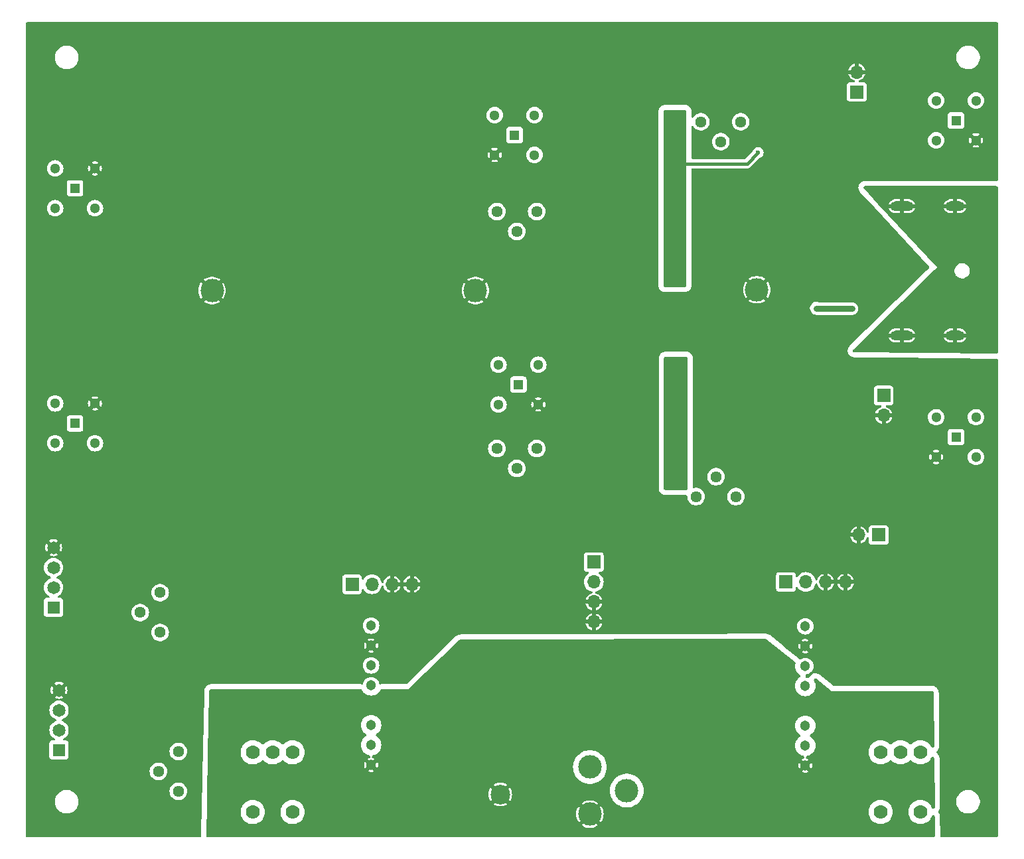
<source format=gbr>
%TF.GenerationSoftware,KiCad,Pcbnew,8.0.8*%
%TF.CreationDate,2025-08-11T17:01:40-07:00*%
%TF.ProjectId,bellamu,62656c6c-616d-4752-9e6b-696361645f70,rev?*%
%TF.SameCoordinates,Original*%
%TF.FileFunction,Copper,L2,Bot*%
%TF.FilePolarity,Positive*%
%FSLAX46Y46*%
G04 Gerber Fmt 4.6, Leading zero omitted, Abs format (unit mm)*
G04 Created by KiCad (PCBNEW 8.0.8) date 2025-08-11 17:01:40*
%MOMM*%
%LPD*%
G01*
G04 APERTURE LIST*
%TA.AperFunction,ComponentPad*%
%ADD10R,1.700000X1.700000*%
%TD*%
%TA.AperFunction,ComponentPad*%
%ADD11O,1.700000X1.700000*%
%TD*%
%TA.AperFunction,ComponentPad*%
%ADD12C,3.000000*%
%TD*%
%TA.AperFunction,ComponentPad*%
%ADD13C,2.500000*%
%TD*%
%TA.AperFunction,ComponentPad*%
%ADD14C,1.300000*%
%TD*%
%TA.AperFunction,ComponentPad*%
%ADD15R,1.300000X1.300000*%
%TD*%
%TA.AperFunction,ComponentPad*%
%ADD16C,1.440000*%
%TD*%
%TA.AperFunction,ComponentPad*%
%ADD17O,2.413000X1.270000*%
%TD*%
%TA.AperFunction,ComponentPad*%
%ADD18O,2.921000X1.270000*%
%TD*%
%TA.AperFunction,ComponentPad*%
%ADD19C,1.303000*%
%TD*%
%TA.AperFunction,ComponentPad*%
%ADD20C,1.778000*%
%TD*%
%TA.AperFunction,ComponentPad*%
%ADD21C,1.650000*%
%TD*%
%TA.AperFunction,ComponentPad*%
%ADD22R,1.650000X1.650000*%
%TD*%
%TA.AperFunction,ViaPad*%
%ADD23C,0.600000*%
%TD*%
%TA.AperFunction,ViaPad*%
%ADD24C,0.500000*%
%TD*%
%TA.AperFunction,Conductor*%
%ADD25C,0.800000*%
%TD*%
%TA.AperFunction,Conductor*%
%ADD26C,0.400000*%
%TD*%
G04 APERTURE END LIST*
D10*
%TO.P,P6,1,1*%
%TO.N,+3.3V*%
X186190000Y-115145000D03*
D11*
%TO.P,P6,2,2*%
%TO.N,GND*%
X183650000Y-115145000D03*
%TD*%
D10*
%TO.P,P5,1,1*%
%TO.N,+15V*%
X119010000Y-121445000D03*
D11*
%TO.P,P5,2,2*%
X121550000Y-121445000D03*
%TO.P,P5,3,3*%
%TO.N,GND*%
X124090000Y-121445000D03*
%TO.P,P5,4,4*%
X126630000Y-121445000D03*
%TD*%
%TO.P,P4,4,4*%
%TO.N,GND*%
X181970000Y-121145000D03*
%TO.P,P4,3,3*%
X179430000Y-121145000D03*
%TO.P,P4,2,2*%
%TO.N,+5V*%
X176890000Y-121145000D03*
D10*
%TO.P,P4,1,1*%
X174350000Y-121145000D03*
%TD*%
%TO.P,P1,1,1*%
%TO.N,-5V*%
X149850000Y-118605000D03*
D11*
%TO.P,P1,2,2*%
X149850000Y-121145000D03*
%TO.P,P1,3,3*%
%TO.N,GND*%
X149850000Y-123685000D03*
%TO.P,P1,4,4*%
X149850000Y-126225000D03*
%TD*%
D12*
%TO.P,TP5,1,1*%
%TO.N,GND*%
X170650000Y-83845000D03*
%TD*%
%TO.P,TP3,1,1*%
%TO.N,GND*%
X134750000Y-83945000D03*
%TD*%
%TO.P,TP2,1,1*%
%TO.N,GND*%
X101150000Y-83945000D03*
%TD*%
D13*
%TO.P,TP1,1,1*%
%TO.N,/power2/GND_RAW*%
X137925000Y-148270000D03*
%TD*%
D14*
%TO.P,J6,5*%
%TO.N,N/C*%
X86200000Y-73445000D03*
%TO.P,J6,4*%
X81120000Y-73445000D03*
%TO.P,J6,3*%
X81120000Y-68365000D03*
%TO.P,J6,2,Ext*%
%TO.N,GND*%
X86200000Y-68365000D03*
D15*
%TO.P,J6,1,In*%
%TO.N,/ch1/AMP_IN*%
X83660000Y-70905000D03*
%TD*%
%TO.P,J1,1,In*%
%TO.N,/ch0/AMP_IN*%
X83660000Y-100905000D03*
D14*
%TO.P,J1,2,Ext*%
%TO.N,GND*%
X86200000Y-98365000D03*
%TO.P,J1,3*%
%TO.N,N/C*%
X81120000Y-98365000D03*
%TO.P,J1,4*%
X81120000Y-103445000D03*
%TO.P,J1,5*%
X86200000Y-103445000D03*
%TD*%
D16*
%TO.P,RV3,3,3*%
%TO.N,Net-(R27-Pad1)*%
X163510000Y-62405000D03*
%TO.P,RV3,2,2*%
%TO.N,Net-(U10-VN)*%
X166050000Y-64945000D03*
%TO.P,RV3,1,1*%
%TO.N,+5V*%
X168590000Y-62405000D03*
%TD*%
%TO.P,RV2,1,1*%
%TO.N,Net-(R25-Pad2)*%
X142552500Y-73855000D03*
%TO.P,RV2,2,2*%
%TO.N,Net-(U9-VOUT)*%
X140012500Y-76395000D03*
%TO.P,RV2,3,3*%
%TO.N,unconnected-(RV2-Pad3)*%
X137472500Y-73855000D03*
%TD*%
D10*
%TO.P,P3,1,1*%
%TO.N,/jumper1/LEVEL_IN*%
X183400000Y-58600000D03*
D11*
%TO.P,P3,2,2*%
%TO.N,GND*%
X183400000Y-56060000D03*
%TD*%
D14*
%TO.P,J10,5*%
%TO.N,N/C*%
X193520000Y-64780000D03*
%TO.P,J10,4*%
X193520000Y-59700000D03*
%TO.P,J10,3*%
X198600000Y-59700000D03*
%TO.P,J10,2,Ext*%
%TO.N,GND*%
X198600000Y-64780000D03*
D15*
%TO.P,J10,1,In*%
%TO.N,/jumper1/LEVEL_OUT*%
X196060000Y-62240000D03*
%TD*%
%TO.P,J8,1,In*%
%TO.N,Net-(J8-In)*%
X139735700Y-64104998D03*
D14*
%TO.P,J8,2,Ext*%
%TO.N,GND*%
X137195700Y-66644998D03*
%TO.P,J8,3*%
%TO.N,N/C*%
X142275700Y-66644998D03*
%TO.P,J8,4*%
X142275700Y-61564998D03*
%TO.P,J8,5*%
X137195700Y-61564998D03*
%TD*%
D10*
%TO.P,P2,1,1*%
%TO.N,/jumper/LEVEL_IN*%
X186825000Y-97350000D03*
D11*
%TO.P,P2,2,2*%
%TO.N,GND*%
X186825000Y-99890000D03*
%TD*%
D17*
%TO.P,J5,24,SHIELD*%
%TO.N,Net-(C61-Pad2)*%
X195943802Y-73178400D03*
%TO.P,J5,23,SHIELD*%
X195943802Y-89678400D03*
D18*
%TO.P,J5,22,SHIELD*%
X189163744Y-73178400D03*
%TO.P,J5,21,SHIELD*%
X189163744Y-89678400D03*
%TD*%
D16*
%TO.P,RV5,1,1*%
%TO.N,Net-(J9-Pin_2)*%
X94515000Y-127595000D03*
%TO.P,RV5,2,2*%
%TO.N,Net-(J9-Pin_3)*%
X91975000Y-125055000D03*
%TO.P,RV5,3,3*%
%TO.N,Net-(R29-Pad1)*%
X94515000Y-122515000D03*
%TD*%
%TO.P,RV6,3,3*%
%TO.N,Net-(R26-Pad1)*%
X96835000Y-142775000D03*
%TO.P,RV6,2,2*%
%TO.N,Net-(J7-Pin_3)*%
X94295000Y-145315000D03*
%TO.P,RV6,1,1*%
%TO.N,Net-(J7-Pin_2)*%
X96835000Y-147855000D03*
%TD*%
%TO.P,RV4,3,3*%
%TO.N,Net-(R31-Pad1)*%
X167970000Y-110250000D03*
%TO.P,RV4,2,2*%
%TO.N,Net-(U12-VN)*%
X165430000Y-107710000D03*
%TO.P,RV4,1,1*%
%TO.N,+5V*%
X162890000Y-110250000D03*
%TD*%
D19*
%TO.P,U3,8,-VOUT*%
%TO.N,-5V*%
X176820000Y-126800000D03*
%TO.P,U3,7,COMMON*%
%TO.N,GND*%
X176820000Y-129340000D03*
%TO.P,U3,6,+VOUT*%
%TO.N,+5V*%
X176820000Y-131880000D03*
%TO.P,U3,5*%
%TO.N,N/C*%
X176820000Y-134420000D03*
%TO.P,U3,3,REMOTE*%
%TO.N,Net-(U3-REMOTE)*%
X176820000Y-139500000D03*
%TO.P,U3,2,+VIN(VCC)*%
%TO.N,Net-(S2-NO)*%
X176820000Y-142040000D03*
%TO.P,U3,1,-VIN(GND)*%
%TO.N,/power2/GND_RAW*%
X176820000Y-144580000D03*
%TD*%
D20*
%TO.P,S1,5*%
%TO.N,N/C*%
X111410000Y-142895000D03*
%TO.P,S1,4*%
X108870000Y-142895000D03*
%TO.P,S1,3,NC*%
%TO.N,unconnected-(S1-NC-Pad3)*%
X106330000Y-142895000D03*
%TO.P,S1,2,COM*%
%TO.N,Net-(S1-COM)*%
X106330000Y-150515000D03*
%TO.P,S1,1,NO*%
%TO.N,Net-(PS1-+VIN(VCC))*%
X111410000Y-150515000D03*
%TD*%
D14*
%TO.P,J3,5*%
%TO.N,N/C*%
X137682500Y-98500000D03*
%TO.P,J3,4*%
X137682500Y-93420000D03*
%TO.P,J3,3*%
X142762500Y-93420000D03*
%TO.P,J3,2,Ext*%
%TO.N,GND*%
X142762500Y-98500000D03*
D15*
%TO.P,J3,1,In*%
%TO.N,Net-(J3-In)*%
X140222500Y-95960000D03*
%TD*%
D21*
%TO.P,J7,4,Pin_4*%
%TO.N,GND*%
X81620000Y-134980000D03*
%TO.P,J7,3,Pin_3*%
%TO.N,Net-(J7-Pin_3)*%
X81620000Y-137520000D03*
%TO.P,J7,2,Pin_2*%
%TO.N,Net-(J7-Pin_2)*%
X81620000Y-140060000D03*
D22*
%TO.P,J7,1,Pin_1*%
%TO.N,+15V*%
X81620000Y-142600000D03*
%TD*%
D12*
%TO.P,J2,1*%
%TO.N,/power2/VIN_24_RAW*%
X149350000Y-144779925D03*
%TO.P,J2,2*%
%TO.N,/power2/GND_RAW*%
X149350000Y-150779925D03*
%TO.P,J2,3*%
%TO.N,unconnected-(J2-Pad3)*%
X154050000Y-147779925D03*
%TD*%
D20*
%TO.P,S2,5*%
%TO.N,N/C*%
X191520000Y-142885000D03*
%TO.P,S2,4*%
X188980000Y-142885000D03*
%TO.P,S2,3,NC*%
%TO.N,unconnected-(S2-NC-Pad3)*%
X186440000Y-142885000D03*
%TO.P,S2,2,COM*%
%TO.N,Net-(S2-COM)*%
X186440000Y-150505000D03*
%TO.P,S2,1,NO*%
%TO.N,Net-(S2-NO)*%
X191520000Y-150505000D03*
%TD*%
D19*
%TO.P,PS1,1,-VIN(GND)*%
%TO.N,/power2/GND_RAW*%
X121440000Y-144506000D03*
%TO.P,PS1,2,+VIN(VCC)*%
%TO.N,Net-(PS1-+VIN(VCC))*%
X121440000Y-141966000D03*
%TO.P,PS1,3,REMOTE*%
%TO.N,Net-(PS1-REMOTE)*%
X121440000Y-139426000D03*
%TO.P,PS1,5*%
%TO.N,N/C*%
X121440000Y-134346000D03*
%TO.P,PS1,6,+VOUT*%
%TO.N,+15V*%
X121440000Y-131806000D03*
%TO.P,PS1,7,-VOUT*%
%TO.N,GND*%
X121440000Y-129266000D03*
%TO.P,PS1,8,NC*%
%TO.N,unconnected-(PS1-NC-Pad8)*%
X121440000Y-126726000D03*
%TD*%
D16*
%TO.P,RV1,3,3*%
%TO.N,unconnected-(RV1-Pad3)*%
X137482500Y-104120000D03*
%TO.P,RV1,2,2*%
%TO.N,Net-(U6-VOUT)*%
X140022500Y-106660000D03*
%TO.P,RV1,1,1*%
%TO.N,Net-(R10-Pad2)*%
X142562500Y-104120000D03*
%TD*%
D22*
%TO.P,J9,1,Pin_1*%
%TO.N,+15V*%
X80930000Y-124401000D03*
D21*
%TO.P,J9,2,Pin_2*%
%TO.N,Net-(J9-Pin_2)*%
X80930000Y-121861000D03*
%TO.P,J9,3,Pin_3*%
%TO.N,Net-(J9-Pin_3)*%
X80930000Y-119321000D03*
%TO.P,J9,4,Pin_4*%
%TO.N,GND*%
X80930000Y-116781000D03*
%TD*%
D14*
%TO.P,J4,5*%
%TO.N,N/C*%
X193520000Y-100120000D03*
%TO.P,J4,4*%
X198600000Y-100120000D03*
%TO.P,J4,3*%
X198600000Y-105200000D03*
%TO.P,J4,2,Ext*%
%TO.N,GND*%
X193520000Y-105200000D03*
D15*
%TO.P,J4,1,In*%
%TO.N,/jumper/LEVEL_OUT*%
X196060000Y-102660000D03*
%TD*%
D23*
%TO.N,GND*%
X172400000Y-58600000D03*
X183000000Y-101999994D03*
%TO.N,+5V*%
X170805321Y-66345010D03*
%TO.N,/power2/GND_RAW*%
X135650000Y-129545000D03*
X164150000Y-129345000D03*
%TO.N,GND*%
X196850002Y-69200000D03*
%TO.N,Net-(C61-Pad2)*%
X193650000Y-72845000D03*
%TO.N,GND*%
X152850000Y-126345006D03*
X146460000Y-126344992D03*
X150320000Y-69255000D03*
X91625000Y-66095000D03*
X91825000Y-96295000D03*
D24*
X184249996Y-79345000D03*
X184291589Y-81028399D03*
D23*
%TO.N,+3.3V*%
X178225000Y-86200002D03*
X182725000Y-86195000D03*
%TO.N,+5V*%
X159750000Y-75145000D03*
X160150000Y-62845000D03*
X159350000Y-63545000D03*
X160950000Y-63545000D03*
X160150000Y-64245000D03*
X161225000Y-82595000D03*
X159425000Y-82595000D03*
X160325002Y-81695000D03*
%TO.N,GND*%
X175225000Y-79495000D03*
X175225000Y-77395000D03*
X179125000Y-75895000D03*
X184100000Y-68275000D03*
X179225000Y-69895000D03*
X172425000Y-69195000D03*
X167050002Y-58944995D03*
X147170000Y-62555000D03*
X147270000Y-60355000D03*
X131525000Y-77895000D03*
X128214986Y-77230000D03*
X128114996Y-75230000D03*
X100915000Y-64130000D03*
X105915000Y-64915000D03*
X105815000Y-66815000D03*
X103515000Y-64330000D03*
X99115000Y-74940000D03*
X99215000Y-77140000D03*
X112615002Y-77330000D03*
X112515000Y-74930000D03*
X121240002Y-65245000D03*
X121340002Y-67045000D03*
X117715000Y-79630000D03*
X91745000Y-75670000D03*
X92715000Y-64730000D03*
X92715000Y-66630000D03*
%TO.N,+5V*%
X160325000Y-106895000D03*
X160325000Y-108195000D03*
X161125000Y-107595000D03*
X160225000Y-93895000D03*
X159325000Y-94495000D03*
X161125000Y-94495000D03*
%TO.N,GND*%
X92725000Y-96895000D03*
X92725000Y-94995000D03*
X91755000Y-105935000D03*
X178884998Y-65199997D03*
X156195000Y-62304996D03*
X172831023Y-65295351D03*
X155445001Y-71814999D03*
X150564978Y-99555000D03*
X149250000Y-99945000D03*
X174059691Y-104352809D03*
X194250000Y-111500000D03*
X173035003Y-113545000D03*
X183929693Y-106592807D03*
%TO.N,+5V*%
X160224998Y-95395000D03*
X159999979Y-99380005D03*
X159625000Y-107495000D03*
%TO.N,GND*%
X149250000Y-111945000D03*
X179125000Y-94525000D03*
X174927500Y-97995000D03*
X174927500Y-95945000D03*
X182389691Y-104342809D03*
X156290000Y-109895000D03*
X156340000Y-111995000D03*
X155425000Y-99555000D03*
X152760007Y-102395405D03*
X131525000Y-108395000D03*
X117725000Y-109895000D03*
X128225000Y-107495000D03*
X128125000Y-105495000D03*
X121340002Y-97745000D03*
X121240002Y-95945000D03*
X112525000Y-105195000D03*
X112625002Y-107595000D03*
X99225000Y-107405000D03*
X99125000Y-105205000D03*
X103525000Y-94595000D03*
X105825000Y-97080000D03*
X105925000Y-95180000D03*
X100925000Y-94395000D03*
X135680075Y-122675000D03*
X109705000Y-125546000D03*
X94745000Y-115345000D03*
X89307516Y-115237500D03*
X94198149Y-133672506D03*
X99835745Y-133835004D03*
%TO.N,/power2/GND_RAW*%
X165235000Y-144745000D03*
X134180077Y-144210075D03*
%TO.N,GND*%
X154270000Y-73555000D03*
X169744690Y-105512810D03*
%TD*%
D25*
%TO.N,+3.3V*%
X178274998Y-86250000D02*
X178225000Y-86200002D01*
X182800000Y-86250000D02*
X178274998Y-86250000D01*
D26*
%TO.N,+5V*%
X170805321Y-66345010D02*
X169400331Y-67750000D01*
X169400331Y-67750000D02*
X160000000Y-67750000D01*
%TD*%
%TA.AperFunction,Conductor*%
%TO.N,+5V*%
G36*
X161700641Y-92418164D02*
G01*
X161769882Y-92473383D01*
X161808309Y-92553175D01*
X161813298Y-92597768D01*
X161787323Y-109204334D01*
X161767481Y-109290646D01*
X161712154Y-109359801D01*
X161632301Y-109398103D01*
X161587999Y-109403023D01*
X158985688Y-109398780D01*
X158899377Y-109378932D01*
X158830225Y-109323601D01*
X158791929Y-109243745D01*
X158787012Y-109199780D01*
X158787012Y-92597457D01*
X158806719Y-92511114D01*
X158861938Y-92441873D01*
X158941730Y-92403446D01*
X158986012Y-92398457D01*
X161614298Y-92398457D01*
X161700641Y-92418164D01*
G37*
%TD.AperFunction*%
%TD*%
%TA.AperFunction,Conductor*%
%TO.N,GND*%
G36*
X201342539Y-49720185D02*
G01*
X201388294Y-49772989D01*
X201399500Y-49824500D01*
X201399500Y-69828165D01*
X201379815Y-69895204D01*
X201327011Y-69940959D01*
X201261618Y-69951385D01*
X201200508Y-69944500D01*
X201200500Y-69944500D01*
X184454513Y-69944500D01*
X184451016Y-69944563D01*
X184430829Y-69944927D01*
X184416475Y-69945447D01*
X184410471Y-69945690D01*
X184248559Y-69973644D01*
X184248555Y-69973645D01*
X184163862Y-69999530D01*
X184163841Y-69999538D01*
X184044606Y-70049299D01*
X184044599Y-70049302D01*
X183910844Y-70144741D01*
X183845773Y-70204807D01*
X183845767Y-70204814D01*
X183759908Y-70301405D01*
X183680815Y-70445418D01*
X183648246Y-70527775D01*
X183612799Y-70652054D01*
X183604021Y-70816123D01*
X183604021Y-70816132D01*
X183610411Y-70904462D01*
X183610411Y-70904468D01*
X183632396Y-71031810D01*
X183632397Y-71031813D01*
X183632398Y-71031817D01*
X183667323Y-71115503D01*
X183695679Y-71183450D01*
X183695681Y-71183453D01*
X183739764Y-71260263D01*
X183826622Y-71378589D01*
X185663935Y-73369012D01*
X192605657Y-80889211D01*
X192636664Y-80951823D01*
X192628898Y-81021259D01*
X192601414Y-81061799D01*
X192260020Y-81396987D01*
X184560356Y-88956658D01*
X182483019Y-90996224D01*
X182457765Y-91022435D01*
X182442904Y-91038741D01*
X182430470Y-91052785D01*
X182430466Y-91052790D01*
X182370402Y-91143518D01*
X182339761Y-91189803D01*
X182300518Y-91269189D01*
X182254945Y-91390125D01*
X182232674Y-91552908D01*
X182232673Y-91552918D01*
X182231760Y-91641468D01*
X182243173Y-91770205D01*
X182291159Y-91918560D01*
X182293741Y-91926543D01*
X182309851Y-91960896D01*
X182331338Y-92006719D01*
X182331341Y-92006724D01*
X182331343Y-92006728D01*
X182397476Y-92117752D01*
X182510867Y-92236668D01*
X182579535Y-92292597D01*
X182579544Y-92292603D01*
X182579553Y-92292610D01*
X182687294Y-92363934D01*
X182687299Y-92363937D01*
X182687303Y-92363938D01*
X182687306Y-92363940D01*
X182742399Y-92384700D01*
X182841056Y-92421876D01*
X182841065Y-92421878D01*
X182841071Y-92421880D01*
X182889199Y-92433387D01*
X182927192Y-92442472D01*
X182927197Y-92442472D01*
X182927199Y-92442473D01*
X182945117Y-92444678D01*
X183072875Y-92460409D01*
X188071169Y-92511937D01*
X201191671Y-92647201D01*
X201191676Y-92647200D01*
X201191692Y-92647201D01*
X201268473Y-92643485D01*
X201268491Y-92643483D01*
X201269504Y-92643434D01*
X201337417Y-92659854D01*
X201385672Y-92710384D01*
X201399500Y-92767289D01*
X201399500Y-153575500D01*
X201379815Y-153642539D01*
X201327011Y-153688294D01*
X201275500Y-153699500D01*
X194152010Y-153699500D01*
X194084971Y-153679815D01*
X194039216Y-153627011D01*
X194028656Y-153562862D01*
X194035928Y-153491878D01*
X194035929Y-153491869D01*
X194011634Y-151086791D01*
X194011308Y-151071715D01*
X194011005Y-151062566D01*
X193985744Y-150902794D01*
X193961226Y-150817692D01*
X193961223Y-150817686D01*
X193961221Y-150817678D01*
X193913384Y-150697645D01*
X193913383Y-150697642D01*
X193820112Y-150562368D01*
X193820108Y-150562363D01*
X193817701Y-150559302D01*
X193818969Y-150558304D01*
X193791807Y-150501144D01*
X193800697Y-150431842D01*
X193816536Y-150405306D01*
X193841699Y-150373092D01*
X193910824Y-150263896D01*
X193965614Y-150108988D01*
X193984448Y-150022450D01*
X193999409Y-149876430D01*
X193991383Y-149081902D01*
X196099500Y-149081902D01*
X196099500Y-149318097D01*
X196136446Y-149551368D01*
X196209433Y-149775996D01*
X196316657Y-149986433D01*
X196455483Y-150177510D01*
X196622490Y-150344517D01*
X196813567Y-150483343D01*
X196912991Y-150534002D01*
X197024003Y-150590566D01*
X197024005Y-150590566D01*
X197024008Y-150590568D01*
X197144412Y-150629689D01*
X197248631Y-150663553D01*
X197481903Y-150700500D01*
X197481908Y-150700500D01*
X197718097Y-150700500D01*
X197951368Y-150663553D01*
X198175992Y-150590568D01*
X198386433Y-150483343D01*
X198577510Y-150344517D01*
X198744517Y-150177510D01*
X198883343Y-149986433D01*
X198990568Y-149775992D01*
X199063553Y-149551368D01*
X199100500Y-149318097D01*
X199100500Y-149081902D01*
X199063553Y-148848631D01*
X198990566Y-148624003D01*
X198900580Y-148447397D01*
X198883343Y-148413567D01*
X198744517Y-148222490D01*
X198577510Y-148055483D01*
X198386433Y-147916657D01*
X198175996Y-147809433D01*
X197951368Y-147736446D01*
X197718097Y-147699500D01*
X197718092Y-147699500D01*
X197481908Y-147699500D01*
X197481903Y-147699500D01*
X197248631Y-147736446D01*
X197024003Y-147809433D01*
X196813566Y-147916657D01*
X196704550Y-147995862D01*
X196622490Y-148055483D01*
X196622488Y-148055485D01*
X196622487Y-148055485D01*
X196455485Y-148222487D01*
X196455485Y-148222488D01*
X196455483Y-148222490D01*
X196430686Y-148256620D01*
X196316657Y-148413566D01*
X196209433Y-148624003D01*
X196136446Y-148848631D01*
X196099500Y-149081902D01*
X193991383Y-149081902D01*
X193936497Y-143648188D01*
X193936169Y-143633064D01*
X193935865Y-143623905D01*
X193935865Y-143623901D01*
X193910598Y-143464153D01*
X193910598Y-143464151D01*
X193886076Y-143379050D01*
X193881431Y-143367397D01*
X193867205Y-143331706D01*
X193838224Y-143258997D01*
X193754472Y-143137543D01*
X193744952Y-143123737D01*
X193744948Y-143123732D01*
X193744946Y-143123729D01*
X193718690Y-143094352D01*
X193685936Y-143057704D01*
X193685933Y-143057701D01*
X193685928Y-143057696D01*
X193590733Y-142970301D01*
X193590729Y-142970298D01*
X193590725Y-142970295D01*
X193585106Y-142966193D01*
X193585868Y-142965148D01*
X193542474Y-142920120D01*
X193528887Y-142851584D01*
X193554509Y-142786582D01*
X193586770Y-142757497D01*
X193591774Y-142754377D01*
X193708351Y-142638583D01*
X193762867Y-142568788D01*
X193831992Y-142459592D01*
X193886782Y-142304684D01*
X193905616Y-142218146D01*
X193920577Y-142072126D01*
X193855623Y-135641534D01*
X193855623Y-135641532D01*
X193851569Y-135240312D01*
X193847103Y-135170269D01*
X193842125Y-135127999D01*
X193833883Y-135076054D01*
X193781706Y-134920247D01*
X193743279Y-134840455D01*
X193676010Y-134730128D01*
X193561400Y-134612387D01*
X193492159Y-134557168D01*
X193465474Y-134539895D01*
X193383665Y-134486940D01*
X193383663Y-134486939D01*
X193229320Y-134430588D01*
X193229314Y-134430587D01*
X193142977Y-134410881D01*
X193142959Y-134410878D01*
X192997119Y-134394447D01*
X192997113Y-134394447D01*
X180465464Y-134394447D01*
X180398425Y-134374762D01*
X180388464Y-134367643D01*
X178651610Y-132991681D01*
X178633050Y-132977509D01*
X178621486Y-132969002D01*
X178616857Y-132965629D01*
X178616854Y-132965627D01*
X178616851Y-132965625D01*
X178616848Y-132965623D01*
X178472626Y-132886893D01*
X178411733Y-132862992D01*
X178390183Y-132854534D01*
X178265826Y-132819407D01*
X178101734Y-132811047D01*
X178013405Y-132817663D01*
X177886113Y-132839973D01*
X177886112Y-132839974D01*
X177734646Y-132903639D01*
X177734635Y-132903645D01*
X177657938Y-132947923D01*
X177657933Y-132947927D01*
X177552942Y-133023245D01*
X177552940Y-133023247D01*
X177444091Y-133146331D01*
X177394197Y-133219506D01*
X177332270Y-133332944D01*
X177329396Y-133343118D01*
X177292228Y-133402281D01*
X177228973Y-133431958D01*
X177174071Y-133428069D01*
X177026226Y-133383221D01*
X176973719Y-133378050D01*
X176908932Y-133351889D01*
X176868574Y-133294854D01*
X176863340Y-133246509D01*
X176862165Y-133246435D01*
X176870537Y-133114406D01*
X176870537Y-133114405D01*
X176870537Y-133114404D01*
X176862563Y-133065326D01*
X176871241Y-132996001D01*
X176916023Y-132942369D01*
X176972804Y-132922039D01*
X177026228Y-132916778D01*
X177224531Y-132856624D01*
X177407288Y-132758938D01*
X177567476Y-132627476D01*
X177698938Y-132467288D01*
X177796624Y-132284531D01*
X177856778Y-132086228D01*
X177877090Y-131880000D01*
X177856778Y-131673772D01*
X177796624Y-131475469D01*
X177796622Y-131475466D01*
X177796622Y-131475464D01*
X177698941Y-131292717D01*
X177698937Y-131292711D01*
X177567476Y-131132523D01*
X177407288Y-131001062D01*
X177407282Y-131001058D01*
X177224535Y-130903377D01*
X177125379Y-130873299D01*
X177026228Y-130843222D01*
X177026226Y-130843221D01*
X177026228Y-130843221D01*
X176820000Y-130822910D01*
X176613773Y-130843221D01*
X176415464Y-130903377D01*
X176232715Y-131001059D01*
X176227655Y-131004441D01*
X176226762Y-131003105D01*
X176169611Y-131027368D01*
X176100746Y-131015565D01*
X176058580Y-130981824D01*
X176006947Y-130917504D01*
X175932184Y-130843221D01*
X175902827Y-130814052D01*
X175902822Y-130814048D01*
X175902820Y-130814046D01*
X174521825Y-129720000D01*
X174042158Y-129340000D01*
X175913534Y-129340000D01*
X175933343Y-129528468D01*
X175991900Y-129708690D01*
X176028576Y-129772213D01*
X176440000Y-129360789D01*
X176440000Y-129390028D01*
X176465896Y-129486675D01*
X176515924Y-129573325D01*
X176586675Y-129644076D01*
X176673325Y-129694104D01*
X176769972Y-129720000D01*
X176799210Y-129720000D01*
X176385738Y-130133469D01*
X176539888Y-130202100D01*
X176725249Y-130241500D01*
X176914751Y-130241500D01*
X177100110Y-130202100D01*
X177254260Y-130133469D01*
X176840791Y-129720000D01*
X176870028Y-129720000D01*
X176966675Y-129694104D01*
X177053325Y-129644076D01*
X177124076Y-129573325D01*
X177174104Y-129486675D01*
X177200000Y-129390028D01*
X177200000Y-129360790D01*
X177611422Y-129772212D01*
X177648098Y-129708691D01*
X177706656Y-129528468D01*
X177726465Y-129340000D01*
X177706656Y-129151531D01*
X177648098Y-128971306D01*
X177611423Y-128907786D01*
X177611423Y-128907785D01*
X177200000Y-129319208D01*
X177200000Y-129289972D01*
X177174104Y-129193325D01*
X177124076Y-129106675D01*
X177053325Y-129035924D01*
X176966675Y-128985896D01*
X176870028Y-128960000D01*
X176840791Y-128960000D01*
X177254260Y-128546529D01*
X177100116Y-128477901D01*
X177100111Y-128477899D01*
X176914751Y-128438500D01*
X176725249Y-128438500D01*
X176539888Y-128477899D01*
X176539883Y-128477901D01*
X176385738Y-128546529D01*
X176799210Y-128960000D01*
X176769972Y-128960000D01*
X176673325Y-128985896D01*
X176586675Y-129035924D01*
X176515924Y-129106675D01*
X176465896Y-129193325D01*
X176440000Y-129289972D01*
X176440000Y-129319209D01*
X176028576Y-128907785D01*
X175991902Y-128971306D01*
X175991899Y-128971313D01*
X175933343Y-129151531D01*
X175913534Y-129340000D01*
X174042158Y-129340000D01*
X172261580Y-127929398D01*
X172201664Y-127887160D01*
X172163972Y-127863628D01*
X172115551Y-127836184D01*
X171968963Y-127783090D01*
X171961059Y-127780227D01*
X171961051Y-127780225D01*
X171961044Y-127780223D01*
X171874675Y-127760742D01*
X171874653Y-127760738D01*
X171728781Y-127744681D01*
X171728767Y-127744680D01*
X171728763Y-127744680D01*
X162004740Y-127769570D01*
X132832661Y-127844243D01*
X132728992Y-127852765D01*
X132728980Y-127852766D01*
X132705409Y-127856604D01*
X132666832Y-127862887D01*
X132582625Y-127882374D01*
X132432542Y-127949228D01*
X132432524Y-127949237D01*
X132356795Y-127995120D01*
X132240545Y-128084772D01*
X125964878Y-134159543D01*
X125903018Y-134192026D01*
X125878634Y-134194447D01*
X122768380Y-134194447D01*
X122725777Y-134196973D01*
X122690912Y-134199040D01*
X122644254Y-134204592D01*
X122644231Y-134204595D01*
X122610853Y-134210125D01*
X122541498Y-134201661D01*
X122487729Y-134157044D01*
X122471930Y-134123793D01*
X122416624Y-133941469D01*
X122318938Y-133758712D01*
X122295362Y-133729985D01*
X122187476Y-133598523D01*
X122027288Y-133467062D01*
X122027282Y-133467058D01*
X121844535Y-133369377D01*
X121717302Y-133330782D01*
X121646228Y-133309222D01*
X121646226Y-133309221D01*
X121646228Y-133309221D01*
X121440000Y-133288910D01*
X121233773Y-133309221D01*
X121035464Y-133369377D01*
X120852717Y-133467058D01*
X120852711Y-133467062D01*
X120692523Y-133598523D01*
X120561062Y-133758711D01*
X120561058Y-133758717D01*
X120463376Y-133941467D01*
X120407165Y-134126769D01*
X120368868Y-134185207D01*
X120305056Y-134213664D01*
X120260921Y-134211666D01*
X120257485Y-134210882D01*
X120257481Y-134210881D01*
X120257479Y-134210880D01*
X120257466Y-134210878D01*
X120111626Y-134194447D01*
X120111620Y-134194447D01*
X100989094Y-134194447D01*
X100952387Y-134196320D01*
X100922345Y-134197853D01*
X100882038Y-134201979D01*
X100833319Y-134208821D01*
X100676481Y-134257807D01*
X100595922Y-134294596D01*
X100484227Y-134359610D01*
X100364181Y-134471787D01*
X100364172Y-134471796D01*
X100307562Y-134539884D01*
X100235134Y-134646926D01*
X100175643Y-134800094D01*
X100154178Y-134886018D01*
X100134771Y-135031508D01*
X100134770Y-135031514D01*
X100045360Y-139412624D01*
X100045087Y-139425999D01*
X99993250Y-141966000D01*
X99974564Y-142881624D01*
X99974291Y-142894999D01*
X99963506Y-143423462D01*
X99935823Y-144779924D01*
X99874598Y-147779924D01*
X99864870Y-148256620D01*
X99819054Y-150501624D01*
X99818781Y-150514999D01*
X99780309Y-152400147D01*
X99758207Y-153483052D01*
X99759654Y-153518497D01*
X99761479Y-153563184D01*
X99761479Y-153563193D01*
X99761480Y-153563194D01*
X99761616Y-153565100D01*
X99761034Y-153565141D01*
X99748676Y-153631598D01*
X99700792Y-153682479D01*
X99638091Y-153699500D01*
X77524500Y-153699500D01*
X77457461Y-153679815D01*
X77411706Y-153627011D01*
X77400500Y-153575500D01*
X77400500Y-149081902D01*
X81099500Y-149081902D01*
X81099500Y-149318097D01*
X81136446Y-149551368D01*
X81209433Y-149775996D01*
X81316657Y-149986433D01*
X81455483Y-150177510D01*
X81622490Y-150344517D01*
X81813567Y-150483343D01*
X81912991Y-150534002D01*
X82024003Y-150590566D01*
X82024005Y-150590566D01*
X82024008Y-150590568D01*
X82144412Y-150629689D01*
X82248631Y-150663553D01*
X82481903Y-150700500D01*
X82481908Y-150700500D01*
X82718097Y-150700500D01*
X82951368Y-150663553D01*
X83175992Y-150590568D01*
X83386433Y-150483343D01*
X83577510Y-150344517D01*
X83744517Y-150177510D01*
X83883343Y-149986433D01*
X83990568Y-149775992D01*
X84063553Y-149551368D01*
X84100500Y-149318097D01*
X84100500Y-149081902D01*
X84063553Y-148848631D01*
X83990566Y-148624003D01*
X83900580Y-148447397D01*
X83883343Y-148413567D01*
X83744517Y-148222490D01*
X83577510Y-148055483D01*
X83386433Y-147916657D01*
X83265423Y-147854999D01*
X95709700Y-147854999D01*
X95709700Y-147855000D01*
X95728859Y-148061772D01*
X95785688Y-148261502D01*
X95785693Y-148261515D01*
X95878252Y-148447397D01*
X96003390Y-148613107D01*
X96003392Y-148613110D01*
X96156850Y-148753005D01*
X96156852Y-148753006D01*
X96156855Y-148753009D01*
X96256609Y-148814774D01*
X96333407Y-148862325D01*
X96333409Y-148862326D01*
X96333411Y-148862327D01*
X96527047Y-148937342D01*
X96731170Y-148975500D01*
X96731172Y-148975500D01*
X96938828Y-148975500D01*
X96938830Y-148975500D01*
X97142953Y-148937342D01*
X97336589Y-148862327D01*
X97513145Y-148753009D01*
X97666607Y-148613110D01*
X97791749Y-148447394D01*
X97884311Y-148261505D01*
X97941140Y-148061773D01*
X97960300Y-147855000D01*
X97941140Y-147648227D01*
X97884311Y-147448495D01*
X97791749Y-147262606D01*
X97791748Y-147262605D01*
X97791747Y-147262602D01*
X97666609Y-147096892D01*
X97666607Y-147096889D01*
X97513149Y-146956994D01*
X97513143Y-146956990D01*
X97336592Y-146847674D01*
X97336583Y-146847670D01*
X97246389Y-146812729D01*
X97142953Y-146772658D01*
X96938830Y-146734500D01*
X96731170Y-146734500D01*
X96527047Y-146772658D01*
X96333416Y-146847670D01*
X96333407Y-146847674D01*
X96156856Y-146956990D01*
X96156850Y-146956994D01*
X96003392Y-147096889D01*
X96003390Y-147096892D01*
X95878252Y-147262602D01*
X95785693Y-147448484D01*
X95785688Y-147448497D01*
X95728859Y-147648227D01*
X95709700Y-147854999D01*
X83265423Y-147854999D01*
X83175996Y-147809433D01*
X82951368Y-147736446D01*
X82718097Y-147699500D01*
X82718092Y-147699500D01*
X82481908Y-147699500D01*
X82481903Y-147699500D01*
X82248631Y-147736446D01*
X82024003Y-147809433D01*
X81813566Y-147916657D01*
X81704550Y-147995862D01*
X81622490Y-148055483D01*
X81622488Y-148055485D01*
X81622487Y-148055485D01*
X81455485Y-148222487D01*
X81455485Y-148222488D01*
X81455483Y-148222490D01*
X81430686Y-148256620D01*
X81316657Y-148413566D01*
X81209433Y-148624003D01*
X81136446Y-148848631D01*
X81099500Y-149081902D01*
X77400500Y-149081902D01*
X77400500Y-145314999D01*
X93169700Y-145314999D01*
X93169700Y-145315000D01*
X93188859Y-145521772D01*
X93245688Y-145721502D01*
X93245693Y-145721515D01*
X93338252Y-145907397D01*
X93463390Y-146073107D01*
X93463392Y-146073110D01*
X93616850Y-146213005D01*
X93616852Y-146213006D01*
X93616855Y-146213009D01*
X93716609Y-146274774D01*
X93793407Y-146322325D01*
X93793409Y-146322326D01*
X93793411Y-146322327D01*
X93987047Y-146397342D01*
X94191170Y-146435500D01*
X94191172Y-146435500D01*
X94398828Y-146435500D01*
X94398830Y-146435500D01*
X94602953Y-146397342D01*
X94796589Y-146322327D01*
X94973145Y-146213009D01*
X95126607Y-146073110D01*
X95251749Y-145907394D01*
X95344311Y-145721505D01*
X95401140Y-145521773D01*
X95420300Y-145315000D01*
X95401140Y-145108227D01*
X95344311Y-144908495D01*
X95251749Y-144722606D01*
X95251748Y-144722605D01*
X95251747Y-144722602D01*
X95126609Y-144556892D01*
X95126607Y-144556889D01*
X94973149Y-144416994D01*
X94973143Y-144416990D01*
X94796592Y-144307674D01*
X94796583Y-144307670D01*
X94706389Y-144272729D01*
X94602953Y-144232658D01*
X94398830Y-144194500D01*
X94191170Y-144194500D01*
X93987047Y-144232658D01*
X93793416Y-144307670D01*
X93793407Y-144307674D01*
X93616856Y-144416990D01*
X93616850Y-144416994D01*
X93463392Y-144556889D01*
X93463390Y-144556892D01*
X93338252Y-144722602D01*
X93245693Y-144908484D01*
X93245688Y-144908497D01*
X93188859Y-145108227D01*
X93169700Y-145314999D01*
X77400500Y-145314999D01*
X77400500Y-137519998D01*
X80389819Y-137519998D01*
X80389819Y-137520001D01*
X80408507Y-137733613D01*
X80408509Y-137733624D01*
X80464005Y-137940739D01*
X80464007Y-137940743D01*
X80464008Y-137940747D01*
X80509320Y-138037919D01*
X80554631Y-138135090D01*
X80677627Y-138310745D01*
X80829254Y-138462372D01*
X81004909Y-138585368D01*
X81202740Y-138677618D01*
X81255179Y-138723790D01*
X81274331Y-138790984D01*
X81254115Y-138857865D01*
X81202740Y-138902382D01*
X81004910Y-138994631D01*
X81004908Y-138994632D01*
X80829259Y-139117623D01*
X80829253Y-139117628D01*
X80677628Y-139269253D01*
X80677623Y-139269259D01*
X80554632Y-139444908D01*
X80554631Y-139444910D01*
X80464009Y-139639251D01*
X80464005Y-139639260D01*
X80408509Y-139846375D01*
X80408507Y-139846386D01*
X80389819Y-140059998D01*
X80389819Y-140060001D01*
X80408507Y-140273613D01*
X80408509Y-140273624D01*
X80464005Y-140480739D01*
X80464007Y-140480743D01*
X80464008Y-140480747D01*
X80509320Y-140577919D01*
X80554631Y-140675090D01*
X80554632Y-140675091D01*
X80677627Y-140850745D01*
X80829255Y-141002373D01*
X81004909Y-141125368D01*
X81032252Y-141138118D01*
X81084691Y-141184289D01*
X81103844Y-141251482D01*
X81083629Y-141318364D01*
X81030464Y-141363699D01*
X80979849Y-141374500D01*
X80763482Y-141374500D01*
X80682519Y-141387323D01*
X80669696Y-141389354D01*
X80556658Y-141446950D01*
X80556657Y-141446951D01*
X80556652Y-141446954D01*
X80466954Y-141536652D01*
X80466951Y-141536657D01*
X80409352Y-141649698D01*
X80394500Y-141743475D01*
X80394500Y-143456517D01*
X80405292Y-143524657D01*
X80409354Y-143550304D01*
X80466950Y-143663342D01*
X80466952Y-143663344D01*
X80466954Y-143663347D01*
X80556652Y-143753045D01*
X80556654Y-143753046D01*
X80556658Y-143753050D01*
X80669694Y-143810645D01*
X80669698Y-143810647D01*
X80763475Y-143825499D01*
X80763481Y-143825500D01*
X82476518Y-143825499D01*
X82570304Y-143810646D01*
X82683342Y-143753050D01*
X82773050Y-143663342D01*
X82830646Y-143550304D01*
X82830646Y-143550302D01*
X82830647Y-143550301D01*
X82845499Y-143456524D01*
X82845500Y-143456519D01*
X82845500Y-142774999D01*
X95709700Y-142774999D01*
X95709700Y-142775000D01*
X95728859Y-142981772D01*
X95785688Y-143181502D01*
X95785693Y-143181515D01*
X95878252Y-143367397D01*
X96003390Y-143533107D01*
X96003392Y-143533110D01*
X96156850Y-143673005D01*
X96156852Y-143673006D01*
X96156855Y-143673009D01*
X96256609Y-143734774D01*
X96333407Y-143782325D01*
X96333409Y-143782326D01*
X96333411Y-143782327D01*
X96527047Y-143857342D01*
X96731170Y-143895500D01*
X96731172Y-143895500D01*
X96938828Y-143895500D01*
X96938830Y-143895500D01*
X97142953Y-143857342D01*
X97336589Y-143782327D01*
X97513145Y-143673009D01*
X97666607Y-143533110D01*
X97782947Y-143379050D01*
X97791747Y-143367397D01*
X97791747Y-143367395D01*
X97791749Y-143367394D01*
X97884311Y-143181505D01*
X97941140Y-142981773D01*
X97960300Y-142775000D01*
X97941140Y-142568227D01*
X97884311Y-142368495D01*
X97852539Y-142304689D01*
X97791747Y-142182602D01*
X97666609Y-142016892D01*
X97666607Y-142016889D01*
X97513149Y-141876994D01*
X97513143Y-141876990D01*
X97336592Y-141767674D01*
X97336583Y-141767670D01*
X97246389Y-141732729D01*
X97142953Y-141692658D01*
X96938830Y-141654500D01*
X96731170Y-141654500D01*
X96527047Y-141692658D01*
X96333416Y-141767670D01*
X96333407Y-141767674D01*
X96156856Y-141876990D01*
X96156850Y-141876994D01*
X96003392Y-142016889D01*
X96003390Y-142016892D01*
X95878252Y-142182602D01*
X95785693Y-142368484D01*
X95785688Y-142368497D01*
X95728859Y-142568227D01*
X95709700Y-142774999D01*
X82845500Y-142774999D01*
X82845499Y-141743482D01*
X82830646Y-141649696D01*
X82773050Y-141536658D01*
X82773046Y-141536654D01*
X82773045Y-141536652D01*
X82683347Y-141446954D01*
X82683344Y-141446952D01*
X82683342Y-141446950D01*
X82606517Y-141407805D01*
X82570301Y-141389352D01*
X82476524Y-141374500D01*
X82260152Y-141374500D01*
X82193113Y-141354815D01*
X82147358Y-141302011D01*
X82137414Y-141232853D01*
X82166439Y-141169297D01*
X82207746Y-141138119D01*
X82235091Y-141125368D01*
X82410745Y-141002373D01*
X82562373Y-140850745D01*
X82685368Y-140675091D01*
X82775992Y-140480747D01*
X82831492Y-140273619D01*
X82850181Y-140060000D01*
X82831492Y-139846381D01*
X82775992Y-139639253D01*
X82685368Y-139444910D01*
X82672126Y-139425999D01*
X82562376Y-139269259D01*
X82562371Y-139269253D01*
X82410745Y-139117627D01*
X82410739Y-139117623D01*
X82235091Y-138994632D01*
X82040747Y-138904008D01*
X82040744Y-138904007D01*
X82037259Y-138902382D01*
X81984820Y-138856210D01*
X81965668Y-138789016D01*
X81985884Y-138722135D01*
X82037259Y-138677618D01*
X82040744Y-138675992D01*
X82040747Y-138675992D01*
X82235091Y-138585368D01*
X82410745Y-138462373D01*
X82562373Y-138310745D01*
X82685368Y-138135091D01*
X82775992Y-137940747D01*
X82831492Y-137733619D01*
X82850181Y-137520000D01*
X82831492Y-137306381D01*
X82775992Y-137099253D01*
X82685368Y-136904910D01*
X82562373Y-136729255D01*
X82410745Y-136577627D01*
X82235091Y-136454632D01*
X82235092Y-136454632D01*
X82235090Y-136454631D01*
X82137919Y-136409320D01*
X82040747Y-136364008D01*
X82040743Y-136364007D01*
X82040739Y-136364005D01*
X81833624Y-136308509D01*
X81833614Y-136308507D01*
X81734632Y-136299847D01*
X81669563Y-136274394D01*
X81628585Y-136217803D01*
X81624707Y-136148041D01*
X81659162Y-136087257D01*
X81721009Y-136054750D01*
X81722655Y-136054430D01*
X81915445Y-136018391D01*
X81915446Y-136018391D01*
X82101226Y-135946419D01*
X82179032Y-135898243D01*
X82179032Y-135898242D01*
X81785773Y-135504982D01*
X81832292Y-135492518D01*
X81957708Y-135420110D01*
X82060110Y-135317708D01*
X82132518Y-135192292D01*
X82144982Y-135145772D01*
X82541105Y-135541895D01*
X82541106Y-135541895D01*
X82626700Y-135369999D01*
X82626703Y-135369993D01*
X82681222Y-135178378D01*
X82681223Y-135178376D01*
X82699605Y-134980000D01*
X82699605Y-134979999D01*
X82681223Y-134781623D01*
X82681222Y-134781621D01*
X82626703Y-134590006D01*
X82626697Y-134589991D01*
X82541106Y-134418103D01*
X82541105Y-134418103D01*
X82144982Y-134814226D01*
X82132518Y-134767708D01*
X82060110Y-134642292D01*
X81957708Y-134539890D01*
X81832292Y-134467482D01*
X81785773Y-134455017D01*
X82179033Y-134061756D01*
X82179032Y-134061755D01*
X82101224Y-134013578D01*
X82101215Y-134013574D01*
X81915450Y-133941609D01*
X81915445Y-133941608D01*
X81719611Y-133905000D01*
X81520389Y-133905000D01*
X81324554Y-133941608D01*
X81324549Y-133941609D01*
X81138784Y-134013574D01*
X81138783Y-134013574D01*
X81060965Y-134061756D01*
X81454226Y-134455017D01*
X81407708Y-134467482D01*
X81282292Y-134539890D01*
X81179890Y-134642292D01*
X81107482Y-134767708D01*
X81095017Y-134814226D01*
X80698893Y-134418102D01*
X80613298Y-134590000D01*
X80613295Y-134590006D01*
X80558777Y-134781620D01*
X80558776Y-134781623D01*
X80540395Y-134979999D01*
X80540395Y-134980000D01*
X80558776Y-135178376D01*
X80558777Y-135178378D01*
X80613296Y-135369993D01*
X80613302Y-135370008D01*
X80698893Y-135541896D01*
X81095017Y-135145772D01*
X81107482Y-135192292D01*
X81179890Y-135317708D01*
X81282292Y-135420110D01*
X81407708Y-135492518D01*
X81454226Y-135504982D01*
X81060965Y-135898242D01*
X81138778Y-135946422D01*
X81138782Y-135946424D01*
X81324549Y-136018390D01*
X81324554Y-136018391D01*
X81517344Y-136054430D01*
X81579625Y-136086098D01*
X81614898Y-136146410D01*
X81611964Y-136216218D01*
X81571756Y-136273359D01*
X81507037Y-136299690D01*
X81505368Y-136299847D01*
X81406384Y-136308507D01*
X81406375Y-136308509D01*
X81199260Y-136364005D01*
X81199251Y-136364009D01*
X81004910Y-136454631D01*
X81004908Y-136454632D01*
X80829259Y-136577623D01*
X80829253Y-136577628D01*
X80677628Y-136729253D01*
X80677623Y-136729259D01*
X80554632Y-136904908D01*
X80554631Y-136904910D01*
X80464009Y-137099251D01*
X80464005Y-137099260D01*
X80408509Y-137306375D01*
X80408507Y-137306386D01*
X80389819Y-137519998D01*
X77400500Y-137519998D01*
X77400500Y-131806000D01*
X120382910Y-131806000D01*
X120403221Y-132012226D01*
X120463377Y-132210535D01*
X120561058Y-132393282D01*
X120561062Y-132393288D01*
X120692523Y-132553476D01*
X120782694Y-132627476D01*
X120852712Y-132684938D01*
X120852714Y-132684939D01*
X120852717Y-132684941D01*
X121035464Y-132782622D01*
X121035466Y-132782622D01*
X121035469Y-132782624D01*
X121233772Y-132842778D01*
X121233771Y-132842778D01*
X121252261Y-132844599D01*
X121440000Y-132863090D01*
X121646228Y-132842778D01*
X121844531Y-132782624D01*
X122027288Y-132684938D01*
X122187476Y-132553476D01*
X122318938Y-132393288D01*
X122416624Y-132210531D01*
X122476778Y-132012228D01*
X122497090Y-131806000D01*
X122476778Y-131599772D01*
X122416624Y-131401469D01*
X122416622Y-131401466D01*
X122416622Y-131401464D01*
X122318941Y-131218717D01*
X122318937Y-131218711D01*
X122187476Y-131058523D01*
X122027288Y-130927062D01*
X122027282Y-130927058D01*
X121844535Y-130829377D01*
X121745379Y-130799299D01*
X121646228Y-130769222D01*
X121646226Y-130769221D01*
X121646228Y-130769221D01*
X121440000Y-130748910D01*
X121233773Y-130769221D01*
X121035464Y-130829377D01*
X120852717Y-130927058D01*
X120852711Y-130927062D01*
X120692523Y-131058523D01*
X120561062Y-131218711D01*
X120561058Y-131218717D01*
X120463377Y-131401464D01*
X120403221Y-131599773D01*
X120382910Y-131806000D01*
X77400500Y-131806000D01*
X77400500Y-129266000D01*
X120533534Y-129266000D01*
X120553343Y-129454468D01*
X120611900Y-129634690D01*
X120648576Y-129698213D01*
X121060000Y-129286789D01*
X121060000Y-129316028D01*
X121085896Y-129412675D01*
X121135924Y-129499325D01*
X121206675Y-129570076D01*
X121293325Y-129620104D01*
X121389972Y-129646000D01*
X121419210Y-129646000D01*
X121005738Y-130059469D01*
X121159888Y-130128100D01*
X121345249Y-130167500D01*
X121534751Y-130167500D01*
X121720110Y-130128100D01*
X121874260Y-130059469D01*
X121460791Y-129646000D01*
X121490028Y-129646000D01*
X121586675Y-129620104D01*
X121673325Y-129570076D01*
X121744076Y-129499325D01*
X121794104Y-129412675D01*
X121820000Y-129316028D01*
X121820000Y-129286790D01*
X122231422Y-129698212D01*
X122268098Y-129634691D01*
X122326656Y-129454468D01*
X122346465Y-129266000D01*
X122326656Y-129077531D01*
X122268098Y-128897306D01*
X122231423Y-128833786D01*
X122231423Y-128833785D01*
X121820000Y-129245208D01*
X121820000Y-129215972D01*
X121794104Y-129119325D01*
X121744076Y-129032675D01*
X121673325Y-128961924D01*
X121586675Y-128911896D01*
X121490028Y-128886000D01*
X121460791Y-128886000D01*
X121874260Y-128472529D01*
X121720116Y-128403901D01*
X121720111Y-128403899D01*
X121534751Y-128364500D01*
X121345249Y-128364500D01*
X121159888Y-128403899D01*
X121159883Y-128403901D01*
X121005738Y-128472529D01*
X121419210Y-128886000D01*
X121389972Y-128886000D01*
X121293325Y-128911896D01*
X121206675Y-128961924D01*
X121135924Y-129032675D01*
X121085896Y-129119325D01*
X121060000Y-129215972D01*
X121060000Y-129245209D01*
X120648576Y-128833785D01*
X120611902Y-128897306D01*
X120611899Y-128897313D01*
X120553343Y-129077531D01*
X120533534Y-129266000D01*
X77400500Y-129266000D01*
X77400500Y-127594999D01*
X93389700Y-127594999D01*
X93389700Y-127595000D01*
X93408859Y-127801772D01*
X93465688Y-128001502D01*
X93465693Y-128001515D01*
X93558252Y-128187397D01*
X93683390Y-128353107D01*
X93683392Y-128353110D01*
X93836850Y-128493005D01*
X93836852Y-128493006D01*
X93836855Y-128493009D01*
X93936609Y-128554774D01*
X94013407Y-128602325D01*
X94013409Y-128602326D01*
X94013411Y-128602327D01*
X94207047Y-128677342D01*
X94411170Y-128715500D01*
X94411172Y-128715500D01*
X94618828Y-128715500D01*
X94618830Y-128715500D01*
X94822953Y-128677342D01*
X95016589Y-128602327D01*
X95193145Y-128493009D01*
X95346607Y-128353110D01*
X95471749Y-128187394D01*
X95564311Y-128001505D01*
X95621140Y-127801773D01*
X95640300Y-127595000D01*
X95621140Y-127388227D01*
X95564311Y-127188495D01*
X95535450Y-127130535D01*
X95471747Y-127002602D01*
X95346609Y-126836892D01*
X95346607Y-126836889D01*
X95224967Y-126726000D01*
X120382910Y-126726000D01*
X120403221Y-126932226D01*
X120463377Y-127130535D01*
X120561058Y-127313282D01*
X120561062Y-127313288D01*
X120692523Y-127473476D01*
X120782694Y-127547476D01*
X120852712Y-127604938D01*
X120852714Y-127604939D01*
X120852717Y-127604941D01*
X121035464Y-127702622D01*
X121035466Y-127702622D01*
X121035469Y-127702624D01*
X121233772Y-127762778D01*
X121233771Y-127762778D01*
X121252261Y-127764599D01*
X121440000Y-127783090D01*
X121646228Y-127762778D01*
X121844531Y-127702624D01*
X122027288Y-127604938D01*
X122187476Y-127473476D01*
X122318938Y-127313288D01*
X122385640Y-127188497D01*
X122416622Y-127130535D01*
X122416622Y-127130534D01*
X122416624Y-127130531D01*
X122476778Y-126932228D01*
X122497090Y-126726000D01*
X122476778Y-126519772D01*
X122416624Y-126321469D01*
X122416622Y-126321466D01*
X122416622Y-126321464D01*
X122318941Y-126138717D01*
X122318937Y-126138711D01*
X122187476Y-125978523D01*
X122178308Y-125970999D01*
X148778610Y-125970999D01*
X148778610Y-125971000D01*
X149419297Y-125971000D01*
X149384075Y-126032007D01*
X149350000Y-126159174D01*
X149350000Y-126290826D01*
X149384075Y-126417993D01*
X149419297Y-126479000D01*
X148778610Y-126479000D01*
X148819883Y-126624063D01*
X148819886Y-126624069D01*
X148910754Y-126806556D01*
X149033608Y-126969242D01*
X149184260Y-127106578D01*
X149357584Y-127213897D01*
X149547677Y-127287539D01*
X149596000Y-127296572D01*
X149596000Y-126655702D01*
X149657007Y-126690925D01*
X149784174Y-126725000D01*
X149915826Y-126725000D01*
X150042993Y-126690925D01*
X150104000Y-126655702D01*
X150104000Y-127296572D01*
X150152322Y-127287539D01*
X150342415Y-127213897D01*
X150515739Y-127106578D01*
X150666391Y-126969242D01*
X150789245Y-126806556D01*
X150792510Y-126800000D01*
X175762910Y-126800000D01*
X175783221Y-127006226D01*
X175843377Y-127204535D01*
X175941058Y-127387282D01*
X175941062Y-127387288D01*
X176072523Y-127547476D01*
X176203985Y-127655362D01*
X176232712Y-127678938D01*
X176232714Y-127678939D01*
X176232717Y-127678941D01*
X176415464Y-127776622D01*
X176415466Y-127776622D01*
X176415469Y-127776624D01*
X176613772Y-127836778D01*
X176613771Y-127836778D01*
X176632261Y-127838599D01*
X176820000Y-127857090D01*
X177026228Y-127836778D01*
X177224531Y-127776624D01*
X177407288Y-127678938D01*
X177567476Y-127547476D01*
X177698938Y-127387288D01*
X177796624Y-127204531D01*
X177856778Y-127006228D01*
X177877090Y-126800000D01*
X177856778Y-126593772D01*
X177796624Y-126395469D01*
X177796622Y-126395466D01*
X177796622Y-126395464D01*
X177698941Y-126212717D01*
X177698937Y-126212711D01*
X177567476Y-126052523D01*
X177407288Y-125921062D01*
X177407282Y-125921058D01*
X177224535Y-125823377D01*
X177125379Y-125793299D01*
X177026228Y-125763222D01*
X177026226Y-125763221D01*
X177026228Y-125763221D01*
X176820000Y-125742910D01*
X176613773Y-125763221D01*
X176415464Y-125823377D01*
X176232717Y-125921058D01*
X176232711Y-125921062D01*
X176072523Y-126052523D01*
X175941062Y-126212711D01*
X175941058Y-126212717D01*
X175843377Y-126395464D01*
X175783221Y-126593773D01*
X175762910Y-126800000D01*
X150792510Y-126800000D01*
X150880113Y-126624069D01*
X150880116Y-126624063D01*
X150921389Y-126479000D01*
X150280703Y-126479000D01*
X150315925Y-126417993D01*
X150350000Y-126290826D01*
X150350000Y-126159174D01*
X150315925Y-126032007D01*
X150280703Y-125971000D01*
X150921390Y-125971000D01*
X150921389Y-125970999D01*
X150880116Y-125825936D01*
X150880113Y-125825930D01*
X150789245Y-125643443D01*
X150666391Y-125480757D01*
X150515739Y-125343421D01*
X150342413Y-125236101D01*
X150152318Y-125162459D01*
X150152308Y-125162456D01*
X150104000Y-125153425D01*
X150104000Y-125794297D01*
X150042993Y-125759075D01*
X149915826Y-125725000D01*
X149784174Y-125725000D01*
X149657007Y-125759075D01*
X149596000Y-125794297D01*
X149596000Y-125153425D01*
X149547691Y-125162456D01*
X149547681Y-125162459D01*
X149357586Y-125236101D01*
X149184260Y-125343421D01*
X149033608Y-125480757D01*
X148910754Y-125643443D01*
X148819886Y-125825930D01*
X148819883Y-125825936D01*
X148778610Y-125970999D01*
X122178308Y-125970999D01*
X122027288Y-125847062D01*
X122027282Y-125847058D01*
X121844535Y-125749377D01*
X121745379Y-125719299D01*
X121646228Y-125689222D01*
X121646226Y-125689221D01*
X121646228Y-125689221D01*
X121440000Y-125668910D01*
X121233773Y-125689221D01*
X121035464Y-125749377D01*
X120852717Y-125847058D01*
X120852711Y-125847062D01*
X120692523Y-125978523D01*
X120561062Y-126138711D01*
X120561058Y-126138717D01*
X120463377Y-126321464D01*
X120403221Y-126519773D01*
X120382910Y-126726000D01*
X95224967Y-126726000D01*
X95193149Y-126696994D01*
X95193143Y-126696990D01*
X95016592Y-126587674D01*
X95016583Y-126587670D01*
X94926389Y-126552729D01*
X94822953Y-126512658D01*
X94618830Y-126474500D01*
X94411170Y-126474500D01*
X94207047Y-126512658D01*
X94013416Y-126587670D01*
X94013407Y-126587674D01*
X93836856Y-126696990D01*
X93836850Y-126696994D01*
X93683392Y-126836889D01*
X93683390Y-126836892D01*
X93558252Y-127002602D01*
X93465693Y-127188484D01*
X93465688Y-127188497D01*
X93408859Y-127388227D01*
X93389700Y-127594999D01*
X77400500Y-127594999D01*
X77400500Y-119320998D01*
X79699819Y-119320998D01*
X79699819Y-119321001D01*
X79718507Y-119534613D01*
X79718509Y-119534624D01*
X79774005Y-119741739D01*
X79774007Y-119741743D01*
X79774008Y-119741747D01*
X79793266Y-119783045D01*
X79864631Y-119936090D01*
X79907383Y-119997145D01*
X79987627Y-120111745D01*
X80139255Y-120263373D01*
X80274250Y-120357898D01*
X80314909Y-120386368D01*
X80512740Y-120478618D01*
X80565179Y-120524790D01*
X80584331Y-120591984D01*
X80564115Y-120658865D01*
X80512740Y-120703382D01*
X80314910Y-120795631D01*
X80314908Y-120795632D01*
X80139259Y-120918623D01*
X80139253Y-120918628D01*
X79987628Y-121070253D01*
X79987623Y-121070259D01*
X79864632Y-121245908D01*
X79864631Y-121245910D01*
X79774009Y-121440251D01*
X79774005Y-121440260D01*
X79718509Y-121647375D01*
X79718507Y-121647386D01*
X79699819Y-121860998D01*
X79699819Y-121861001D01*
X79718507Y-122074613D01*
X79718509Y-122074624D01*
X79774005Y-122281739D01*
X79774007Y-122281743D01*
X79774008Y-122281747D01*
X79786356Y-122308227D01*
X79864631Y-122476090D01*
X79904720Y-122533342D01*
X79987627Y-122651745D01*
X80139255Y-122803373D01*
X80314909Y-122926368D01*
X80342252Y-122939118D01*
X80394691Y-122985289D01*
X80413844Y-123052482D01*
X80393629Y-123119364D01*
X80340464Y-123164699D01*
X80289849Y-123175500D01*
X80073482Y-123175500D01*
X79992519Y-123188323D01*
X79979696Y-123190354D01*
X79866658Y-123247950D01*
X79866657Y-123247951D01*
X79866652Y-123247954D01*
X79776954Y-123337652D01*
X79776951Y-123337657D01*
X79719352Y-123450698D01*
X79704500Y-123544475D01*
X79704500Y-125257517D01*
X79715292Y-125325657D01*
X79719354Y-125351304D01*
X79776950Y-125464342D01*
X79776952Y-125464344D01*
X79776954Y-125464347D01*
X79866652Y-125554045D01*
X79866654Y-125554046D01*
X79866658Y-125554050D01*
X79979694Y-125611645D01*
X79979698Y-125611647D01*
X80073475Y-125626499D01*
X80073481Y-125626500D01*
X81786518Y-125626499D01*
X81880304Y-125611646D01*
X81993342Y-125554050D01*
X82083050Y-125464342D01*
X82140646Y-125351304D01*
X82140646Y-125351302D01*
X82140647Y-125351301D01*
X82155499Y-125257524D01*
X82155500Y-125257519D01*
X82155500Y-125054999D01*
X90849700Y-125054999D01*
X90849700Y-125055000D01*
X90868859Y-125261772D01*
X90925688Y-125461502D01*
X90925693Y-125461515D01*
X91018252Y-125647397D01*
X91143390Y-125813107D01*
X91143392Y-125813110D01*
X91296850Y-125953005D01*
X91296852Y-125953006D01*
X91296855Y-125953009D01*
X91396609Y-126014774D01*
X91473407Y-126062325D01*
X91473409Y-126062326D01*
X91473411Y-126062327D01*
X91667047Y-126137342D01*
X91871170Y-126175500D01*
X91871172Y-126175500D01*
X92078828Y-126175500D01*
X92078830Y-126175500D01*
X92282953Y-126137342D01*
X92476589Y-126062327D01*
X92653145Y-125953009D01*
X92806607Y-125813110D01*
X92931749Y-125647394D01*
X93024311Y-125461505D01*
X93081140Y-125261773D01*
X93100300Y-125055000D01*
X93081140Y-124848227D01*
X93024311Y-124648495D01*
X92931749Y-124462606D01*
X92931748Y-124462605D01*
X92931747Y-124462602D01*
X92806609Y-124296892D01*
X92806607Y-124296889D01*
X92653149Y-124156994D01*
X92653143Y-124156990D01*
X92476592Y-124047674D01*
X92476583Y-124047670D01*
X92386389Y-124012729D01*
X92282953Y-123972658D01*
X92078830Y-123934500D01*
X91871170Y-123934500D01*
X91667047Y-123972658D01*
X91473416Y-124047670D01*
X91473407Y-124047674D01*
X91296856Y-124156990D01*
X91296850Y-124156994D01*
X91143392Y-124296889D01*
X91143390Y-124296892D01*
X91018252Y-124462602D01*
X90925693Y-124648484D01*
X90925688Y-124648497D01*
X90868859Y-124848227D01*
X90849700Y-125054999D01*
X82155500Y-125054999D01*
X82155499Y-123544482D01*
X82140646Y-123450696D01*
X82083050Y-123337658D01*
X82083046Y-123337654D01*
X82083045Y-123337652D01*
X81993347Y-123247954D01*
X81993344Y-123247952D01*
X81993342Y-123247950D01*
X81916517Y-123208805D01*
X81880301Y-123190352D01*
X81786524Y-123175500D01*
X81570152Y-123175500D01*
X81503113Y-123155815D01*
X81457358Y-123103011D01*
X81447414Y-123033853D01*
X81476439Y-122970297D01*
X81517746Y-122939119D01*
X81545091Y-122926368D01*
X81720745Y-122803373D01*
X81872373Y-122651745D01*
X81968124Y-122514999D01*
X93389700Y-122514999D01*
X93389700Y-122515000D01*
X93408859Y-122721772D01*
X93465688Y-122921502D01*
X93465693Y-122921515D01*
X93558252Y-123107397D01*
X93683390Y-123273107D01*
X93683392Y-123273110D01*
X93836850Y-123413005D01*
X93836852Y-123413006D01*
X93836855Y-123413009D01*
X93936609Y-123474774D01*
X94013407Y-123522325D01*
X94013409Y-123522326D01*
X94013411Y-123522327D01*
X94207047Y-123597342D01*
X94411170Y-123635500D01*
X94411172Y-123635500D01*
X94618828Y-123635500D01*
X94618830Y-123635500D01*
X94822953Y-123597342D01*
X95016589Y-123522327D01*
X95193145Y-123413009D01*
X95346607Y-123273110D01*
X95428475Y-123164699D01*
X95471747Y-123107397D01*
X95471747Y-123107395D01*
X95471749Y-123107394D01*
X95564311Y-122921505D01*
X95621140Y-122721773D01*
X95640300Y-122515000D01*
X95627902Y-122381207D01*
X95621140Y-122308227D01*
X95605107Y-122251877D01*
X95564311Y-122108495D01*
X95563366Y-122106598D01*
X95471747Y-121922602D01*
X95346609Y-121756892D01*
X95346607Y-121756889D01*
X95193149Y-121616994D01*
X95193143Y-121616990D01*
X95016592Y-121507674D01*
X95016583Y-121507670D01*
X94926389Y-121472729D01*
X94822953Y-121432658D01*
X94618830Y-121394500D01*
X94411170Y-121394500D01*
X94207047Y-121432658D01*
X94013416Y-121507670D01*
X94013407Y-121507674D01*
X93836856Y-121616990D01*
X93836850Y-121616994D01*
X93683392Y-121756889D01*
X93683390Y-121756892D01*
X93558252Y-121922602D01*
X93465693Y-122108484D01*
X93465688Y-122108497D01*
X93408859Y-122308227D01*
X93389700Y-122514999D01*
X81968124Y-122514999D01*
X81995368Y-122476091D01*
X82085992Y-122281747D01*
X82141492Y-122074619D01*
X82159015Y-121874330D01*
X82160181Y-121861001D01*
X82160181Y-121860998D01*
X82153370Y-121783149D01*
X82141492Y-121647381D01*
X82099350Y-121490109D01*
X82085994Y-121440260D01*
X82085993Y-121440259D01*
X82085992Y-121440253D01*
X81995368Y-121245910D01*
X81982143Y-121227023D01*
X81872376Y-121070259D01*
X81872371Y-121070253D01*
X81720745Y-120918627D01*
X81681288Y-120890999D01*
X81545091Y-120795632D01*
X81350747Y-120705008D01*
X81350744Y-120705007D01*
X81347259Y-120703382D01*
X81294820Y-120657210D01*
X81275668Y-120590016D01*
X81283691Y-120563475D01*
X117759500Y-120563475D01*
X117759500Y-122326517D01*
X117766815Y-122372702D01*
X117774354Y-122420304D01*
X117831950Y-122533342D01*
X117831952Y-122533344D01*
X117831954Y-122533347D01*
X117921652Y-122623045D01*
X117921654Y-122623046D01*
X117921658Y-122623050D01*
X118034694Y-122680645D01*
X118034698Y-122680647D01*
X118128475Y-122695499D01*
X118128481Y-122695500D01*
X119891518Y-122695499D01*
X119985304Y-122680646D01*
X120098342Y-122623050D01*
X120188050Y-122533342D01*
X120245646Y-122420304D01*
X120245646Y-122420302D01*
X120245647Y-122420301D01*
X120256282Y-122353147D01*
X120260500Y-122326519D01*
X120260499Y-122176859D01*
X120280183Y-122109823D01*
X120332987Y-122064068D01*
X120402145Y-122054124D01*
X120465701Y-122083149D01*
X120486073Y-122105738D01*
X120575427Y-122233347D01*
X120588402Y-122251877D01*
X120743123Y-122406598D01*
X120922361Y-122532102D01*
X121120670Y-122624575D01*
X121332023Y-122681207D01*
X121514926Y-122697208D01*
X121549998Y-122700277D01*
X121550000Y-122700277D01*
X121550002Y-122700277D01*
X121578254Y-122697805D01*
X121767977Y-122681207D01*
X121979330Y-122624575D01*
X122177639Y-122532102D01*
X122356877Y-122406598D01*
X122511598Y-122251877D01*
X122637102Y-122072639D01*
X122729575Y-121874330D01*
X122777763Y-121694488D01*
X122814127Y-121634830D01*
X122876973Y-121604301D01*
X122946349Y-121612595D01*
X123000227Y-121657080D01*
X123016803Y-121692650D01*
X123059883Y-121844063D01*
X123059886Y-121844069D01*
X123150754Y-122026556D01*
X123273608Y-122189242D01*
X123424260Y-122326578D01*
X123597584Y-122433897D01*
X123787677Y-122507539D01*
X123836000Y-122516572D01*
X123836000Y-121875702D01*
X123897007Y-121910925D01*
X124024174Y-121945000D01*
X124155826Y-121945000D01*
X124282993Y-121910925D01*
X124344000Y-121875702D01*
X124344000Y-122516572D01*
X124392322Y-122507539D01*
X124582415Y-122433897D01*
X124755739Y-122326578D01*
X124906391Y-122189242D01*
X125029245Y-122026556D01*
X125120113Y-121844069D01*
X125120116Y-121844063D01*
X125161389Y-121699000D01*
X124520703Y-121699000D01*
X124555925Y-121637993D01*
X124590000Y-121510826D01*
X124590000Y-121379174D01*
X124555925Y-121252007D01*
X124520703Y-121191000D01*
X125161390Y-121191000D01*
X125161389Y-121190999D01*
X125558610Y-121190999D01*
X125558610Y-121191000D01*
X126199297Y-121191000D01*
X126164075Y-121252007D01*
X126130000Y-121379174D01*
X126130000Y-121510826D01*
X126164075Y-121637993D01*
X126199297Y-121699000D01*
X125558610Y-121699000D01*
X125599883Y-121844063D01*
X125599886Y-121844069D01*
X125690754Y-122026556D01*
X125813608Y-122189242D01*
X125964260Y-122326578D01*
X126137584Y-122433897D01*
X126327677Y-122507539D01*
X126376000Y-122516572D01*
X126376000Y-121875702D01*
X126437007Y-121910925D01*
X126564174Y-121945000D01*
X126695826Y-121945000D01*
X126822993Y-121910925D01*
X126884000Y-121875702D01*
X126884000Y-122516572D01*
X126932322Y-122507539D01*
X127122415Y-122433897D01*
X127295739Y-122326578D01*
X127446391Y-122189242D01*
X127569245Y-122026556D01*
X127660113Y-121844069D01*
X127660116Y-121844063D01*
X127701389Y-121699000D01*
X127060703Y-121699000D01*
X127095925Y-121637993D01*
X127130000Y-121510826D01*
X127130000Y-121379174D01*
X127095925Y-121252007D01*
X127060703Y-121191000D01*
X127701390Y-121191000D01*
X127701389Y-121190999D01*
X127688301Y-121144997D01*
X148594723Y-121144997D01*
X148594723Y-121145002D01*
X148613793Y-121362975D01*
X148613793Y-121362979D01*
X148670422Y-121574322D01*
X148670424Y-121574326D01*
X148670425Y-121574330D01*
X148704489Y-121647381D01*
X148762897Y-121772638D01*
X148762898Y-121772639D01*
X148888402Y-121951877D01*
X149043123Y-122106598D01*
X149222361Y-122232102D01*
X149420670Y-122324575D01*
X149420676Y-122324576D01*
X149420677Y-122324577D01*
X149428145Y-122326578D01*
X149600283Y-122372702D01*
X149659944Y-122409067D01*
X149690473Y-122471914D01*
X149682178Y-122541289D01*
X149637693Y-122595167D01*
X149590976Y-122614365D01*
X149547682Y-122622458D01*
X149357584Y-122696102D01*
X149184260Y-122803421D01*
X149033608Y-122940757D01*
X148910754Y-123103443D01*
X148819886Y-123285930D01*
X148819883Y-123285936D01*
X148778610Y-123430999D01*
X148778610Y-123431000D01*
X149419297Y-123431000D01*
X149384075Y-123492007D01*
X149350000Y-123619174D01*
X149350000Y-123750826D01*
X149384075Y-123877993D01*
X149419297Y-123939000D01*
X148778610Y-123939000D01*
X148819883Y-124084063D01*
X148819886Y-124084069D01*
X148910754Y-124266556D01*
X149033608Y-124429242D01*
X149184260Y-124566578D01*
X149357584Y-124673897D01*
X149547677Y-124747539D01*
X149596000Y-124756572D01*
X149596000Y-124115702D01*
X149657007Y-124150925D01*
X149784174Y-124185000D01*
X149915826Y-124185000D01*
X150042993Y-124150925D01*
X150104000Y-124115702D01*
X150104000Y-124756572D01*
X150152322Y-124747539D01*
X150342415Y-124673897D01*
X150515739Y-124566578D01*
X150666391Y-124429242D01*
X150789245Y-124266556D01*
X150880113Y-124084069D01*
X150880116Y-124084063D01*
X150921389Y-123939000D01*
X150280703Y-123939000D01*
X150315925Y-123877993D01*
X150350000Y-123750826D01*
X150350000Y-123619174D01*
X150315925Y-123492007D01*
X150280703Y-123431000D01*
X150921390Y-123431000D01*
X150921389Y-123430999D01*
X150880116Y-123285936D01*
X150880113Y-123285930D01*
X150789245Y-123103443D01*
X150666391Y-122940757D01*
X150515739Y-122803421D01*
X150342415Y-122696102D01*
X150152317Y-122622458D01*
X150109023Y-122614365D01*
X150046742Y-122582697D01*
X150011470Y-122522385D01*
X150014404Y-122452576D01*
X150054613Y-122395437D01*
X150099713Y-122372703D01*
X150279330Y-122324575D01*
X150477639Y-122232102D01*
X150656877Y-122106598D01*
X150811598Y-121951877D01*
X150937102Y-121772639D01*
X151029575Y-121574330D01*
X151086207Y-121362977D01*
X151105277Y-121145000D01*
X151086207Y-120927023D01*
X151037683Y-120745930D01*
X151029577Y-120715677D01*
X151029576Y-120715676D01*
X151029575Y-120715670D01*
X150937102Y-120517362D01*
X150937100Y-120517359D01*
X150937099Y-120517357D01*
X150811599Y-120338124D01*
X150736950Y-120263475D01*
X173099500Y-120263475D01*
X173099500Y-122026517D01*
X173108470Y-122083149D01*
X173114354Y-122120304D01*
X173171950Y-122233342D01*
X173171952Y-122233344D01*
X173171954Y-122233347D01*
X173261652Y-122323045D01*
X173261654Y-122323046D01*
X173261658Y-122323050D01*
X173374694Y-122380645D01*
X173374698Y-122380647D01*
X173462116Y-122394491D01*
X173468083Y-122395437D01*
X173468475Y-122395499D01*
X173468481Y-122395500D01*
X175231518Y-122395499D01*
X175325304Y-122380646D01*
X175438342Y-122323050D01*
X175528050Y-122233342D01*
X175585646Y-122120304D01*
X175585646Y-122120302D01*
X175585647Y-122120301D01*
X175596282Y-122053147D01*
X175600500Y-122026519D01*
X175600499Y-121876859D01*
X175620183Y-121809823D01*
X175672987Y-121764068D01*
X175742145Y-121754124D01*
X175805701Y-121783149D01*
X175826073Y-121805738D01*
X175884544Y-121889242D01*
X175928402Y-121951877D01*
X176083123Y-122106598D01*
X176262361Y-122232102D01*
X176460670Y-122324575D01*
X176460676Y-122324576D01*
X176460677Y-122324577D01*
X176468145Y-122326578D01*
X176672023Y-122381207D01*
X176854926Y-122397208D01*
X176889998Y-122400277D01*
X176890000Y-122400277D01*
X176890002Y-122400277D01*
X176918254Y-122397805D01*
X177107977Y-122381207D01*
X177319330Y-122324575D01*
X177517639Y-122232102D01*
X177696877Y-122106598D01*
X177851598Y-121951877D01*
X177977102Y-121772639D01*
X178069575Y-121574330D01*
X178117763Y-121394488D01*
X178154127Y-121334830D01*
X178216973Y-121304301D01*
X178286349Y-121312595D01*
X178340227Y-121357080D01*
X178356803Y-121392650D01*
X178399883Y-121544063D01*
X178399886Y-121544069D01*
X178490754Y-121726556D01*
X178613608Y-121889242D01*
X178764260Y-122026578D01*
X178937584Y-122133897D01*
X179127677Y-122207539D01*
X179176000Y-122216572D01*
X179176000Y-121575702D01*
X179237007Y-121610925D01*
X179364174Y-121645000D01*
X179495826Y-121645000D01*
X179622993Y-121610925D01*
X179684000Y-121575702D01*
X179684000Y-122216572D01*
X179732322Y-122207539D01*
X179922415Y-122133897D01*
X180095739Y-122026578D01*
X180246391Y-121889242D01*
X180369245Y-121726556D01*
X180460113Y-121544069D01*
X180460116Y-121544063D01*
X180501389Y-121399000D01*
X179860703Y-121399000D01*
X179895925Y-121337993D01*
X179930000Y-121210826D01*
X179930000Y-121079174D01*
X179895925Y-120952007D01*
X179860703Y-120891000D01*
X180501390Y-120891000D01*
X180501389Y-120890999D01*
X180898610Y-120890999D01*
X180898610Y-120891000D01*
X181539297Y-120891000D01*
X181504075Y-120952007D01*
X181470000Y-121079174D01*
X181470000Y-121210826D01*
X181504075Y-121337993D01*
X181539297Y-121399000D01*
X180898610Y-121399000D01*
X180939883Y-121544063D01*
X180939886Y-121544069D01*
X181030754Y-121726556D01*
X181153608Y-121889242D01*
X181304260Y-122026578D01*
X181477584Y-122133897D01*
X181667677Y-122207539D01*
X181716000Y-122216572D01*
X181716000Y-121575702D01*
X181777007Y-121610925D01*
X181904174Y-121645000D01*
X182035826Y-121645000D01*
X182162993Y-121610925D01*
X182224000Y-121575702D01*
X182224000Y-122216572D01*
X182272322Y-122207539D01*
X182462415Y-122133897D01*
X182635739Y-122026578D01*
X182786391Y-121889242D01*
X182909245Y-121726556D01*
X183000113Y-121544069D01*
X183000116Y-121544063D01*
X183041389Y-121399000D01*
X182400703Y-121399000D01*
X182435925Y-121337993D01*
X182470000Y-121210826D01*
X182470000Y-121079174D01*
X182435925Y-120952007D01*
X182400703Y-120891000D01*
X183041390Y-120891000D01*
X183041389Y-120890999D01*
X183000116Y-120745936D01*
X183000113Y-120745930D01*
X182909245Y-120563443D01*
X182786391Y-120400757D01*
X182635739Y-120263421D01*
X182462413Y-120156101D01*
X182272318Y-120082459D01*
X182272308Y-120082456D01*
X182224000Y-120073425D01*
X182224000Y-120714297D01*
X182162993Y-120679075D01*
X182035826Y-120645000D01*
X181904174Y-120645000D01*
X181777007Y-120679075D01*
X181716000Y-120714297D01*
X181716000Y-120073425D01*
X181667691Y-120082456D01*
X181667681Y-120082459D01*
X181477586Y-120156101D01*
X181304260Y-120263421D01*
X181153608Y-120400757D01*
X181030754Y-120563443D01*
X180939886Y-120745930D01*
X180939883Y-120745936D01*
X180898610Y-120890999D01*
X180501389Y-120890999D01*
X180460116Y-120745936D01*
X180460113Y-120745930D01*
X180369245Y-120563443D01*
X180246391Y-120400757D01*
X180095739Y-120263421D01*
X179922413Y-120156101D01*
X179732318Y-120082459D01*
X179732308Y-120082456D01*
X179684000Y-120073425D01*
X179684000Y-120714297D01*
X179622993Y-120679075D01*
X179495826Y-120645000D01*
X179364174Y-120645000D01*
X179237007Y-120679075D01*
X179176000Y-120714297D01*
X179176000Y-120073425D01*
X179127691Y-120082456D01*
X179127681Y-120082459D01*
X178937586Y-120156101D01*
X178764260Y-120263421D01*
X178613608Y-120400757D01*
X178490754Y-120563443D01*
X178399886Y-120745930D01*
X178399883Y-120745936D01*
X178356803Y-120897349D01*
X178319524Y-120956443D01*
X178256214Y-120986000D01*
X178186975Y-120976638D01*
X178133788Y-120931328D01*
X178117763Y-120895511D01*
X178069575Y-120715670D01*
X177977102Y-120517362D01*
X177977100Y-120517359D01*
X177977099Y-120517357D01*
X177851599Y-120338124D01*
X177776847Y-120263372D01*
X177696877Y-120183402D01*
X177517639Y-120057898D01*
X177517640Y-120057898D01*
X177517638Y-120057897D01*
X177418484Y-120011661D01*
X177319330Y-119965425D01*
X177319326Y-119965424D01*
X177319322Y-119965422D01*
X177107977Y-119908793D01*
X176890002Y-119889723D01*
X176889998Y-119889723D01*
X176744682Y-119902436D01*
X176672023Y-119908793D01*
X176672020Y-119908793D01*
X176460677Y-119965422D01*
X176460670Y-119965424D01*
X176460670Y-119965425D01*
X176457391Y-119966954D01*
X176262361Y-120057898D01*
X176262357Y-120057900D01*
X176083121Y-120183402D01*
X175928402Y-120338121D01*
X175826074Y-120484262D01*
X175771497Y-120527887D01*
X175701999Y-120535081D01*
X175639644Y-120503558D01*
X175604230Y-120443328D01*
X175600499Y-120413139D01*
X175600499Y-120263482D01*
X175600482Y-120263372D01*
X175585646Y-120169696D01*
X175528050Y-120056658D01*
X175528046Y-120056654D01*
X175528045Y-120056652D01*
X175438347Y-119966954D01*
X175438344Y-119966952D01*
X175438342Y-119966950D01*
X175361517Y-119927805D01*
X175325301Y-119909352D01*
X175231524Y-119894500D01*
X173468482Y-119894500D01*
X173387519Y-119907323D01*
X173374696Y-119909354D01*
X173261658Y-119966950D01*
X173261657Y-119966951D01*
X173261652Y-119966954D01*
X173171954Y-120056652D01*
X173171951Y-120056657D01*
X173171950Y-120056658D01*
X173158805Y-120082456D01*
X173114352Y-120169698D01*
X173099500Y-120263475D01*
X150736950Y-120263475D01*
X150736847Y-120263372D01*
X150656877Y-120183402D01*
X150510733Y-120081071D01*
X150467112Y-120026497D01*
X150459919Y-119956998D01*
X150491441Y-119894644D01*
X150551671Y-119859230D01*
X150581859Y-119855499D01*
X150731518Y-119855499D01*
X150825304Y-119840646D01*
X150938342Y-119783050D01*
X151028050Y-119693342D01*
X151085646Y-119580304D01*
X151085646Y-119580302D01*
X151085647Y-119580301D01*
X151100499Y-119486524D01*
X151100500Y-119486519D01*
X151100499Y-117723482D01*
X151085646Y-117629696D01*
X151028050Y-117516658D01*
X151028046Y-117516654D01*
X151028045Y-117516652D01*
X150938347Y-117426954D01*
X150938344Y-117426952D01*
X150938342Y-117426950D01*
X150861517Y-117387805D01*
X150825301Y-117369352D01*
X150731524Y-117354500D01*
X148968482Y-117354500D01*
X148887519Y-117367323D01*
X148874696Y-117369354D01*
X148761658Y-117426950D01*
X148761657Y-117426951D01*
X148761652Y-117426954D01*
X148671954Y-117516652D01*
X148671951Y-117516657D01*
X148614352Y-117629698D01*
X148599500Y-117723475D01*
X148599500Y-119486517D01*
X148610292Y-119554657D01*
X148614354Y-119580304D01*
X148671950Y-119693342D01*
X148671952Y-119693344D01*
X148671954Y-119693347D01*
X148761652Y-119783045D01*
X148761654Y-119783046D01*
X148761658Y-119783050D01*
X148874694Y-119840645D01*
X148874698Y-119840647D01*
X148968475Y-119855499D01*
X148968481Y-119855500D01*
X149118140Y-119855499D01*
X149185177Y-119875183D01*
X149230932Y-119927987D01*
X149240876Y-119997145D01*
X149211851Y-120060701D01*
X149189262Y-120081074D01*
X149043118Y-120183405D01*
X148888402Y-120338121D01*
X148762900Y-120517357D01*
X148762898Y-120517361D01*
X148670426Y-120715668D01*
X148670422Y-120715677D01*
X148613793Y-120927020D01*
X148613793Y-120927024D01*
X148594723Y-121144997D01*
X127688301Y-121144997D01*
X127660116Y-121045936D01*
X127660113Y-121045930D01*
X127569245Y-120863443D01*
X127446391Y-120700757D01*
X127295739Y-120563421D01*
X127122413Y-120456101D01*
X126932318Y-120382459D01*
X126932308Y-120382456D01*
X126884000Y-120373425D01*
X126884000Y-121014297D01*
X126822993Y-120979075D01*
X126695826Y-120945000D01*
X126564174Y-120945000D01*
X126437007Y-120979075D01*
X126376000Y-121014297D01*
X126376000Y-120373425D01*
X126327691Y-120382456D01*
X126327681Y-120382459D01*
X126137586Y-120456101D01*
X125964260Y-120563421D01*
X125813608Y-120700757D01*
X125690754Y-120863443D01*
X125599886Y-121045930D01*
X125599883Y-121045936D01*
X125558610Y-121190999D01*
X125161389Y-121190999D01*
X125120116Y-121045936D01*
X125120113Y-121045930D01*
X125029245Y-120863443D01*
X124906391Y-120700757D01*
X124755739Y-120563421D01*
X124582413Y-120456101D01*
X124392318Y-120382459D01*
X124392308Y-120382456D01*
X124344000Y-120373425D01*
X124344000Y-121014297D01*
X124282993Y-120979075D01*
X124155826Y-120945000D01*
X124024174Y-120945000D01*
X123897007Y-120979075D01*
X123836000Y-121014297D01*
X123836000Y-120373425D01*
X123787691Y-120382456D01*
X123787681Y-120382459D01*
X123597586Y-120456101D01*
X123424260Y-120563421D01*
X123273608Y-120700757D01*
X123150754Y-120863443D01*
X123059886Y-121045930D01*
X123059883Y-121045936D01*
X123016803Y-121197349D01*
X122979524Y-121256443D01*
X122916214Y-121286000D01*
X122846975Y-121276638D01*
X122793788Y-121231328D01*
X122777763Y-121195511D01*
X122729575Y-121015670D01*
X122637102Y-120817362D01*
X122637100Y-120817359D01*
X122637099Y-120817357D01*
X122511599Y-120638124D01*
X122436896Y-120563421D01*
X122356877Y-120483402D01*
X122177639Y-120357898D01*
X122177640Y-120357898D01*
X122177638Y-120357897D01*
X122078484Y-120311661D01*
X121979330Y-120265425D01*
X121979326Y-120265424D01*
X121979322Y-120265422D01*
X121767977Y-120208793D01*
X121550002Y-120189723D01*
X121549998Y-120189723D01*
X121404682Y-120202436D01*
X121332023Y-120208793D01*
X121332020Y-120208793D01*
X121120677Y-120265422D01*
X121120670Y-120265424D01*
X121120670Y-120265425D01*
X121117391Y-120266954D01*
X120922361Y-120357898D01*
X120922357Y-120357900D01*
X120743121Y-120483402D01*
X120588402Y-120638121D01*
X120486074Y-120784262D01*
X120431497Y-120827887D01*
X120361999Y-120835081D01*
X120299644Y-120803558D01*
X120264230Y-120743328D01*
X120260499Y-120713139D01*
X120260499Y-120563482D01*
X120255591Y-120532492D01*
X120245646Y-120469696D01*
X120188050Y-120356658D01*
X120188046Y-120356654D01*
X120188045Y-120356652D01*
X120098347Y-120266954D01*
X120098344Y-120266952D01*
X120098342Y-120266950D01*
X120021517Y-120227805D01*
X119985301Y-120209352D01*
X119891524Y-120194500D01*
X118128482Y-120194500D01*
X118047519Y-120207323D01*
X118034696Y-120209354D01*
X117921658Y-120266950D01*
X117921657Y-120266951D01*
X117921652Y-120266954D01*
X117831954Y-120356652D01*
X117831951Y-120356657D01*
X117831950Y-120356658D01*
X117816812Y-120386368D01*
X117774352Y-120469698D01*
X117759500Y-120563475D01*
X81283691Y-120563475D01*
X81295884Y-120523135D01*
X81347259Y-120478618D01*
X81350744Y-120476992D01*
X81350747Y-120476992D01*
X81545091Y-120386368D01*
X81720745Y-120263373D01*
X81872373Y-120111745D01*
X81995368Y-119936091D01*
X82085992Y-119741747D01*
X82141492Y-119534619D01*
X82160181Y-119321000D01*
X82141492Y-119107381D01*
X82085992Y-118900253D01*
X81995368Y-118705910D01*
X81872373Y-118530255D01*
X81720745Y-118378627D01*
X81545091Y-118255632D01*
X81545092Y-118255632D01*
X81545090Y-118255631D01*
X81447919Y-118210320D01*
X81350747Y-118165008D01*
X81350743Y-118165007D01*
X81350739Y-118165005D01*
X81143624Y-118109509D01*
X81143614Y-118109507D01*
X81044632Y-118100847D01*
X80979563Y-118075394D01*
X80938585Y-118018803D01*
X80934707Y-117949041D01*
X80969162Y-117888257D01*
X81031009Y-117855750D01*
X81032655Y-117855430D01*
X81225445Y-117819391D01*
X81225446Y-117819391D01*
X81411226Y-117747419D01*
X81489032Y-117699243D01*
X81489032Y-117699242D01*
X81095773Y-117305982D01*
X81142292Y-117293518D01*
X81267708Y-117221110D01*
X81370110Y-117118708D01*
X81442518Y-116993292D01*
X81454982Y-116946772D01*
X81851105Y-117342895D01*
X81851106Y-117342895D01*
X81936700Y-117170999D01*
X81936703Y-117170993D01*
X81991222Y-116979378D01*
X81991223Y-116979376D01*
X82009605Y-116781000D01*
X82009605Y-116780999D01*
X81991223Y-116582623D01*
X81991222Y-116582621D01*
X81936703Y-116391006D01*
X81936697Y-116390991D01*
X81851106Y-116219103D01*
X81851105Y-116219103D01*
X81454982Y-116615226D01*
X81442518Y-116568708D01*
X81370110Y-116443292D01*
X81267708Y-116340890D01*
X81142292Y-116268482D01*
X81095773Y-116256017D01*
X81489033Y-115862756D01*
X81489032Y-115862755D01*
X81411224Y-115814578D01*
X81411215Y-115814574D01*
X81225450Y-115742609D01*
X81225445Y-115742608D01*
X81029611Y-115706000D01*
X80830389Y-115706000D01*
X80634554Y-115742608D01*
X80634549Y-115742609D01*
X80448784Y-115814574D01*
X80448783Y-115814574D01*
X80370965Y-115862756D01*
X80764226Y-116256017D01*
X80717708Y-116268482D01*
X80592292Y-116340890D01*
X80489890Y-116443292D01*
X80417482Y-116568708D01*
X80405017Y-116615226D01*
X80008893Y-116219102D01*
X79923298Y-116391000D01*
X79923295Y-116391006D01*
X79868777Y-116582620D01*
X79868776Y-116582623D01*
X79850395Y-116780999D01*
X79850395Y-116781000D01*
X79868776Y-116979376D01*
X79868777Y-116979378D01*
X79923296Y-117170993D01*
X79923302Y-117171008D01*
X80008893Y-117342896D01*
X80405017Y-116946772D01*
X80417482Y-116993292D01*
X80489890Y-117118708D01*
X80592292Y-117221110D01*
X80717708Y-117293518D01*
X80764226Y-117305982D01*
X80370965Y-117699242D01*
X80448778Y-117747422D01*
X80448782Y-117747424D01*
X80634549Y-117819390D01*
X80634554Y-117819391D01*
X80827344Y-117855430D01*
X80889625Y-117887098D01*
X80924898Y-117947410D01*
X80921964Y-118017218D01*
X80881756Y-118074359D01*
X80817037Y-118100690D01*
X80815368Y-118100847D01*
X80716384Y-118109507D01*
X80716375Y-118109509D01*
X80509260Y-118165005D01*
X80509251Y-118165009D01*
X80314910Y-118255631D01*
X80314908Y-118255632D01*
X80139259Y-118378623D01*
X80139253Y-118378628D01*
X79987628Y-118530253D01*
X79987623Y-118530259D01*
X79864632Y-118705908D01*
X79864631Y-118705910D01*
X79774009Y-118900251D01*
X79774005Y-118900260D01*
X79718509Y-119107375D01*
X79718507Y-119107386D01*
X79699819Y-119320998D01*
X77400500Y-119320998D01*
X77400500Y-114890999D01*
X182578610Y-114890999D01*
X182578610Y-114891000D01*
X183219297Y-114891000D01*
X183184075Y-114952007D01*
X183150000Y-115079174D01*
X183150000Y-115210826D01*
X183184075Y-115337993D01*
X183219297Y-115399000D01*
X182578610Y-115399000D01*
X182619883Y-115544063D01*
X182619886Y-115544069D01*
X182710754Y-115726556D01*
X182833608Y-115889242D01*
X182984260Y-116026578D01*
X183157584Y-116133897D01*
X183347677Y-116207539D01*
X183396000Y-116216572D01*
X183396000Y-115575702D01*
X183457007Y-115610925D01*
X183584174Y-115645000D01*
X183715826Y-115645000D01*
X183842993Y-115610925D01*
X183904000Y-115575702D01*
X183904000Y-116216572D01*
X183952322Y-116207539D01*
X184142415Y-116133897D01*
X184315739Y-116026578D01*
X184466391Y-115889242D01*
X184589245Y-115726556D01*
X184680113Y-115544069D01*
X184680114Y-115544068D01*
X184696233Y-115487413D01*
X184733511Y-115428319D01*
X184796820Y-115398760D01*
X184866060Y-115408121D01*
X184919247Y-115453430D01*
X184939496Y-115520301D01*
X184939500Y-115521345D01*
X184939500Y-116026517D01*
X184950292Y-116094657D01*
X184954354Y-116120304D01*
X185011950Y-116233342D01*
X185011952Y-116233344D01*
X185011954Y-116233347D01*
X185101652Y-116323045D01*
X185101654Y-116323046D01*
X185101658Y-116323050D01*
X185214694Y-116380645D01*
X185214698Y-116380647D01*
X185308475Y-116395499D01*
X185308481Y-116395500D01*
X187071518Y-116395499D01*
X187165304Y-116380646D01*
X187278342Y-116323050D01*
X187368050Y-116233342D01*
X187425646Y-116120304D01*
X187425646Y-116120302D01*
X187425647Y-116120301D01*
X187436282Y-116053147D01*
X187440500Y-116026519D01*
X187440499Y-114263482D01*
X187425646Y-114169696D01*
X187368050Y-114056658D01*
X187368046Y-114056654D01*
X187368045Y-114056652D01*
X187278347Y-113966954D01*
X187278344Y-113966952D01*
X187278342Y-113966950D01*
X187201517Y-113927805D01*
X187165301Y-113909352D01*
X187071524Y-113894500D01*
X185308482Y-113894500D01*
X185227519Y-113907323D01*
X185214696Y-113909354D01*
X185101658Y-113966950D01*
X185101657Y-113966951D01*
X185101652Y-113966954D01*
X185011954Y-114056652D01*
X185011951Y-114056657D01*
X184954352Y-114169698D01*
X184939500Y-114263475D01*
X184939500Y-114768652D01*
X184919815Y-114835691D01*
X184867011Y-114881446D01*
X184797853Y-114891390D01*
X184734297Y-114862365D01*
X184696523Y-114803587D01*
X184696233Y-114802586D01*
X184680112Y-114745928D01*
X184589245Y-114563443D01*
X184466391Y-114400757D01*
X184315739Y-114263421D01*
X184142413Y-114156101D01*
X183952318Y-114082459D01*
X183952308Y-114082456D01*
X183904000Y-114073425D01*
X183904000Y-114714297D01*
X183842993Y-114679075D01*
X183715826Y-114645000D01*
X183584174Y-114645000D01*
X183457007Y-114679075D01*
X183396000Y-114714297D01*
X183396000Y-114073425D01*
X183347691Y-114082456D01*
X183347681Y-114082459D01*
X183157586Y-114156101D01*
X182984260Y-114263421D01*
X182833608Y-114400757D01*
X182710754Y-114563443D01*
X182619886Y-114745930D01*
X182619883Y-114745936D01*
X182578610Y-114890999D01*
X77400500Y-114890999D01*
X77400500Y-106659999D01*
X138897200Y-106659999D01*
X138897200Y-106660000D01*
X138916359Y-106866772D01*
X138973188Y-107066502D01*
X138973193Y-107066515D01*
X139065752Y-107252397D01*
X139190890Y-107418107D01*
X139190892Y-107418110D01*
X139344350Y-107558005D01*
X139344352Y-107558006D01*
X139344355Y-107558009D01*
X139444109Y-107619774D01*
X139520907Y-107667325D01*
X139520909Y-107667326D01*
X139520911Y-107667327D01*
X139714547Y-107742342D01*
X139918670Y-107780500D01*
X139918672Y-107780500D01*
X140126328Y-107780500D01*
X140126330Y-107780500D01*
X140330453Y-107742342D01*
X140524089Y-107667327D01*
X140700645Y-107558009D01*
X140854107Y-107418110D01*
X140979249Y-107252394D01*
X141071811Y-107066505D01*
X141128640Y-106866773D01*
X141147800Y-106660000D01*
X141128640Y-106453227D01*
X141071811Y-106253495D01*
X140979249Y-106067606D01*
X140979248Y-106067605D01*
X140979247Y-106067602D01*
X140854109Y-105901892D01*
X140854107Y-105901889D01*
X140700649Y-105761994D01*
X140700643Y-105761990D01*
X140524092Y-105652674D01*
X140524083Y-105652670D01*
X140433889Y-105617729D01*
X140330453Y-105577658D01*
X140126330Y-105539500D01*
X139918670Y-105539500D01*
X139714547Y-105577658D01*
X139520916Y-105652670D01*
X139520907Y-105652674D01*
X139344356Y-105761990D01*
X139344350Y-105761994D01*
X139190892Y-105901889D01*
X139190890Y-105901892D01*
X139065752Y-106067602D01*
X138973193Y-106253484D01*
X138973188Y-106253497D01*
X138916359Y-106453227D01*
X138897200Y-106659999D01*
X77400500Y-106659999D01*
X77400500Y-103445000D01*
X80064417Y-103445000D01*
X80084699Y-103650932D01*
X80102769Y-103710500D01*
X80144768Y-103848954D01*
X80242315Y-104031450D01*
X80242317Y-104031452D01*
X80373589Y-104191410D01*
X80414237Y-104224768D01*
X80533550Y-104322685D01*
X80716046Y-104420232D01*
X80914066Y-104480300D01*
X80914065Y-104480300D01*
X80932529Y-104482118D01*
X81120000Y-104500583D01*
X81325934Y-104480300D01*
X81523954Y-104420232D01*
X81706450Y-104322685D01*
X81866410Y-104191410D01*
X81997685Y-104031450D01*
X82095232Y-103848954D01*
X82155300Y-103650934D01*
X82175583Y-103445000D01*
X85144417Y-103445000D01*
X85164699Y-103650932D01*
X85182769Y-103710500D01*
X85224768Y-103848954D01*
X85322315Y-104031450D01*
X85322317Y-104031452D01*
X85453589Y-104191410D01*
X85494237Y-104224768D01*
X85613550Y-104322685D01*
X85796046Y-104420232D01*
X85994066Y-104480300D01*
X85994065Y-104480300D01*
X86012529Y-104482118D01*
X86200000Y-104500583D01*
X86405934Y-104480300D01*
X86603954Y-104420232D01*
X86786450Y-104322685D01*
X86946410Y-104191410D01*
X87005015Y-104119999D01*
X136357200Y-104119999D01*
X136357200Y-104120000D01*
X136376359Y-104326772D01*
X136433188Y-104526502D01*
X136433193Y-104526515D01*
X136525752Y-104712397D01*
X136650890Y-104878107D01*
X136650892Y-104878110D01*
X136804350Y-105018005D01*
X136804352Y-105018006D01*
X136804355Y-105018009D01*
X136904109Y-105079774D01*
X136980907Y-105127325D01*
X136980909Y-105127326D01*
X136980911Y-105127327D01*
X137174547Y-105202342D01*
X137378670Y-105240500D01*
X137378672Y-105240500D01*
X137586328Y-105240500D01*
X137586330Y-105240500D01*
X137790453Y-105202342D01*
X137984089Y-105127327D01*
X138160645Y-105018009D01*
X138314107Y-104878110D01*
X138439249Y-104712394D01*
X138531811Y-104526505D01*
X138588640Y-104326773D01*
X138607800Y-104120000D01*
X138607800Y-104119999D01*
X141437200Y-104119999D01*
X141437200Y-104120000D01*
X141456359Y-104326772D01*
X141513188Y-104526502D01*
X141513193Y-104526515D01*
X141605752Y-104712397D01*
X141730890Y-104878107D01*
X141730892Y-104878110D01*
X141884350Y-105018005D01*
X141884352Y-105018006D01*
X141884355Y-105018009D01*
X141984109Y-105079774D01*
X142060907Y-105127325D01*
X142060909Y-105127326D01*
X142060911Y-105127327D01*
X142254547Y-105202342D01*
X142458670Y-105240500D01*
X142458672Y-105240500D01*
X142666328Y-105240500D01*
X142666330Y-105240500D01*
X142870453Y-105202342D01*
X143064089Y-105127327D01*
X143240645Y-105018009D01*
X143394107Y-104878110D01*
X143519249Y-104712394D01*
X143611811Y-104526505D01*
X143668640Y-104326773D01*
X143687800Y-104120000D01*
X143668640Y-103913227D01*
X143611811Y-103713495D01*
X143610319Y-103710499D01*
X143519247Y-103527602D01*
X143394109Y-103361892D01*
X143394107Y-103361889D01*
X143240649Y-103221994D01*
X143240643Y-103221990D01*
X143064092Y-103112674D01*
X143064083Y-103112670D01*
X142973889Y-103077729D01*
X142870453Y-103037658D01*
X142666330Y-102999500D01*
X142458670Y-102999500D01*
X142254547Y-103037658D01*
X142060916Y-103112670D01*
X142060907Y-103112674D01*
X141884356Y-103221990D01*
X141884350Y-103221994D01*
X141730892Y-103361889D01*
X141730890Y-103361892D01*
X141605752Y-103527602D01*
X141513193Y-103713484D01*
X141513188Y-103713497D01*
X141456359Y-103913227D01*
X141437200Y-104119999D01*
X138607800Y-104119999D01*
X138588640Y-103913227D01*
X138531811Y-103713495D01*
X138530319Y-103710499D01*
X138439247Y-103527602D01*
X138314109Y-103361892D01*
X138314107Y-103361889D01*
X138160649Y-103221994D01*
X138160643Y-103221990D01*
X137984092Y-103112674D01*
X137984083Y-103112670D01*
X137893889Y-103077729D01*
X137790453Y-103037658D01*
X137586330Y-102999500D01*
X137378670Y-102999500D01*
X137174547Y-103037658D01*
X136980916Y-103112670D01*
X136980907Y-103112674D01*
X136804356Y-103221990D01*
X136804350Y-103221994D01*
X136650892Y-103361889D01*
X136650890Y-103361892D01*
X136525752Y-103527602D01*
X136433193Y-103713484D01*
X136433188Y-103713497D01*
X136376359Y-103913227D01*
X136357200Y-104119999D01*
X87005015Y-104119999D01*
X87077685Y-104031450D01*
X87175232Y-103848954D01*
X87235300Y-103650934D01*
X87255583Y-103445000D01*
X87235300Y-103239066D01*
X87175232Y-103041046D01*
X87077685Y-102858550D01*
X87025702Y-102795209D01*
X86946410Y-102698589D01*
X86786452Y-102567317D01*
X86786453Y-102567317D01*
X86786450Y-102567315D01*
X86603954Y-102469768D01*
X86405934Y-102409700D01*
X86405932Y-102409699D01*
X86405934Y-102409699D01*
X86200000Y-102389417D01*
X85994067Y-102409699D01*
X85796043Y-102469769D01*
X85685898Y-102528643D01*
X85613550Y-102567315D01*
X85613548Y-102567316D01*
X85613547Y-102567317D01*
X85453589Y-102698589D01*
X85322317Y-102858547D01*
X85224769Y-103041043D01*
X85164699Y-103239067D01*
X85144417Y-103445000D01*
X82175583Y-103445000D01*
X82155300Y-103239066D01*
X82095232Y-103041046D01*
X81997685Y-102858550D01*
X81945702Y-102795209D01*
X81866410Y-102698589D01*
X81706452Y-102567317D01*
X81706453Y-102567317D01*
X81706450Y-102567315D01*
X81523954Y-102469768D01*
X81325934Y-102409700D01*
X81325932Y-102409699D01*
X81325934Y-102409699D01*
X81120000Y-102389417D01*
X80914067Y-102409699D01*
X80716043Y-102469769D01*
X80605898Y-102528643D01*
X80533550Y-102567315D01*
X80533548Y-102567316D01*
X80533547Y-102567317D01*
X80373589Y-102698589D01*
X80242317Y-102858547D01*
X80144769Y-103041043D01*
X80084699Y-103239067D01*
X80064417Y-103445000D01*
X77400500Y-103445000D01*
X77400500Y-100223475D01*
X82609500Y-100223475D01*
X82609500Y-101586517D01*
X82615493Y-101624354D01*
X82624354Y-101680304D01*
X82681950Y-101793342D01*
X82681952Y-101793344D01*
X82681954Y-101793347D01*
X82771652Y-101883045D01*
X82771654Y-101883046D01*
X82771658Y-101883050D01*
X82884694Y-101940645D01*
X82884698Y-101940647D01*
X82978475Y-101955499D01*
X82978481Y-101955500D01*
X84341518Y-101955499D01*
X84435304Y-101940646D01*
X84548342Y-101883050D01*
X84638050Y-101793342D01*
X84695646Y-101680304D01*
X84695646Y-101680302D01*
X84695647Y-101680301D01*
X84710499Y-101586524D01*
X84710500Y-101586519D01*
X84710499Y-100223482D01*
X84695646Y-100129696D01*
X84638050Y-100016658D01*
X84638046Y-100016654D01*
X84638045Y-100016652D01*
X84548347Y-99926954D01*
X84548344Y-99926952D01*
X84548342Y-99926950D01*
X84471517Y-99887805D01*
X84435301Y-99869352D01*
X84341524Y-99854500D01*
X82978482Y-99854500D01*
X82897519Y-99867323D01*
X82884696Y-99869354D01*
X82771658Y-99926950D01*
X82771657Y-99926951D01*
X82771652Y-99926954D01*
X82681954Y-100016652D01*
X82681951Y-100016657D01*
X82624352Y-100129698D01*
X82609500Y-100223475D01*
X77400500Y-100223475D01*
X77400500Y-98365000D01*
X80064417Y-98365000D01*
X80084699Y-98570932D01*
X80096734Y-98610606D01*
X80144768Y-98768954D01*
X80242315Y-98951450D01*
X80242317Y-98951452D01*
X80373589Y-99111410D01*
X80414237Y-99144768D01*
X80533550Y-99242685D01*
X80716046Y-99340232D01*
X80914066Y-99400300D01*
X80914065Y-99400300D01*
X80932529Y-99402118D01*
X81120000Y-99420583D01*
X81325934Y-99400300D01*
X81523954Y-99340232D01*
X81706450Y-99242685D01*
X81866410Y-99111410D01*
X81997685Y-98951450D01*
X82095232Y-98768954D01*
X82155300Y-98570934D01*
X82175583Y-98365000D01*
X85295043Y-98365000D01*
X85314819Y-98553154D01*
X85373279Y-98733076D01*
X85409674Y-98796114D01*
X85800000Y-98405789D01*
X85800000Y-98417661D01*
X85827259Y-98519394D01*
X85879920Y-98610606D01*
X85954394Y-98685080D01*
X86045606Y-98737741D01*
X86147339Y-98765000D01*
X86159210Y-98765000D01*
X85766875Y-99157332D01*
X85920353Y-99225665D01*
X86105406Y-99265000D01*
X86294594Y-99265000D01*
X86479644Y-99225665D01*
X86633123Y-99157332D01*
X86240791Y-98765000D01*
X86252661Y-98765000D01*
X86354394Y-98737741D01*
X86445606Y-98685080D01*
X86520080Y-98610606D01*
X86572741Y-98519394D01*
X86600000Y-98417661D01*
X86600000Y-98405791D01*
X86990324Y-98796115D01*
X87026718Y-98733079D01*
X87026721Y-98733072D01*
X87085180Y-98553154D01*
X87090767Y-98500000D01*
X136626917Y-98500000D01*
X136647199Y-98705932D01*
X136659234Y-98745606D01*
X136707268Y-98903954D01*
X136804815Y-99086450D01*
X136804817Y-99086452D01*
X136936089Y-99246410D01*
X136992046Y-99292332D01*
X137096050Y-99377685D01*
X137278546Y-99475232D01*
X137476566Y-99535300D01*
X137476565Y-99535300D01*
X137495029Y-99537118D01*
X137682500Y-99555583D01*
X137888434Y-99535300D01*
X138086454Y-99475232D01*
X138268950Y-99377685D01*
X138428910Y-99246410D01*
X138560185Y-99086450D01*
X138657732Y-98903954D01*
X138717800Y-98705934D01*
X138738083Y-98500000D01*
X141857543Y-98500000D01*
X141877319Y-98688154D01*
X141935779Y-98868076D01*
X141972174Y-98931114D01*
X142362500Y-98540789D01*
X142362500Y-98552661D01*
X142389759Y-98654394D01*
X142442420Y-98745606D01*
X142516894Y-98820080D01*
X142608106Y-98872741D01*
X142709839Y-98900000D01*
X142721710Y-98900000D01*
X142329375Y-99292332D01*
X142482853Y-99360665D01*
X142667906Y-99400000D01*
X142857094Y-99400000D01*
X143042144Y-99360665D01*
X143195623Y-99292332D01*
X142803291Y-98900000D01*
X142815161Y-98900000D01*
X142916894Y-98872741D01*
X143008106Y-98820080D01*
X143082580Y-98745606D01*
X143135241Y-98654394D01*
X143162500Y-98552661D01*
X143162500Y-98540791D01*
X143552824Y-98931115D01*
X143589218Y-98868079D01*
X143589221Y-98868072D01*
X143647680Y-98688154D01*
X143667456Y-98500000D01*
X143647680Y-98311845D01*
X143589218Y-98131919D01*
X143552825Y-98068884D01*
X143552824Y-98068883D01*
X143162500Y-98459208D01*
X143162500Y-98447339D01*
X143135241Y-98345606D01*
X143082580Y-98254394D01*
X143008106Y-98179920D01*
X142916894Y-98127259D01*
X142815161Y-98100000D01*
X142803291Y-98100000D01*
X143195623Y-97707666D01*
X143042144Y-97639334D01*
X142857094Y-97600000D01*
X142667906Y-97600000D01*
X142482855Y-97639334D01*
X142329375Y-97707666D01*
X142721710Y-98100000D01*
X142709839Y-98100000D01*
X142608106Y-98127259D01*
X142516894Y-98179920D01*
X142442420Y-98254394D01*
X142389759Y-98345606D01*
X142362500Y-98447339D01*
X142362500Y-98459210D01*
X141972173Y-98068883D01*
X141972173Y-98068884D01*
X141935782Y-98131918D01*
X141877319Y-98311846D01*
X141857543Y-98500000D01*
X138738083Y-98500000D01*
X138717800Y-98294066D01*
X138657732Y-98096046D01*
X138560185Y-97913550D01*
X138508202Y-97850209D01*
X138428910Y-97753589D01*
X138268952Y-97622317D01*
X138268953Y-97622317D01*
X138268950Y-97622315D01*
X138086454Y-97524768D01*
X137888434Y-97464700D01*
X137888432Y-97464699D01*
X137888434Y-97464699D01*
X137682500Y-97444417D01*
X137476567Y-97464699D01*
X137278543Y-97524769D01*
X137188936Y-97572666D01*
X137096050Y-97622315D01*
X137096048Y-97622316D01*
X137096047Y-97622317D01*
X136936089Y-97753589D01*
X136804817Y-97913547D01*
X136707269Y-98096043D01*
X136647199Y-98294067D01*
X136626917Y-98500000D01*
X87090767Y-98500000D01*
X87104956Y-98365000D01*
X87085180Y-98176845D01*
X87026718Y-97996919D01*
X86990325Y-97933884D01*
X86990324Y-97933883D01*
X86600000Y-98324208D01*
X86600000Y-98312339D01*
X86572741Y-98210606D01*
X86520080Y-98119394D01*
X86445606Y-98044920D01*
X86354394Y-97992259D01*
X86252661Y-97965000D01*
X86240791Y-97965000D01*
X86633123Y-97572666D01*
X86479644Y-97504334D01*
X86294594Y-97465000D01*
X86105406Y-97465000D01*
X85920355Y-97504334D01*
X85766875Y-97572666D01*
X86159210Y-97965000D01*
X86147339Y-97965000D01*
X86045606Y-97992259D01*
X85954394Y-98044920D01*
X85879920Y-98119394D01*
X85827259Y-98210606D01*
X85800000Y-98312339D01*
X85800000Y-98324210D01*
X85409673Y-97933883D01*
X85409673Y-97933884D01*
X85373282Y-97996918D01*
X85314819Y-98176846D01*
X85295043Y-98365000D01*
X82175583Y-98365000D01*
X82155300Y-98159066D01*
X82095232Y-97961046D01*
X81997685Y-97778550D01*
X81939512Y-97707666D01*
X81866410Y-97618589D01*
X81706452Y-97487317D01*
X81706453Y-97487317D01*
X81706450Y-97487315D01*
X81523954Y-97389768D01*
X81325934Y-97329700D01*
X81325932Y-97329699D01*
X81325934Y-97329699D01*
X81120000Y-97309417D01*
X80914067Y-97329699D01*
X80716043Y-97389769D01*
X80613806Y-97444417D01*
X80533550Y-97487315D01*
X80533548Y-97487316D01*
X80533547Y-97487317D01*
X80373589Y-97618589D01*
X80242317Y-97778547D01*
X80144769Y-97961043D01*
X80084699Y-98159067D01*
X80064417Y-98365000D01*
X77400500Y-98365000D01*
X77400500Y-95278475D01*
X139172000Y-95278475D01*
X139172000Y-96641517D01*
X139182792Y-96709657D01*
X139186854Y-96735304D01*
X139244450Y-96848342D01*
X139244452Y-96848344D01*
X139244454Y-96848347D01*
X139334152Y-96938045D01*
X139334154Y-96938046D01*
X139334158Y-96938050D01*
X139447194Y-96995645D01*
X139447198Y-96995647D01*
X139540975Y-97010499D01*
X139540981Y-97010500D01*
X140904018Y-97010499D01*
X140997804Y-96995646D01*
X141110842Y-96938050D01*
X141200550Y-96848342D01*
X141258146Y-96735304D01*
X141258146Y-96735302D01*
X141258147Y-96735301D01*
X141272999Y-96641524D01*
X141273000Y-96641519D01*
X141272999Y-95278482D01*
X141258146Y-95184696D01*
X141200550Y-95071658D01*
X141200546Y-95071654D01*
X141200545Y-95071652D01*
X141110847Y-94981954D01*
X141110844Y-94981952D01*
X141110842Y-94981950D01*
X141034017Y-94942805D01*
X140997801Y-94924352D01*
X140904024Y-94909500D01*
X139540982Y-94909500D01*
X139460019Y-94922323D01*
X139447196Y-94924354D01*
X139334158Y-94981950D01*
X139334157Y-94981951D01*
X139334152Y-94981954D01*
X139244454Y-95071652D01*
X139244451Y-95071657D01*
X139186852Y-95184698D01*
X139172000Y-95278475D01*
X77400500Y-95278475D01*
X77400500Y-93420000D01*
X136626917Y-93420000D01*
X136647199Y-93625932D01*
X136647200Y-93625934D01*
X136707268Y-93823954D01*
X136804815Y-94006450D01*
X136804817Y-94006452D01*
X136936089Y-94166410D01*
X137032709Y-94245702D01*
X137096050Y-94297685D01*
X137278546Y-94395232D01*
X137476566Y-94455300D01*
X137476565Y-94455300D01*
X137495029Y-94457118D01*
X137682500Y-94475583D01*
X137888434Y-94455300D01*
X138086454Y-94395232D01*
X138268950Y-94297685D01*
X138428910Y-94166410D01*
X138560185Y-94006450D01*
X138657732Y-93823954D01*
X138717800Y-93625934D01*
X138738083Y-93420000D01*
X141706917Y-93420000D01*
X141727199Y-93625932D01*
X141727200Y-93625934D01*
X141787268Y-93823954D01*
X141884815Y-94006450D01*
X141884817Y-94006452D01*
X142016089Y-94166410D01*
X142112709Y-94245702D01*
X142176050Y-94297685D01*
X142358546Y-94395232D01*
X142556566Y-94455300D01*
X142556565Y-94455300D01*
X142575029Y-94457118D01*
X142762500Y-94475583D01*
X142968434Y-94455300D01*
X143166454Y-94395232D01*
X143348950Y-94297685D01*
X143508910Y-94166410D01*
X143640185Y-94006450D01*
X143737732Y-93823954D01*
X143797800Y-93625934D01*
X143818083Y-93420000D01*
X143797800Y-93214066D01*
X143737732Y-93016046D01*
X143640185Y-92833550D01*
X143539106Y-92710384D01*
X143508910Y-92673589D01*
X143416133Y-92597450D01*
X158131512Y-92597450D01*
X158131512Y-109199778D01*
X158135572Y-109272635D01*
X158140489Y-109316601D01*
X158148959Y-109371300D01*
X158148959Y-109371301D01*
X158200876Y-109527180D01*
X158200879Y-109527188D01*
X158200880Y-109527190D01*
X158239176Y-109607046D01*
X158239181Y-109607054D01*
X158239183Y-109607058D01*
X158306276Y-109717502D01*
X158306277Y-109717504D01*
X158420687Y-109835420D01*
X158420702Y-109835433D01*
X158489843Y-109890755D01*
X158489847Y-109890758D01*
X158598219Y-109961155D01*
X158752473Y-110017759D01*
X158814484Y-110032019D01*
X158838783Y-110037607D01*
X158984609Y-110054278D01*
X158984610Y-110054278D01*
X158984619Y-110054279D01*
X161548671Y-110058459D01*
X161586921Y-110058522D01*
X161586921Y-110058521D01*
X161586930Y-110058522D01*
X161639953Y-110055630D01*
X161707964Y-110071634D01*
X161756527Y-110121868D01*
X161770223Y-110190382D01*
X161770177Y-110190886D01*
X161764700Y-110249997D01*
X161764700Y-110250000D01*
X161783859Y-110456772D01*
X161840688Y-110656502D01*
X161840693Y-110656515D01*
X161933252Y-110842397D01*
X162058390Y-111008107D01*
X162058392Y-111008110D01*
X162211850Y-111148005D01*
X162211852Y-111148006D01*
X162211855Y-111148009D01*
X162311609Y-111209774D01*
X162388407Y-111257325D01*
X162388409Y-111257326D01*
X162388411Y-111257327D01*
X162582047Y-111332342D01*
X162786170Y-111370500D01*
X162786172Y-111370500D01*
X162993828Y-111370500D01*
X162993830Y-111370500D01*
X163197953Y-111332342D01*
X163391589Y-111257327D01*
X163568145Y-111148009D01*
X163721607Y-111008110D01*
X163846749Y-110842394D01*
X163939311Y-110656505D01*
X163996140Y-110456773D01*
X164015300Y-110250000D01*
X164015300Y-110249999D01*
X166844700Y-110249999D01*
X166844700Y-110250000D01*
X166863859Y-110456772D01*
X166920688Y-110656502D01*
X166920693Y-110656515D01*
X167013252Y-110842397D01*
X167138390Y-111008107D01*
X167138392Y-111008110D01*
X167291850Y-111148005D01*
X167291852Y-111148006D01*
X167291855Y-111148009D01*
X167391609Y-111209774D01*
X167468407Y-111257325D01*
X167468409Y-111257326D01*
X167468411Y-111257327D01*
X167662047Y-111332342D01*
X167866170Y-111370500D01*
X167866172Y-111370500D01*
X168073828Y-111370500D01*
X168073830Y-111370500D01*
X168277953Y-111332342D01*
X168471589Y-111257327D01*
X168648145Y-111148009D01*
X168801607Y-111008110D01*
X168926749Y-110842394D01*
X169019311Y-110656505D01*
X169076140Y-110456773D01*
X169095300Y-110250000D01*
X169076140Y-110043227D01*
X169019311Y-109843495D01*
X169015290Y-109835420D01*
X168926747Y-109657602D01*
X168801609Y-109491892D01*
X168801607Y-109491889D01*
X168648149Y-109351994D01*
X168648143Y-109351990D01*
X168471592Y-109242674D01*
X168471583Y-109242670D01*
X168360864Y-109199778D01*
X168277953Y-109167658D01*
X168073830Y-109129500D01*
X167866170Y-109129500D01*
X167662047Y-109167658D01*
X167468416Y-109242670D01*
X167468407Y-109242674D01*
X167291856Y-109351990D01*
X167291850Y-109351994D01*
X167138392Y-109491889D01*
X167138390Y-109491892D01*
X167013252Y-109657602D01*
X166920693Y-109843484D01*
X166920688Y-109843497D01*
X166863859Y-110043227D01*
X166844700Y-110249999D01*
X164015300Y-110249999D01*
X163996140Y-110043227D01*
X163939311Y-109843495D01*
X163935290Y-109835420D01*
X163846747Y-109657602D01*
X163721609Y-109491892D01*
X163721607Y-109491889D01*
X163568149Y-109351994D01*
X163568143Y-109351990D01*
X163391592Y-109242674D01*
X163391583Y-109242670D01*
X163280864Y-109199778D01*
X163197953Y-109167658D01*
X162993830Y-109129500D01*
X162786170Y-109129500D01*
X162589857Y-109166197D01*
X162520343Y-109159167D01*
X162465665Y-109115670D01*
X162443182Y-109049516D01*
X162443074Y-109044170D01*
X162445161Y-107709999D01*
X164304700Y-107709999D01*
X164304700Y-107710000D01*
X164323859Y-107916772D01*
X164380688Y-108116502D01*
X164380693Y-108116515D01*
X164473252Y-108302397D01*
X164598390Y-108468107D01*
X164598392Y-108468110D01*
X164751850Y-108608005D01*
X164751852Y-108608006D01*
X164751855Y-108608009D01*
X164851609Y-108669774D01*
X164928407Y-108717325D01*
X164928409Y-108717326D01*
X164928411Y-108717327D01*
X165122047Y-108792342D01*
X165326170Y-108830500D01*
X165326172Y-108830500D01*
X165533828Y-108830500D01*
X165533830Y-108830500D01*
X165737953Y-108792342D01*
X165931589Y-108717327D01*
X166108145Y-108608009D01*
X166261607Y-108468110D01*
X166386749Y-108302394D01*
X166479311Y-108116505D01*
X166536140Y-107916773D01*
X166555300Y-107710000D01*
X166536140Y-107503227D01*
X166479311Y-107303495D01*
X166386749Y-107117606D01*
X166386748Y-107117605D01*
X166386747Y-107117602D01*
X166261609Y-106951892D01*
X166261607Y-106951889D01*
X166108149Y-106811994D01*
X166108143Y-106811990D01*
X165931592Y-106702674D01*
X165931583Y-106702670D01*
X165821437Y-106660000D01*
X165737953Y-106627658D01*
X165533830Y-106589500D01*
X165326170Y-106589500D01*
X165122047Y-106627658D01*
X164928416Y-106702670D01*
X164928407Y-106702674D01*
X164751856Y-106811990D01*
X164751850Y-106811994D01*
X164598392Y-106951889D01*
X164598390Y-106951892D01*
X164473252Y-107117602D01*
X164380693Y-107303484D01*
X164380688Y-107303497D01*
X164323859Y-107503227D01*
X164304700Y-107709999D01*
X162445161Y-107709999D01*
X162449087Y-105200000D01*
X192615043Y-105200000D01*
X192634819Y-105388154D01*
X192693279Y-105568076D01*
X192729674Y-105631114D01*
X193120000Y-105240789D01*
X193120000Y-105252661D01*
X193147259Y-105354394D01*
X193199920Y-105445606D01*
X193274394Y-105520080D01*
X193365606Y-105572741D01*
X193467339Y-105600000D01*
X193479210Y-105600000D01*
X193086875Y-105992332D01*
X193240353Y-106060665D01*
X193425406Y-106100000D01*
X193614594Y-106100000D01*
X193799644Y-106060665D01*
X193953123Y-105992332D01*
X193560791Y-105600000D01*
X193572661Y-105600000D01*
X193674394Y-105572741D01*
X193765606Y-105520080D01*
X193840080Y-105445606D01*
X193892741Y-105354394D01*
X193920000Y-105252661D01*
X193920000Y-105240791D01*
X194310324Y-105631115D01*
X194346718Y-105568079D01*
X194346721Y-105568072D01*
X194405180Y-105388154D01*
X194424956Y-105200000D01*
X197544417Y-105200000D01*
X197564699Y-105405932D01*
X197564700Y-105405934D01*
X197624768Y-105603954D01*
X197722315Y-105786450D01*
X197722317Y-105786452D01*
X197853589Y-105946410D01*
X197909546Y-105992332D01*
X198013550Y-106077685D01*
X198196046Y-106175232D01*
X198394066Y-106235300D01*
X198394065Y-106235300D01*
X198412529Y-106237118D01*
X198600000Y-106255583D01*
X198805934Y-106235300D01*
X199003954Y-106175232D01*
X199186450Y-106077685D01*
X199346410Y-105946410D01*
X199477685Y-105786450D01*
X199575232Y-105603954D01*
X199635300Y-105405934D01*
X199655583Y-105200000D01*
X199635300Y-104994066D01*
X199575232Y-104796046D01*
X199477685Y-104613550D01*
X199406258Y-104526515D01*
X199346410Y-104453589D01*
X199191881Y-104326772D01*
X199186450Y-104322315D01*
X199003954Y-104224768D01*
X198805934Y-104164700D01*
X198805932Y-104164699D01*
X198805934Y-104164699D01*
X198600000Y-104144417D01*
X198394067Y-104164699D01*
X198196043Y-104224769D01*
X198085898Y-104283643D01*
X198013550Y-104322315D01*
X198013548Y-104322316D01*
X198013547Y-104322317D01*
X197853589Y-104453589D01*
X197722317Y-104613547D01*
X197624769Y-104796043D01*
X197564699Y-104994067D01*
X197544417Y-105200000D01*
X194424956Y-105200000D01*
X194405180Y-105011845D01*
X194346718Y-104831919D01*
X194310325Y-104768884D01*
X194310324Y-104768883D01*
X193920000Y-105159208D01*
X193920000Y-105147339D01*
X193892741Y-105045606D01*
X193840080Y-104954394D01*
X193765606Y-104879920D01*
X193674394Y-104827259D01*
X193572661Y-104800000D01*
X193560791Y-104800000D01*
X193953123Y-104407666D01*
X193799644Y-104339334D01*
X193614594Y-104300000D01*
X193425406Y-104300000D01*
X193240355Y-104339334D01*
X193086875Y-104407666D01*
X193479210Y-104800000D01*
X193467339Y-104800000D01*
X193365606Y-104827259D01*
X193274394Y-104879920D01*
X193199920Y-104954394D01*
X193147259Y-105045606D01*
X193120000Y-105147339D01*
X193120000Y-105159210D01*
X192729673Y-104768883D01*
X192729673Y-104768884D01*
X192693282Y-104831918D01*
X192634819Y-105011846D01*
X192615043Y-105200000D01*
X162449087Y-105200000D01*
X162454126Y-101978475D01*
X195009500Y-101978475D01*
X195009500Y-103341517D01*
X195020292Y-103409657D01*
X195024354Y-103435304D01*
X195081950Y-103548342D01*
X195081952Y-103548344D01*
X195081954Y-103548347D01*
X195171652Y-103638045D01*
X195171654Y-103638046D01*
X195171658Y-103638050D01*
X195284694Y-103695645D01*
X195284698Y-103695647D01*
X195378475Y-103710499D01*
X195378481Y-103710500D01*
X196741518Y-103710499D01*
X196835304Y-103695646D01*
X196948342Y-103638050D01*
X197038050Y-103548342D01*
X197095646Y-103435304D01*
X197095646Y-103435302D01*
X197095647Y-103435301D01*
X197110499Y-103341524D01*
X197110500Y-103341519D01*
X197110499Y-101978482D01*
X197095646Y-101884696D01*
X197038050Y-101771658D01*
X197038046Y-101771654D01*
X197038045Y-101771652D01*
X196948347Y-101681954D01*
X196948344Y-101681952D01*
X196948342Y-101681950D01*
X196871517Y-101642805D01*
X196835301Y-101624352D01*
X196741524Y-101609500D01*
X195378482Y-101609500D01*
X195297519Y-101622323D01*
X195284696Y-101624354D01*
X195171658Y-101681950D01*
X195171657Y-101681951D01*
X195171652Y-101681954D01*
X195081954Y-101771652D01*
X195081951Y-101771657D01*
X195081950Y-101771658D01*
X195070899Y-101793347D01*
X195024352Y-101884698D01*
X195009500Y-101978475D01*
X162454126Y-101978475D01*
X162462744Y-96468475D01*
X185574500Y-96468475D01*
X185574500Y-98231517D01*
X185584407Y-98294066D01*
X185589354Y-98325304D01*
X185646950Y-98438342D01*
X185646952Y-98438344D01*
X185646954Y-98438347D01*
X185736652Y-98528045D01*
X185736654Y-98528046D01*
X185736658Y-98528050D01*
X185849694Y-98585645D01*
X185849698Y-98585647D01*
X185943475Y-98600499D01*
X185943481Y-98600500D01*
X186445189Y-98600499D01*
X186512226Y-98620183D01*
X186557981Y-98672987D01*
X186567925Y-98742146D01*
X186538900Y-98805702D01*
X186489981Y-98840125D01*
X186332590Y-98901098D01*
X186332588Y-98901100D01*
X186159260Y-99008421D01*
X186008608Y-99145757D01*
X185885754Y-99308443D01*
X185794886Y-99490930D01*
X185794883Y-99490936D01*
X185753610Y-99635999D01*
X185753610Y-99636000D01*
X186394297Y-99636000D01*
X186359075Y-99697007D01*
X186325000Y-99824174D01*
X186325000Y-99955826D01*
X186359075Y-100082993D01*
X186394297Y-100144000D01*
X185753610Y-100144000D01*
X185794883Y-100289063D01*
X185794886Y-100289069D01*
X185885754Y-100471556D01*
X186008608Y-100634242D01*
X186159260Y-100771578D01*
X186332584Y-100878897D01*
X186522677Y-100952539D01*
X186571000Y-100961572D01*
X186571000Y-100320702D01*
X186632007Y-100355925D01*
X186759174Y-100390000D01*
X186890826Y-100390000D01*
X187017993Y-100355925D01*
X187079000Y-100320702D01*
X187079000Y-100961572D01*
X187127322Y-100952539D01*
X187317415Y-100878897D01*
X187490739Y-100771578D01*
X187641391Y-100634242D01*
X187764245Y-100471556D01*
X187855113Y-100289069D01*
X187855116Y-100289063D01*
X187896389Y-100144000D01*
X187255703Y-100144000D01*
X187269559Y-100120000D01*
X192464417Y-100120000D01*
X192484699Y-100325932D01*
X192504134Y-100390000D01*
X192544768Y-100523954D01*
X192642315Y-100706450D01*
X192642317Y-100706452D01*
X192773589Y-100866410D01*
X192870209Y-100945702D01*
X192933550Y-100997685D01*
X193116046Y-101095232D01*
X193314066Y-101155300D01*
X193314065Y-101155300D01*
X193332529Y-101157118D01*
X193520000Y-101175583D01*
X193725934Y-101155300D01*
X193923954Y-101095232D01*
X194106450Y-100997685D01*
X194266410Y-100866410D01*
X194397685Y-100706450D01*
X194495232Y-100523954D01*
X194555300Y-100325934D01*
X194575583Y-100120000D01*
X197544417Y-100120000D01*
X197564699Y-100325932D01*
X197584134Y-100390000D01*
X197624768Y-100523954D01*
X197722315Y-100706450D01*
X197722317Y-100706452D01*
X197853589Y-100866410D01*
X197950209Y-100945702D01*
X198013550Y-100997685D01*
X198196046Y-101095232D01*
X198394066Y-101155300D01*
X198394065Y-101155300D01*
X198412529Y-101157118D01*
X198600000Y-101175583D01*
X198805934Y-101155300D01*
X199003954Y-101095232D01*
X199186450Y-100997685D01*
X199346410Y-100866410D01*
X199477685Y-100706450D01*
X199575232Y-100523954D01*
X199635300Y-100325934D01*
X199655583Y-100120000D01*
X199635300Y-99914066D01*
X199575232Y-99716046D01*
X199477685Y-99533550D01*
X199384976Y-99420583D01*
X199346410Y-99373589D01*
X199214092Y-99265000D01*
X199186450Y-99242315D01*
X199003954Y-99144768D01*
X198805934Y-99084700D01*
X198805932Y-99084699D01*
X198805934Y-99084699D01*
X198600000Y-99064417D01*
X198394067Y-99084699D01*
X198196043Y-99144769D01*
X198085898Y-99203643D01*
X198013550Y-99242315D01*
X198013548Y-99242316D01*
X198013547Y-99242317D01*
X197853589Y-99373589D01*
X197722317Y-99533547D01*
X197624769Y-99716043D01*
X197564699Y-99914067D01*
X197544417Y-100120000D01*
X194575583Y-100120000D01*
X194555300Y-99914066D01*
X194495232Y-99716046D01*
X194397685Y-99533550D01*
X194304976Y-99420583D01*
X194266410Y-99373589D01*
X194134092Y-99265000D01*
X194106450Y-99242315D01*
X193923954Y-99144768D01*
X193725934Y-99084700D01*
X193725932Y-99084699D01*
X193725934Y-99084699D01*
X193520000Y-99064417D01*
X193314067Y-99084699D01*
X193116043Y-99144769D01*
X193005898Y-99203643D01*
X192933550Y-99242315D01*
X192933548Y-99242316D01*
X192933547Y-99242317D01*
X192773589Y-99373589D01*
X192642317Y-99533547D01*
X192544769Y-99716043D01*
X192484699Y-99914067D01*
X192464417Y-100120000D01*
X187269559Y-100120000D01*
X187290925Y-100082993D01*
X187325000Y-99955826D01*
X187325000Y-99824174D01*
X187290925Y-99697007D01*
X187255703Y-99636000D01*
X187896390Y-99636000D01*
X187896389Y-99635999D01*
X187855116Y-99490936D01*
X187855113Y-99490930D01*
X187764245Y-99308443D01*
X187641391Y-99145757D01*
X187490739Y-99008421D01*
X187317414Y-98901102D01*
X187160017Y-98840126D01*
X187104616Y-98797553D01*
X187081025Y-98731786D01*
X187096736Y-98663706D01*
X187146760Y-98614927D01*
X187204809Y-98600499D01*
X187706518Y-98600499D01*
X187800304Y-98585646D01*
X187913342Y-98528050D01*
X188003050Y-98438342D01*
X188060646Y-98325304D01*
X188060646Y-98325302D01*
X188060647Y-98325301D01*
X188075499Y-98231524D01*
X188075500Y-98231519D01*
X188075499Y-96468482D01*
X188060646Y-96374696D01*
X188003050Y-96261658D01*
X188003046Y-96261654D01*
X188003045Y-96261652D01*
X187913347Y-96171954D01*
X187913344Y-96171952D01*
X187913342Y-96171950D01*
X187836517Y-96132805D01*
X187800301Y-96114352D01*
X187706524Y-96099500D01*
X185943482Y-96099500D01*
X185862519Y-96112323D01*
X185849696Y-96114354D01*
X185736658Y-96171950D01*
X185736657Y-96171951D01*
X185736652Y-96171954D01*
X185646954Y-96261652D01*
X185646951Y-96261657D01*
X185589352Y-96374698D01*
X185574500Y-96468475D01*
X162462744Y-96468475D01*
X162468797Y-92598793D01*
X162464734Y-92524886D01*
X162459745Y-92480293D01*
X162451068Y-92424564D01*
X162398891Y-92268757D01*
X162360464Y-92188965D01*
X162293195Y-92078638D01*
X162178585Y-91960897D01*
X162109344Y-91905678D01*
X162109338Y-91905674D01*
X162000850Y-91835450D01*
X162000848Y-91835449D01*
X161846505Y-91779098D01*
X161846499Y-91779097D01*
X161760162Y-91759391D01*
X161760144Y-91759388D01*
X161614304Y-91742957D01*
X161614298Y-91742957D01*
X158986012Y-91742957D01*
X158912618Y-91747078D01*
X158912607Y-91747079D01*
X158868341Y-91752067D01*
X158813119Y-91760686D01*
X158719547Y-91792022D01*
X158657312Y-91812864D01*
X158577520Y-91851291D01*
X158577512Y-91851295D01*
X158467193Y-91918559D01*
X158349451Y-92033170D01*
X158294234Y-92102409D01*
X158294229Y-92102416D01*
X158224005Y-92210904D01*
X158224004Y-92210906D01*
X158167653Y-92365249D01*
X158167652Y-92365255D01*
X158147946Y-92451592D01*
X158147943Y-92451610D01*
X158131512Y-92597450D01*
X143416133Y-92597450D01*
X143348952Y-92542317D01*
X143348953Y-92542317D01*
X143348950Y-92542315D01*
X143166454Y-92444768D01*
X142968434Y-92384700D01*
X142968432Y-92384699D01*
X142968434Y-92384699D01*
X142762500Y-92364417D01*
X142556567Y-92384699D01*
X142358543Y-92444769D01*
X142292084Y-92480293D01*
X142176050Y-92542315D01*
X142176048Y-92542316D01*
X142176047Y-92542317D01*
X142016089Y-92673589D01*
X141884817Y-92833547D01*
X141787269Y-93016043D01*
X141727199Y-93214067D01*
X141706917Y-93420000D01*
X138738083Y-93420000D01*
X138717800Y-93214066D01*
X138657732Y-93016046D01*
X138560185Y-92833550D01*
X138459106Y-92710384D01*
X138428910Y-92673589D01*
X138268952Y-92542317D01*
X138268953Y-92542317D01*
X138268950Y-92542315D01*
X138086454Y-92444768D01*
X137888434Y-92384700D01*
X137888432Y-92384699D01*
X137888434Y-92384699D01*
X137682500Y-92364417D01*
X137476567Y-92384699D01*
X137278543Y-92444769D01*
X137212084Y-92480293D01*
X137096050Y-92542315D01*
X137096048Y-92542316D01*
X137096047Y-92542317D01*
X136936089Y-92673589D01*
X136804817Y-92833547D01*
X136707269Y-93016043D01*
X136647199Y-93214067D01*
X136626917Y-93420000D01*
X77400500Y-93420000D01*
X77400500Y-86121155D01*
X177424500Y-86121155D01*
X177424500Y-86278848D01*
X177455261Y-86433491D01*
X177455264Y-86433503D01*
X177515602Y-86579174D01*
X177515609Y-86579187D01*
X177603210Y-86710290D01*
X177603213Y-86710294D01*
X177653208Y-86760288D01*
X177653209Y-86760289D01*
X177764706Y-86871786D01*
X177764710Y-86871790D01*
X177895812Y-86959390D01*
X177895825Y-86959397D01*
X178041496Y-87019735D01*
X178041501Y-87019737D01*
X178196151Y-87050499D01*
X178196154Y-87050500D01*
X178196156Y-87050500D01*
X182878844Y-87050500D01*
X182878845Y-87050499D01*
X183033497Y-87019737D01*
X183179179Y-86959394D01*
X183310289Y-86871789D01*
X183421789Y-86760289D01*
X183509394Y-86629179D01*
X183569737Y-86483497D01*
X183600500Y-86328842D01*
X183600500Y-86171158D01*
X183600500Y-86171155D01*
X183600499Y-86171153D01*
X183569738Y-86016510D01*
X183569737Y-86016503D01*
X183549030Y-85966512D01*
X183509397Y-85870827D01*
X183509390Y-85870814D01*
X183421789Y-85739711D01*
X183421786Y-85739707D01*
X183310292Y-85628213D01*
X183310288Y-85628210D01*
X183179185Y-85540609D01*
X183179172Y-85540602D01*
X183033501Y-85480264D01*
X183033489Y-85480261D01*
X182878845Y-85449500D01*
X182878842Y-85449500D01*
X178529599Y-85449500D01*
X178482151Y-85440062D01*
X178458497Y-85430265D01*
X178458490Y-85430263D01*
X178458489Y-85430263D01*
X178458488Y-85430262D01*
X178303845Y-85399502D01*
X178303842Y-85399502D01*
X178146158Y-85399502D01*
X178146155Y-85399502D01*
X177991510Y-85430263D01*
X177991498Y-85430266D01*
X177845827Y-85490604D01*
X177845814Y-85490611D01*
X177714711Y-85578212D01*
X177714707Y-85578215D01*
X177603213Y-85689709D01*
X177603210Y-85689713D01*
X177515609Y-85820816D01*
X177515602Y-85820829D01*
X177455264Y-85966500D01*
X177455261Y-85966512D01*
X177424500Y-86121155D01*
X77400500Y-86121155D01*
X77400500Y-83944995D01*
X99395093Y-83944995D01*
X99395093Y-83945004D01*
X99414692Y-84206545D01*
X99414693Y-84206550D01*
X99473058Y-84462270D01*
X99568883Y-84706426D01*
X99568882Y-84706426D01*
X99700028Y-84933574D01*
X99745364Y-84990424D01*
X100470764Y-84265024D01*
X100485359Y-84300258D01*
X100567437Y-84423097D01*
X100671903Y-84527563D01*
X100794742Y-84609641D01*
X100829974Y-84624234D01*
X100104194Y-85350013D01*
X100272546Y-85464793D01*
X100272550Y-85464795D01*
X100508854Y-85578594D01*
X100508858Y-85578595D01*
X100759494Y-85655907D01*
X100759500Y-85655909D01*
X101018848Y-85694999D01*
X101018857Y-85695000D01*
X101281143Y-85695000D01*
X101281151Y-85694999D01*
X101540499Y-85655909D01*
X101540505Y-85655907D01*
X101791143Y-85578595D01*
X102027445Y-85464798D01*
X102027456Y-85464791D01*
X102195804Y-85350013D01*
X101470025Y-84624235D01*
X101505258Y-84609641D01*
X101628097Y-84527563D01*
X101732563Y-84423097D01*
X101814641Y-84300258D01*
X101829235Y-84265025D01*
X102554635Y-84990425D01*
X102599969Y-84933577D01*
X102731116Y-84706426D01*
X102826941Y-84462270D01*
X102885306Y-84206550D01*
X102885307Y-84206545D01*
X102904907Y-83945004D01*
X102904907Y-83944995D01*
X132995093Y-83944995D01*
X132995093Y-83945004D01*
X133014692Y-84206545D01*
X133014693Y-84206550D01*
X133073058Y-84462270D01*
X133168883Y-84706426D01*
X133168882Y-84706426D01*
X133300028Y-84933574D01*
X133345364Y-84990424D01*
X134070764Y-84265024D01*
X134085359Y-84300258D01*
X134167437Y-84423097D01*
X134271903Y-84527563D01*
X134394742Y-84609641D01*
X134429974Y-84624234D01*
X133704194Y-85350013D01*
X133872546Y-85464793D01*
X133872550Y-85464795D01*
X134108854Y-85578594D01*
X134108858Y-85578595D01*
X134359494Y-85655907D01*
X134359500Y-85655909D01*
X134618848Y-85694999D01*
X134618857Y-85695000D01*
X134881143Y-85695000D01*
X134881151Y-85694999D01*
X135140499Y-85655909D01*
X135140505Y-85655907D01*
X135391143Y-85578595D01*
X135627445Y-85464798D01*
X135627456Y-85464791D01*
X135795804Y-85350013D01*
X135070025Y-84624235D01*
X135105258Y-84609641D01*
X135228097Y-84527563D01*
X135332563Y-84423097D01*
X135414641Y-84300258D01*
X135429235Y-84265025D01*
X136154635Y-84990425D01*
X136199969Y-84933577D01*
X136331116Y-84706426D01*
X136426941Y-84462270D01*
X136485306Y-84206550D01*
X136485307Y-84206545D01*
X136504907Y-83945004D01*
X136504907Y-83944995D01*
X136485307Y-83683454D01*
X136485306Y-83683449D01*
X136426941Y-83427729D01*
X136331116Y-83183573D01*
X136331117Y-83183573D01*
X136199972Y-82956426D01*
X136154634Y-82899574D01*
X135429234Y-83624973D01*
X135414641Y-83589742D01*
X135332563Y-83466903D01*
X135228097Y-83362437D01*
X135105258Y-83280359D01*
X135070025Y-83265765D01*
X135795804Y-82539985D01*
X135627454Y-82425206D01*
X135627445Y-82425201D01*
X135391142Y-82311404D01*
X135391144Y-82311404D01*
X135140505Y-82234092D01*
X135140499Y-82234090D01*
X134881151Y-82195000D01*
X134618848Y-82195000D01*
X134359500Y-82234090D01*
X134359494Y-82234092D01*
X134108858Y-82311404D01*
X134108854Y-82311405D01*
X133872547Y-82425205D01*
X133872539Y-82425210D01*
X133704194Y-82539984D01*
X134429974Y-83265764D01*
X134394742Y-83280359D01*
X134271903Y-83362437D01*
X134167437Y-83466903D01*
X134085359Y-83589742D01*
X134070765Y-83624974D01*
X133345364Y-82899574D01*
X133300027Y-82956426D01*
X133168883Y-83183573D01*
X133073058Y-83427729D01*
X133014693Y-83683449D01*
X133014692Y-83683454D01*
X132995093Y-83944995D01*
X102904907Y-83944995D01*
X102885307Y-83683454D01*
X102885306Y-83683449D01*
X102826941Y-83427729D01*
X102731116Y-83183573D01*
X102731117Y-83183573D01*
X102599972Y-82956426D01*
X102554634Y-82899574D01*
X101829234Y-83624973D01*
X101814641Y-83589742D01*
X101732563Y-83466903D01*
X101628097Y-83362437D01*
X101505258Y-83280359D01*
X101470025Y-83265765D01*
X102195804Y-82539985D01*
X102027454Y-82425206D01*
X102027445Y-82425201D01*
X101791142Y-82311404D01*
X101791144Y-82311404D01*
X101540505Y-82234092D01*
X101540499Y-82234090D01*
X101281151Y-82195000D01*
X101018848Y-82195000D01*
X100759500Y-82234090D01*
X100759494Y-82234092D01*
X100508858Y-82311404D01*
X100508854Y-82311405D01*
X100272547Y-82425205D01*
X100272539Y-82425210D01*
X100104194Y-82539984D01*
X100829974Y-83265764D01*
X100794742Y-83280359D01*
X100671903Y-83362437D01*
X100567437Y-83466903D01*
X100485359Y-83589742D01*
X100470765Y-83624974D01*
X99745365Y-82899574D01*
X99745364Y-82899574D01*
X99700027Y-82956426D01*
X99568883Y-83183573D01*
X99473058Y-83427729D01*
X99414693Y-83683449D01*
X99414692Y-83683454D01*
X99395093Y-83944995D01*
X77400500Y-83944995D01*
X77400500Y-76394999D01*
X138887200Y-76394999D01*
X138887200Y-76395000D01*
X138906359Y-76601772D01*
X138963188Y-76801502D01*
X138963193Y-76801515D01*
X139055752Y-76987397D01*
X139180890Y-77153107D01*
X139180892Y-77153110D01*
X139334350Y-77293005D01*
X139334352Y-77293006D01*
X139334355Y-77293009D01*
X139434109Y-77354774D01*
X139510907Y-77402325D01*
X139510909Y-77402326D01*
X139510911Y-77402327D01*
X139704547Y-77477342D01*
X139908670Y-77515500D01*
X139908672Y-77515500D01*
X140116328Y-77515500D01*
X140116330Y-77515500D01*
X140320453Y-77477342D01*
X140514089Y-77402327D01*
X140690645Y-77293009D01*
X140844107Y-77153110D01*
X140969249Y-76987394D01*
X141061811Y-76801505D01*
X141118640Y-76601773D01*
X141137800Y-76395000D01*
X141118640Y-76188227D01*
X141061811Y-75988495D01*
X140969249Y-75802606D01*
X140969248Y-75802605D01*
X140969247Y-75802602D01*
X140844109Y-75636892D01*
X140844107Y-75636889D01*
X140690649Y-75496994D01*
X140690643Y-75496990D01*
X140514092Y-75387674D01*
X140514083Y-75387670D01*
X140423889Y-75352729D01*
X140320453Y-75312658D01*
X140116330Y-75274500D01*
X139908670Y-75274500D01*
X139704547Y-75312658D01*
X139510916Y-75387670D01*
X139510907Y-75387674D01*
X139334356Y-75496990D01*
X139334350Y-75496994D01*
X139180892Y-75636889D01*
X139180890Y-75636892D01*
X139055752Y-75802602D01*
X138963193Y-75988484D01*
X138963188Y-75988497D01*
X138906359Y-76188227D01*
X138887200Y-76394999D01*
X77400500Y-76394999D01*
X77400500Y-73445000D01*
X80064417Y-73445000D01*
X80084699Y-73650932D01*
X80084700Y-73650934D01*
X80144768Y-73848954D01*
X80242315Y-74031450D01*
X80267200Y-74061773D01*
X80373589Y-74191410D01*
X80459014Y-74261515D01*
X80533550Y-74322685D01*
X80716046Y-74420232D01*
X80914066Y-74480300D01*
X80914065Y-74480300D01*
X80932529Y-74482118D01*
X81120000Y-74500583D01*
X81325934Y-74480300D01*
X81523954Y-74420232D01*
X81706450Y-74322685D01*
X81866410Y-74191410D01*
X81997685Y-74031450D01*
X82095232Y-73848954D01*
X82155300Y-73650934D01*
X82175583Y-73445000D01*
X85144417Y-73445000D01*
X85164699Y-73650932D01*
X85164700Y-73650934D01*
X85224768Y-73848954D01*
X85322315Y-74031450D01*
X85347200Y-74061773D01*
X85453589Y-74191410D01*
X85539014Y-74261515D01*
X85613550Y-74322685D01*
X85796046Y-74420232D01*
X85994066Y-74480300D01*
X85994065Y-74480300D01*
X86012529Y-74482118D01*
X86200000Y-74500583D01*
X86405934Y-74480300D01*
X86603954Y-74420232D01*
X86786450Y-74322685D01*
X86946410Y-74191410D01*
X87077685Y-74031450D01*
X87172001Y-73854999D01*
X136347200Y-73854999D01*
X136347200Y-73855000D01*
X136366359Y-74061772D01*
X136423188Y-74261502D01*
X136423193Y-74261515D01*
X136515752Y-74447397D01*
X136640890Y-74613107D01*
X136640892Y-74613110D01*
X136794350Y-74753005D01*
X136794352Y-74753006D01*
X136794355Y-74753009D01*
X136894109Y-74814774D01*
X136970907Y-74862325D01*
X136970909Y-74862326D01*
X136970911Y-74862327D01*
X137164547Y-74937342D01*
X137368670Y-74975500D01*
X137368672Y-74975500D01*
X137576328Y-74975500D01*
X137576330Y-74975500D01*
X137780453Y-74937342D01*
X137974089Y-74862327D01*
X138150645Y-74753009D01*
X138304107Y-74613110D01*
X138429249Y-74447394D01*
X138521811Y-74261505D01*
X138578640Y-74061773D01*
X138597800Y-73855000D01*
X138597800Y-73854999D01*
X141427200Y-73854999D01*
X141427200Y-73855000D01*
X141446359Y-74061772D01*
X141503188Y-74261502D01*
X141503193Y-74261515D01*
X141595752Y-74447397D01*
X141720890Y-74613107D01*
X141720892Y-74613110D01*
X141874350Y-74753005D01*
X141874352Y-74753006D01*
X141874355Y-74753009D01*
X141974109Y-74814774D01*
X142050907Y-74862325D01*
X142050909Y-74862326D01*
X142050911Y-74862327D01*
X142244547Y-74937342D01*
X142448670Y-74975500D01*
X142448672Y-74975500D01*
X142656328Y-74975500D01*
X142656330Y-74975500D01*
X142860453Y-74937342D01*
X143054089Y-74862327D01*
X143230645Y-74753009D01*
X143384107Y-74613110D01*
X143509249Y-74447394D01*
X143601811Y-74261505D01*
X143658640Y-74061773D01*
X143677800Y-73855000D01*
X143658640Y-73648227D01*
X143601811Y-73448495D01*
X143509249Y-73262606D01*
X143509248Y-73262605D01*
X143509247Y-73262602D01*
X143384109Y-73096892D01*
X143384107Y-73096889D01*
X143230649Y-72956994D01*
X143230643Y-72956990D01*
X143054092Y-72847674D01*
X143054083Y-72847670D01*
X142963889Y-72812729D01*
X142860453Y-72772658D01*
X142656330Y-72734500D01*
X142448670Y-72734500D01*
X142244547Y-72772658D01*
X142050916Y-72847670D01*
X142050907Y-72847674D01*
X141874356Y-72956990D01*
X141874350Y-72956994D01*
X141720892Y-73096889D01*
X141720890Y-73096892D01*
X141595752Y-73262602D01*
X141503193Y-73448484D01*
X141503188Y-73448497D01*
X141446359Y-73648227D01*
X141427200Y-73854999D01*
X138597800Y-73854999D01*
X138578640Y-73648227D01*
X138521811Y-73448495D01*
X138429249Y-73262606D01*
X138429248Y-73262605D01*
X138429247Y-73262602D01*
X138304109Y-73096892D01*
X138304107Y-73096889D01*
X138150649Y-72956994D01*
X138150643Y-72956990D01*
X137974092Y-72847674D01*
X137974083Y-72847670D01*
X137883889Y-72812729D01*
X137780453Y-72772658D01*
X137576330Y-72734500D01*
X137368670Y-72734500D01*
X137164547Y-72772658D01*
X136970916Y-72847670D01*
X136970907Y-72847674D01*
X136794356Y-72956990D01*
X136794350Y-72956994D01*
X136640892Y-73096889D01*
X136640890Y-73096892D01*
X136515752Y-73262602D01*
X136423193Y-73448484D01*
X136423188Y-73448497D01*
X136366359Y-73648227D01*
X136347200Y-73854999D01*
X87172001Y-73854999D01*
X87175232Y-73848954D01*
X87235300Y-73650934D01*
X87255583Y-73445000D01*
X87235300Y-73239066D01*
X87175232Y-73041046D01*
X87077685Y-72858550D01*
X87007196Y-72772658D01*
X86946410Y-72698589D01*
X86786452Y-72567317D01*
X86786453Y-72567317D01*
X86786450Y-72567315D01*
X86603954Y-72469768D01*
X86405934Y-72409700D01*
X86405932Y-72409699D01*
X86405934Y-72409699D01*
X86200000Y-72389417D01*
X85994067Y-72409699D01*
X85796043Y-72469769D01*
X85685898Y-72528643D01*
X85613550Y-72567315D01*
X85613548Y-72567316D01*
X85613547Y-72567317D01*
X85453589Y-72698589D01*
X85322317Y-72858547D01*
X85224769Y-73041043D01*
X85164699Y-73239067D01*
X85144417Y-73445000D01*
X82175583Y-73445000D01*
X82155300Y-73239066D01*
X82095232Y-73041046D01*
X81997685Y-72858550D01*
X81927196Y-72772658D01*
X81866410Y-72698589D01*
X81706452Y-72567317D01*
X81706453Y-72567317D01*
X81706450Y-72567315D01*
X81523954Y-72469768D01*
X81325934Y-72409700D01*
X81325932Y-72409699D01*
X81325934Y-72409699D01*
X81120000Y-72389417D01*
X80914067Y-72409699D01*
X80716043Y-72469769D01*
X80605898Y-72528643D01*
X80533550Y-72567315D01*
X80533548Y-72567316D01*
X80533547Y-72567317D01*
X80373589Y-72698589D01*
X80242317Y-72858547D01*
X80144769Y-73041043D01*
X80084699Y-73239067D01*
X80064417Y-73445000D01*
X77400500Y-73445000D01*
X77400500Y-70223475D01*
X82609500Y-70223475D01*
X82609500Y-71586517D01*
X82620292Y-71654657D01*
X82624354Y-71680304D01*
X82681950Y-71793342D01*
X82681952Y-71793344D01*
X82681954Y-71793347D01*
X82771652Y-71883045D01*
X82771654Y-71883046D01*
X82771658Y-71883050D01*
X82884694Y-71940645D01*
X82884698Y-71940647D01*
X82978475Y-71955499D01*
X82978481Y-71955500D01*
X84341518Y-71955499D01*
X84435304Y-71940646D01*
X84548342Y-71883050D01*
X84638050Y-71793342D01*
X84695646Y-71680304D01*
X84695646Y-71680302D01*
X84695647Y-71680301D01*
X84710499Y-71586524D01*
X84710500Y-71586519D01*
X84710499Y-70223482D01*
X84695646Y-70129696D01*
X84638050Y-70016658D01*
X84638046Y-70016654D01*
X84638045Y-70016652D01*
X84548347Y-69926954D01*
X84548344Y-69926952D01*
X84548342Y-69926950D01*
X84471517Y-69887805D01*
X84435301Y-69869352D01*
X84341524Y-69854500D01*
X82978482Y-69854500D01*
X82897519Y-69867323D01*
X82884696Y-69869354D01*
X82771658Y-69926950D01*
X82771657Y-69926951D01*
X82771652Y-69926954D01*
X82681954Y-70016652D01*
X82681951Y-70016657D01*
X82681950Y-70016658D01*
X82662751Y-70054337D01*
X82624352Y-70129698D01*
X82609500Y-70223475D01*
X77400500Y-70223475D01*
X77400500Y-68365000D01*
X80064417Y-68365000D01*
X80084699Y-68570932D01*
X80084700Y-68570934D01*
X80144768Y-68768954D01*
X80242315Y-68951450D01*
X80242317Y-68951452D01*
X80373589Y-69111410D01*
X80429546Y-69157332D01*
X80533550Y-69242685D01*
X80716046Y-69340232D01*
X80914066Y-69400300D01*
X80914065Y-69400300D01*
X80932529Y-69402118D01*
X81120000Y-69420583D01*
X81325934Y-69400300D01*
X81523954Y-69340232D01*
X81706450Y-69242685D01*
X81866410Y-69111410D01*
X81997685Y-68951450D01*
X82095232Y-68768954D01*
X82155300Y-68570934D01*
X82175583Y-68365000D01*
X85295043Y-68365000D01*
X85314819Y-68553154D01*
X85373279Y-68733076D01*
X85409674Y-68796114D01*
X85800000Y-68405789D01*
X85800000Y-68417661D01*
X85827259Y-68519394D01*
X85879920Y-68610606D01*
X85954394Y-68685080D01*
X86045606Y-68737741D01*
X86147339Y-68765000D01*
X86159210Y-68765000D01*
X85766875Y-69157332D01*
X85920353Y-69225665D01*
X86105406Y-69265000D01*
X86294594Y-69265000D01*
X86479644Y-69225665D01*
X86633123Y-69157332D01*
X86240791Y-68765000D01*
X86252661Y-68765000D01*
X86354394Y-68737741D01*
X86445606Y-68685080D01*
X86520080Y-68610606D01*
X86572741Y-68519394D01*
X86600000Y-68417661D01*
X86600000Y-68405791D01*
X86990324Y-68796115D01*
X87026718Y-68733079D01*
X87026721Y-68733072D01*
X87085180Y-68553154D01*
X87104956Y-68365000D01*
X87085180Y-68176845D01*
X87026718Y-67996919D01*
X86990325Y-67933884D01*
X86990324Y-67933883D01*
X86600000Y-68324208D01*
X86600000Y-68312339D01*
X86572741Y-68210606D01*
X86520080Y-68119394D01*
X86445606Y-68044920D01*
X86354394Y-67992259D01*
X86252661Y-67965000D01*
X86240791Y-67965000D01*
X86633123Y-67572666D01*
X86479644Y-67504334D01*
X86294594Y-67465000D01*
X86105406Y-67465000D01*
X85920355Y-67504334D01*
X85766875Y-67572666D01*
X86159210Y-67965000D01*
X86147339Y-67965000D01*
X86045606Y-67992259D01*
X85954394Y-68044920D01*
X85879920Y-68119394D01*
X85827259Y-68210606D01*
X85800000Y-68312339D01*
X85800000Y-68324210D01*
X85409673Y-67933883D01*
X85409673Y-67933884D01*
X85373282Y-67996918D01*
X85314819Y-68176846D01*
X85295043Y-68365000D01*
X82175583Y-68365000D01*
X82155300Y-68159066D01*
X82095232Y-67961046D01*
X81997685Y-67778550D01*
X81917052Y-67680298D01*
X81866410Y-67618589D01*
X81706452Y-67487317D01*
X81706453Y-67487317D01*
X81706450Y-67487315D01*
X81523954Y-67389768D01*
X81325934Y-67329700D01*
X81325932Y-67329699D01*
X81325934Y-67329699D01*
X81120000Y-67309417D01*
X80914067Y-67329699D01*
X80716043Y-67389769D01*
X80605898Y-67448643D01*
X80533550Y-67487315D01*
X80533548Y-67487316D01*
X80533547Y-67487317D01*
X80373589Y-67618589D01*
X80242317Y-67778547D01*
X80144769Y-67961043D01*
X80084699Y-68159067D01*
X80064417Y-68365000D01*
X77400500Y-68365000D01*
X77400500Y-66644998D01*
X136290743Y-66644998D01*
X136310519Y-66833152D01*
X136368979Y-67013074D01*
X136405374Y-67076112D01*
X136795700Y-66685787D01*
X136795700Y-66697659D01*
X136822959Y-66799392D01*
X136875620Y-66890604D01*
X136950094Y-66965078D01*
X137041306Y-67017739D01*
X137143039Y-67044998D01*
X137154910Y-67044998D01*
X136762575Y-67437330D01*
X136916053Y-67505663D01*
X137101106Y-67544998D01*
X137290294Y-67544998D01*
X137475344Y-67505663D01*
X137628823Y-67437330D01*
X137236491Y-67044998D01*
X137248361Y-67044998D01*
X137350094Y-67017739D01*
X137441306Y-66965078D01*
X137515780Y-66890604D01*
X137568441Y-66799392D01*
X137595700Y-66697659D01*
X137595700Y-66685788D01*
X137986024Y-67076113D01*
X138022418Y-67013077D01*
X138022421Y-67013070D01*
X138080880Y-66833152D01*
X138100656Y-66644998D01*
X141220117Y-66644998D01*
X141240399Y-66850930D01*
X141240400Y-66850932D01*
X141300468Y-67048952D01*
X141398015Y-67231448D01*
X141398017Y-67231450D01*
X141529289Y-67391408D01*
X141585246Y-67437330D01*
X141689250Y-67522683D01*
X141871746Y-67620230D01*
X142069766Y-67680298D01*
X142069765Y-67680298D01*
X142088229Y-67682116D01*
X142275700Y-67700581D01*
X142481634Y-67680298D01*
X142679654Y-67620230D01*
X142862150Y-67522683D01*
X143022110Y-67391408D01*
X143153385Y-67231448D01*
X143250932Y-67048952D01*
X143311000Y-66850932D01*
X143331283Y-66644998D01*
X143311000Y-66439064D01*
X143250932Y-66241044D01*
X143153385Y-66058548D01*
X143066214Y-65952329D01*
X143022110Y-65898587D01*
X142862152Y-65767315D01*
X142862153Y-65767315D01*
X142862150Y-65767313D01*
X142679654Y-65669766D01*
X142481634Y-65609698D01*
X142481632Y-65609697D01*
X142481634Y-65609697D01*
X142275700Y-65589415D01*
X142069767Y-65609697D01*
X141871743Y-65669767D01*
X141809364Y-65703110D01*
X141689250Y-65767313D01*
X141689248Y-65767314D01*
X141689247Y-65767315D01*
X141529289Y-65898587D01*
X141398017Y-66058545D01*
X141300469Y-66241041D01*
X141240399Y-66439065D01*
X141220117Y-66644998D01*
X138100656Y-66644998D01*
X138080880Y-66456843D01*
X138022418Y-66276917D01*
X137986025Y-66213882D01*
X137986024Y-66213881D01*
X137595700Y-66604206D01*
X137595700Y-66592337D01*
X137568441Y-66490604D01*
X137515780Y-66399392D01*
X137441306Y-66324918D01*
X137350094Y-66272257D01*
X137248361Y-66244998D01*
X137236491Y-66244998D01*
X137628823Y-65852664D01*
X137475344Y-65784332D01*
X137290294Y-65744998D01*
X137101106Y-65744998D01*
X136916055Y-65784332D01*
X136762575Y-65852664D01*
X137154910Y-66244998D01*
X137143039Y-66244998D01*
X137041306Y-66272257D01*
X136950094Y-66324918D01*
X136875620Y-66399392D01*
X136822959Y-66490604D01*
X136795700Y-66592337D01*
X136795700Y-66604208D01*
X136405373Y-66213881D01*
X136405373Y-66213882D01*
X136368982Y-66276916D01*
X136310519Y-66456844D01*
X136290743Y-66644998D01*
X77400500Y-66644998D01*
X77400500Y-63423473D01*
X138685200Y-63423473D01*
X138685200Y-64786515D01*
X138692509Y-64832661D01*
X138700054Y-64880302D01*
X138757650Y-64993340D01*
X138757652Y-64993342D01*
X138757654Y-64993345D01*
X138847352Y-65083043D01*
X138847354Y-65083044D01*
X138847358Y-65083048D01*
X138957582Y-65139210D01*
X138960398Y-65140645D01*
X139054175Y-65155497D01*
X139054181Y-65155498D01*
X140417218Y-65155497D01*
X140511004Y-65140644D01*
X140624042Y-65083048D01*
X140713750Y-64993340D01*
X140771346Y-64880302D01*
X140771346Y-64880300D01*
X140771347Y-64880299D01*
X140786199Y-64786522D01*
X140786200Y-64786517D01*
X140786199Y-63423480D01*
X140771346Y-63329694D01*
X140713750Y-63216656D01*
X140713746Y-63216652D01*
X140713745Y-63216650D01*
X140624047Y-63126952D01*
X140624044Y-63126950D01*
X140624042Y-63126948D01*
X140547217Y-63087803D01*
X140511001Y-63069350D01*
X140417224Y-63054498D01*
X139054182Y-63054498D01*
X138973219Y-63067321D01*
X138960396Y-63069352D01*
X138847358Y-63126948D01*
X138847357Y-63126949D01*
X138847352Y-63126952D01*
X138757654Y-63216650D01*
X138757651Y-63216655D01*
X138757650Y-63216656D01*
X138756941Y-63218048D01*
X138700052Y-63329696D01*
X138685200Y-63423473D01*
X77400500Y-63423473D01*
X77400500Y-61564998D01*
X136140117Y-61564998D01*
X136160399Y-61770930D01*
X136178510Y-61830633D01*
X136220468Y-61968952D01*
X136318015Y-62151448D01*
X136318017Y-62151450D01*
X136449289Y-62311408D01*
X136545909Y-62390700D01*
X136609250Y-62442683D01*
X136791746Y-62540230D01*
X136989766Y-62600298D01*
X136989765Y-62600298D01*
X137008229Y-62602116D01*
X137195700Y-62620581D01*
X137401634Y-62600298D01*
X137599654Y-62540230D01*
X137782150Y-62442683D01*
X137942110Y-62311408D01*
X138073385Y-62151448D01*
X138170932Y-61968952D01*
X138231000Y-61770932D01*
X138251283Y-61564998D01*
X141220117Y-61564998D01*
X141240399Y-61770930D01*
X141258510Y-61830633D01*
X141300468Y-61968952D01*
X141398015Y-62151448D01*
X141398017Y-62151450D01*
X141529289Y-62311408D01*
X141625909Y-62390700D01*
X141689250Y-62442683D01*
X141871746Y-62540230D01*
X142069766Y-62600298D01*
X142069765Y-62600298D01*
X142088229Y-62602116D01*
X142275700Y-62620581D01*
X142481634Y-62600298D01*
X142679654Y-62540230D01*
X142862150Y-62442683D01*
X143022110Y-62311408D01*
X143153385Y-62151448D01*
X143250932Y-61968952D01*
X143311000Y-61770932D01*
X143331283Y-61564998D01*
X143311000Y-61359064D01*
X143250932Y-61161044D01*
X143217765Y-61098993D01*
X158094500Y-61098993D01*
X158094500Y-61099000D01*
X158094500Y-83300312D01*
X158097535Y-83353536D01*
X158098749Y-83374830D01*
X158098751Y-83374849D01*
X158103889Y-83419761D01*
X158112829Y-83476079D01*
X158112830Y-83476082D01*
X158165540Y-83631702D01*
X158165542Y-83631706D01*
X158204243Y-83711366D01*
X158238072Y-83766422D01*
X158271899Y-83821476D01*
X158271901Y-83821478D01*
X158386919Y-83938821D01*
X158456351Y-83993800D01*
X158456354Y-83993802D01*
X158565073Y-84063644D01*
X158565077Y-84063646D01*
X158656037Y-84096500D01*
X158719613Y-84119464D01*
X158780024Y-84133033D01*
X158806013Y-84138872D01*
X158806017Y-84138872D01*
X158806023Y-84138874D01*
X158806028Y-84138874D01*
X158806037Y-84138876D01*
X158872917Y-84146178D01*
X158951946Y-84154807D01*
X161453946Y-84146179D01*
X161526198Y-84141934D01*
X161569794Y-84136946D01*
X161623893Y-84128454D01*
X161779700Y-84076277D01*
X161859492Y-84037850D01*
X161969819Y-83970581D01*
X162087560Y-83855971D01*
X162096313Y-83844995D01*
X168895093Y-83844995D01*
X168895093Y-83845004D01*
X168914692Y-84106545D01*
X168914693Y-84106550D01*
X168973058Y-84362270D01*
X169068883Y-84606426D01*
X169068882Y-84606426D01*
X169200028Y-84833574D01*
X169245364Y-84890424D01*
X169970764Y-84165024D01*
X169985359Y-84200258D01*
X170067437Y-84323097D01*
X170171903Y-84427563D01*
X170294742Y-84509641D01*
X170329974Y-84524234D01*
X169604194Y-85250013D01*
X169772546Y-85364793D01*
X169772550Y-85364795D01*
X170008854Y-85478594D01*
X170008858Y-85478595D01*
X170259494Y-85555907D01*
X170259500Y-85555909D01*
X170518848Y-85594999D01*
X170518857Y-85595000D01*
X170781143Y-85595000D01*
X170781151Y-85594999D01*
X171040499Y-85555909D01*
X171040505Y-85555907D01*
X171291143Y-85478595D01*
X171527445Y-85364798D01*
X171527456Y-85364791D01*
X171695804Y-85250013D01*
X170970025Y-84524235D01*
X171005258Y-84509641D01*
X171128097Y-84427563D01*
X171232563Y-84323097D01*
X171314641Y-84200258D01*
X171329235Y-84165025D01*
X172054635Y-84890425D01*
X172099969Y-84833577D01*
X172231116Y-84606426D01*
X172326941Y-84362270D01*
X172385306Y-84106550D01*
X172385307Y-84106545D01*
X172404907Y-83845004D01*
X172404907Y-83844995D01*
X172385307Y-83583454D01*
X172385306Y-83583449D01*
X172326941Y-83327729D01*
X172231116Y-83083573D01*
X172231117Y-83083573D01*
X172099972Y-82856426D01*
X172054634Y-82799574D01*
X171329234Y-83524973D01*
X171314641Y-83489742D01*
X171232563Y-83366903D01*
X171128097Y-83262437D01*
X171005258Y-83180359D01*
X170970025Y-83165765D01*
X171695804Y-82439985D01*
X171527454Y-82325206D01*
X171527445Y-82325201D01*
X171291142Y-82211404D01*
X171291144Y-82211404D01*
X171040505Y-82134092D01*
X171040499Y-82134090D01*
X170781151Y-82095000D01*
X170518848Y-82095000D01*
X170259500Y-82134090D01*
X170259494Y-82134092D01*
X170008858Y-82211404D01*
X170008854Y-82211405D01*
X169772547Y-82325205D01*
X169772539Y-82325210D01*
X169604194Y-82439984D01*
X170329974Y-83165764D01*
X170294742Y-83180359D01*
X170171903Y-83262437D01*
X170067437Y-83366903D01*
X169985359Y-83489742D01*
X169970765Y-83524974D01*
X169245364Y-82799574D01*
X169200027Y-82856426D01*
X169068883Y-83083573D01*
X168973058Y-83327729D01*
X168914693Y-83583449D01*
X168914692Y-83583454D01*
X168895093Y-83844995D01*
X162096313Y-83844995D01*
X162142779Y-83786730D01*
X162213007Y-83678235D01*
X162269359Y-83523888D01*
X162289066Y-83437545D01*
X162296133Y-83374826D01*
X162305499Y-83291690D01*
X162305500Y-83291686D01*
X162305500Y-68474500D01*
X162325185Y-68407461D01*
X162377989Y-68361706D01*
X162429500Y-68350500D01*
X169313662Y-68350500D01*
X169313678Y-68350501D01*
X169321274Y-68350501D01*
X169479385Y-68350501D01*
X169479388Y-68350501D01*
X169632116Y-68309577D01*
X169682235Y-68280639D01*
X169769047Y-68230520D01*
X169880851Y-68118716D01*
X169880851Y-68118714D01*
X169891059Y-68108507D01*
X169891061Y-68108504D01*
X170950443Y-67049121D01*
X171008445Y-67016408D01*
X171055546Y-67004800D01*
X171206173Y-66925744D01*
X171333504Y-66812939D01*
X171430139Y-66672940D01*
X171490461Y-66513882D01*
X171510966Y-66345010D01*
X171490461Y-66176138D01*
X171430139Y-66017080D01*
X171333504Y-65877081D01*
X171228812Y-65784332D01*
X171206170Y-65764273D01*
X171055547Y-65685220D01*
X170890377Y-65644510D01*
X170720265Y-65644510D01*
X170555094Y-65685220D01*
X170404471Y-65764273D01*
X170277137Y-65877082D01*
X170180503Y-66017078D01*
X170180503Y-66017079D01*
X170126701Y-66158944D01*
X170098440Y-66202654D01*
X169187915Y-67113181D01*
X169126592Y-67146666D01*
X169100234Y-67149500D01*
X162429500Y-67149500D01*
X162362461Y-67129815D01*
X162316706Y-67077011D01*
X162305500Y-67025500D01*
X162305500Y-64944999D01*
X164924700Y-64944999D01*
X164924700Y-64945000D01*
X164943859Y-65151772D01*
X165000688Y-65351502D01*
X165000693Y-65351515D01*
X165093252Y-65537397D01*
X165218390Y-65703107D01*
X165218392Y-65703110D01*
X165371850Y-65843005D01*
X165371852Y-65843006D01*
X165371855Y-65843009D01*
X165461617Y-65898587D01*
X165548407Y-65952325D01*
X165548409Y-65952326D01*
X165548411Y-65952327D01*
X165742047Y-66027342D01*
X165946170Y-66065500D01*
X165946172Y-66065500D01*
X166153828Y-66065500D01*
X166153830Y-66065500D01*
X166357953Y-66027342D01*
X166551589Y-65952327D01*
X166728145Y-65843009D01*
X166881607Y-65703110D01*
X167006749Y-65537394D01*
X167099311Y-65351505D01*
X167156140Y-65151773D01*
X167175300Y-64945000D01*
X167160011Y-64780000D01*
X192464417Y-64780000D01*
X192484699Y-64985932D01*
X192486948Y-64993345D01*
X192544768Y-65183954D01*
X192642315Y-65366450D01*
X192642317Y-65366452D01*
X192773589Y-65526410D01*
X192829546Y-65572332D01*
X192933550Y-65657685D01*
X193116046Y-65755232D01*
X193314066Y-65815300D01*
X193314065Y-65815300D01*
X193332529Y-65817118D01*
X193520000Y-65835583D01*
X193725934Y-65815300D01*
X193923954Y-65755232D01*
X194106450Y-65657685D01*
X194266410Y-65526410D01*
X194397685Y-65366450D01*
X194495232Y-65183954D01*
X194555300Y-64985934D01*
X194575583Y-64780000D01*
X197695043Y-64780000D01*
X197714819Y-64968154D01*
X197773279Y-65148076D01*
X197809674Y-65211114D01*
X198200000Y-64820789D01*
X198200000Y-64832661D01*
X198227259Y-64934394D01*
X198279920Y-65025606D01*
X198354394Y-65100080D01*
X198445606Y-65152741D01*
X198547339Y-65180000D01*
X198559210Y-65180000D01*
X198166875Y-65572332D01*
X198320353Y-65640665D01*
X198505406Y-65680000D01*
X198694594Y-65680000D01*
X198879644Y-65640665D01*
X199033123Y-65572332D01*
X198640791Y-65180000D01*
X198652661Y-65180000D01*
X198754394Y-65152741D01*
X198845606Y-65100080D01*
X198920080Y-65025606D01*
X198972741Y-64934394D01*
X199000000Y-64832661D01*
X199000000Y-64820791D01*
X199390324Y-65211115D01*
X199426718Y-65148079D01*
X199426721Y-65148072D01*
X199485180Y-64968154D01*
X199504956Y-64780000D01*
X199485180Y-64591845D01*
X199426718Y-64411919D01*
X199390325Y-64348884D01*
X199390324Y-64348883D01*
X199000000Y-64739208D01*
X199000000Y-64727339D01*
X198972741Y-64625606D01*
X198920080Y-64534394D01*
X198845606Y-64459920D01*
X198754394Y-64407259D01*
X198652661Y-64380000D01*
X198640791Y-64380000D01*
X199033123Y-63987666D01*
X198879644Y-63919334D01*
X198694594Y-63880000D01*
X198505406Y-63880000D01*
X198320355Y-63919334D01*
X198166875Y-63987666D01*
X198559210Y-64380000D01*
X198547339Y-64380000D01*
X198445606Y-64407259D01*
X198354394Y-64459920D01*
X198279920Y-64534394D01*
X198227259Y-64625606D01*
X198200000Y-64727339D01*
X198200000Y-64739210D01*
X197809673Y-64348883D01*
X197809673Y-64348884D01*
X197773282Y-64411918D01*
X197714819Y-64591846D01*
X197695043Y-64780000D01*
X194575583Y-64780000D01*
X194555300Y-64574066D01*
X194495232Y-64376046D01*
X194397685Y-64193550D01*
X194345702Y-64130209D01*
X194266410Y-64033589D01*
X194106452Y-63902317D01*
X194106453Y-63902317D01*
X194106450Y-63902315D01*
X193923954Y-63804768D01*
X193725934Y-63744700D01*
X193725932Y-63744699D01*
X193725934Y-63744699D01*
X193520000Y-63724417D01*
X193314067Y-63744699D01*
X193116043Y-63804769D01*
X193079130Y-63824500D01*
X192933550Y-63902315D01*
X192933548Y-63902316D01*
X192933547Y-63902317D01*
X192773589Y-64033589D01*
X192642317Y-64193547D01*
X192544769Y-64376043D01*
X192484699Y-64574067D01*
X192464417Y-64780000D01*
X167160011Y-64780000D01*
X167156140Y-64738227D01*
X167099311Y-64538495D01*
X167036283Y-64411919D01*
X167006747Y-64352602D01*
X166881609Y-64186892D01*
X166881607Y-64186889D01*
X166728149Y-64046994D01*
X166728143Y-64046990D01*
X166551592Y-63937674D01*
X166551583Y-63937670D01*
X166460319Y-63902315D01*
X166357953Y-63862658D01*
X166153830Y-63824500D01*
X165946170Y-63824500D01*
X165742047Y-63862658D01*
X165548416Y-63937670D01*
X165548407Y-63937674D01*
X165371856Y-64046990D01*
X165371850Y-64046994D01*
X165218392Y-64186889D01*
X165218390Y-64186892D01*
X165093252Y-64352602D01*
X165000693Y-64538484D01*
X165000688Y-64538497D01*
X164943859Y-64738227D01*
X164924700Y-64944999D01*
X162305500Y-64944999D01*
X162305500Y-63027058D01*
X162325185Y-62960019D01*
X162377989Y-62914264D01*
X162447147Y-62904320D01*
X162510703Y-62933345D01*
X162540498Y-62971784D01*
X162553251Y-62997394D01*
X162553252Y-62997395D01*
X162553254Y-62997399D01*
X162678390Y-63163107D01*
X162678392Y-63163110D01*
X162831850Y-63303005D01*
X162831852Y-63303006D01*
X162831855Y-63303009D01*
X162931609Y-63364774D01*
X163008407Y-63412325D01*
X163008409Y-63412326D01*
X163008411Y-63412327D01*
X163202047Y-63487342D01*
X163406170Y-63525500D01*
X163406172Y-63525500D01*
X163613828Y-63525500D01*
X163613830Y-63525500D01*
X163817953Y-63487342D01*
X164011589Y-63412327D01*
X164188145Y-63303009D01*
X164341607Y-63163110D01*
X164453226Y-63015302D01*
X164466747Y-62997397D01*
X164466747Y-62997395D01*
X164466749Y-62997394D01*
X164559311Y-62811505D01*
X164616140Y-62611773D01*
X164635300Y-62405000D01*
X164635300Y-62404999D01*
X167464700Y-62404999D01*
X167464700Y-62405000D01*
X167483859Y-62611772D01*
X167540688Y-62811502D01*
X167540693Y-62811515D01*
X167633252Y-62997397D01*
X167758390Y-63163107D01*
X167758392Y-63163110D01*
X167911850Y-63303005D01*
X167911852Y-63303006D01*
X167911855Y-63303009D01*
X168011609Y-63364774D01*
X168088407Y-63412325D01*
X168088409Y-63412326D01*
X168088411Y-63412327D01*
X168282047Y-63487342D01*
X168486170Y-63525500D01*
X168486172Y-63525500D01*
X168693828Y-63525500D01*
X168693830Y-63525500D01*
X168897953Y-63487342D01*
X169091589Y-63412327D01*
X169268145Y-63303009D01*
X169421607Y-63163110D01*
X169533226Y-63015302D01*
X169546747Y-62997397D01*
X169546747Y-62997395D01*
X169546749Y-62997394D01*
X169639311Y-62811505D01*
X169696140Y-62611773D01*
X169715300Y-62405000D01*
X169696140Y-62198227D01*
X169639311Y-61998495D01*
X169624601Y-61968954D01*
X169546747Y-61812602D01*
X169421609Y-61646892D01*
X169421607Y-61646889D01*
X169324621Y-61558475D01*
X195009500Y-61558475D01*
X195009500Y-62921517D01*
X195015598Y-62960019D01*
X195024354Y-63015304D01*
X195081950Y-63128342D01*
X195081952Y-63128344D01*
X195081954Y-63128347D01*
X195171652Y-63218045D01*
X195171654Y-63218046D01*
X195171658Y-63218050D01*
X195284694Y-63275645D01*
X195284698Y-63275647D01*
X195378475Y-63290499D01*
X195378481Y-63290500D01*
X196741518Y-63290499D01*
X196835304Y-63275646D01*
X196948342Y-63218050D01*
X197038050Y-63128342D01*
X197095646Y-63015304D01*
X197095646Y-63015302D01*
X197095647Y-63015301D01*
X197110499Y-62921524D01*
X197110500Y-62921519D01*
X197110499Y-61558482D01*
X197095646Y-61464696D01*
X197038050Y-61351658D01*
X197038046Y-61351654D01*
X197038045Y-61351652D01*
X196948347Y-61261954D01*
X196948344Y-61261952D01*
X196948342Y-61261950D01*
X196871517Y-61222805D01*
X196835301Y-61204352D01*
X196741524Y-61189500D01*
X195378482Y-61189500D01*
X195297519Y-61202323D01*
X195284696Y-61204354D01*
X195171658Y-61261950D01*
X195171657Y-61261951D01*
X195171652Y-61261954D01*
X195081954Y-61351652D01*
X195081951Y-61351657D01*
X195081950Y-61351658D01*
X195078176Y-61359065D01*
X195024352Y-61464698D01*
X195009500Y-61558475D01*
X169324621Y-61558475D01*
X169268149Y-61506994D01*
X169268143Y-61506990D01*
X169091592Y-61397674D01*
X169091583Y-61397670D01*
X168991928Y-61359064D01*
X168897953Y-61322658D01*
X168693830Y-61284500D01*
X168486170Y-61284500D01*
X168282047Y-61322658D01*
X168088416Y-61397670D01*
X168088407Y-61397674D01*
X167911856Y-61506990D01*
X167911850Y-61506994D01*
X167758392Y-61646889D01*
X167758390Y-61646892D01*
X167633252Y-61812602D01*
X167540693Y-61998484D01*
X167540688Y-61998497D01*
X167483859Y-62198227D01*
X167464700Y-62404999D01*
X164635300Y-62404999D01*
X164616140Y-62198227D01*
X164559311Y-61998495D01*
X164544601Y-61968954D01*
X164466747Y-61812602D01*
X164341609Y-61646892D01*
X164341607Y-61646889D01*
X164188149Y-61506994D01*
X164188143Y-61506990D01*
X164011592Y-61397674D01*
X164011583Y-61397670D01*
X163911928Y-61359064D01*
X163817953Y-61322658D01*
X163613830Y-61284500D01*
X163406170Y-61284500D01*
X163202047Y-61322658D01*
X163008416Y-61397670D01*
X163008407Y-61397674D01*
X162831856Y-61506990D01*
X162831850Y-61506994D01*
X162678392Y-61646889D01*
X162678390Y-61646892D01*
X162553252Y-61812602D01*
X162540500Y-61838213D01*
X162492996Y-61889450D01*
X162425333Y-61906871D01*
X162358993Y-61884945D01*
X162315038Y-61830633D01*
X162305500Y-61782941D01*
X162305500Y-61099016D01*
X162305500Y-61099000D01*
X162301379Y-61025613D01*
X162296390Y-60981331D01*
X162287770Y-60926107D01*
X162235593Y-60770300D01*
X162197166Y-60690508D01*
X162129897Y-60580181D01*
X162015287Y-60462440D01*
X161995186Y-60446410D01*
X161946047Y-60407222D01*
X161946040Y-60407217D01*
X161837552Y-60336993D01*
X161837550Y-60336992D01*
X161683207Y-60280641D01*
X161683201Y-60280640D01*
X161596864Y-60260934D01*
X161596846Y-60260931D01*
X161451006Y-60244500D01*
X161451000Y-60244500D01*
X158949000Y-60244500D01*
X158875606Y-60248621D01*
X158875595Y-60248622D01*
X158831329Y-60253610D01*
X158776107Y-60262229D01*
X158682535Y-60293565D01*
X158620300Y-60314407D01*
X158540508Y-60352834D01*
X158540500Y-60352838D01*
X158430181Y-60420102D01*
X158312439Y-60534713D01*
X158257222Y-60603952D01*
X158257217Y-60603959D01*
X158186993Y-60712447D01*
X158186992Y-60712449D01*
X158130641Y-60866792D01*
X158130640Y-60866798D01*
X158110934Y-60953135D01*
X158110931Y-60953153D01*
X158094500Y-61098993D01*
X143217765Y-61098993D01*
X143153385Y-60978548D01*
X143061670Y-60866792D01*
X143022110Y-60818587D01*
X142862152Y-60687315D01*
X142862153Y-60687315D01*
X142862150Y-60687313D01*
X142679654Y-60589766D01*
X142481634Y-60529698D01*
X142481632Y-60529697D01*
X142481634Y-60529697D01*
X142275700Y-60509415D01*
X142069767Y-60529697D01*
X141871743Y-60589767D01*
X141761598Y-60648641D01*
X141689250Y-60687313D01*
X141689248Y-60687314D01*
X141689247Y-60687315D01*
X141529289Y-60818587D01*
X141398017Y-60978545D01*
X141398015Y-60978548D01*
X141372868Y-61025595D01*
X141300469Y-61161041D01*
X141240399Y-61359065D01*
X141220117Y-61564998D01*
X138251283Y-61564998D01*
X138231000Y-61359064D01*
X138170932Y-61161044D01*
X138073385Y-60978548D01*
X137981670Y-60866792D01*
X137942110Y-60818587D01*
X137782152Y-60687315D01*
X137782153Y-60687315D01*
X137782150Y-60687313D01*
X137599654Y-60589766D01*
X137401634Y-60529698D01*
X137401632Y-60529697D01*
X137401634Y-60529697D01*
X137195700Y-60509415D01*
X136989767Y-60529697D01*
X136791743Y-60589767D01*
X136681598Y-60648641D01*
X136609250Y-60687313D01*
X136609248Y-60687314D01*
X136609247Y-60687315D01*
X136449289Y-60818587D01*
X136318017Y-60978545D01*
X136318015Y-60978548D01*
X136292868Y-61025595D01*
X136220469Y-61161041D01*
X136160399Y-61359065D01*
X136140117Y-61564998D01*
X77400500Y-61564998D01*
X77400500Y-57718475D01*
X182149500Y-57718475D01*
X182149500Y-59481517D01*
X182151488Y-59494066D01*
X182164354Y-59575304D01*
X182221950Y-59688342D01*
X182221952Y-59688344D01*
X182221954Y-59688347D01*
X182311652Y-59778045D01*
X182311654Y-59778046D01*
X182311658Y-59778050D01*
X182424694Y-59835645D01*
X182424698Y-59835647D01*
X182518475Y-59850499D01*
X182518481Y-59850500D01*
X184281518Y-59850499D01*
X184375304Y-59835646D01*
X184488342Y-59778050D01*
X184566392Y-59700000D01*
X192464417Y-59700000D01*
X192484699Y-59905932D01*
X192484700Y-59905934D01*
X192544768Y-60103954D01*
X192642315Y-60286450D01*
X192676969Y-60328677D01*
X192773589Y-60446410D01*
X192850362Y-60509415D01*
X192933550Y-60577685D01*
X193116046Y-60675232D01*
X193314066Y-60735300D01*
X193314065Y-60735300D01*
X193332529Y-60737118D01*
X193520000Y-60755583D01*
X193725934Y-60735300D01*
X193923954Y-60675232D01*
X194106450Y-60577685D01*
X194266410Y-60446410D01*
X194397685Y-60286450D01*
X194495232Y-60103954D01*
X194555300Y-59905934D01*
X194575583Y-59700000D01*
X197544417Y-59700000D01*
X197564699Y-59905932D01*
X197564700Y-59905934D01*
X197624768Y-60103954D01*
X197722315Y-60286450D01*
X197756969Y-60328677D01*
X197853589Y-60446410D01*
X197930362Y-60509415D01*
X198013550Y-60577685D01*
X198196046Y-60675232D01*
X198394066Y-60735300D01*
X198394065Y-60735300D01*
X198412529Y-60737118D01*
X198600000Y-60755583D01*
X198805934Y-60735300D01*
X199003954Y-60675232D01*
X199186450Y-60577685D01*
X199346410Y-60446410D01*
X199477685Y-60286450D01*
X199575232Y-60103954D01*
X199635300Y-59905934D01*
X199655583Y-59700000D01*
X199635300Y-59494066D01*
X199575232Y-59296046D01*
X199477685Y-59113550D01*
X199425702Y-59050209D01*
X199346410Y-58953589D01*
X199186452Y-58822317D01*
X199186453Y-58822317D01*
X199186450Y-58822315D01*
X199003954Y-58724768D01*
X198805934Y-58664700D01*
X198805932Y-58664699D01*
X198805934Y-58664699D01*
X198600000Y-58644417D01*
X198394067Y-58664699D01*
X198196043Y-58724769D01*
X198085898Y-58783643D01*
X198013550Y-58822315D01*
X198013548Y-58822316D01*
X198013547Y-58822317D01*
X197853589Y-58953589D01*
X197722317Y-59113547D01*
X197624769Y-59296043D01*
X197564699Y-59494067D01*
X197544417Y-59700000D01*
X194575583Y-59700000D01*
X194555300Y-59494066D01*
X194495232Y-59296046D01*
X194397685Y-59113550D01*
X194345702Y-59050209D01*
X194266410Y-58953589D01*
X194106452Y-58822317D01*
X194106453Y-58822317D01*
X194106450Y-58822315D01*
X193923954Y-58724768D01*
X193725934Y-58664700D01*
X193725932Y-58664699D01*
X193725934Y-58664699D01*
X193520000Y-58644417D01*
X193314067Y-58664699D01*
X193116043Y-58724769D01*
X193005898Y-58783643D01*
X192933550Y-58822315D01*
X192933548Y-58822316D01*
X192933547Y-58822317D01*
X192773589Y-58953589D01*
X192642317Y-59113547D01*
X192544769Y-59296043D01*
X192484699Y-59494067D01*
X192464417Y-59700000D01*
X184566392Y-59700000D01*
X184578050Y-59688342D01*
X184635646Y-59575304D01*
X184635646Y-59575302D01*
X184635647Y-59575301D01*
X184646282Y-59508147D01*
X184650500Y-59481519D01*
X184650499Y-57718482D01*
X184635646Y-57624696D01*
X184578050Y-57511658D01*
X184578046Y-57511654D01*
X184578045Y-57511652D01*
X184488347Y-57421954D01*
X184488344Y-57421952D01*
X184488342Y-57421950D01*
X184411517Y-57382805D01*
X184375301Y-57364352D01*
X184281524Y-57349500D01*
X183779812Y-57349500D01*
X183712773Y-57329815D01*
X183667018Y-57277011D01*
X183657074Y-57207853D01*
X183686099Y-57144297D01*
X183735019Y-57109873D01*
X183892413Y-57048898D01*
X184065739Y-56941578D01*
X184216391Y-56804242D01*
X184339245Y-56641556D01*
X184430113Y-56459069D01*
X184430116Y-56459063D01*
X184471389Y-56314000D01*
X183830703Y-56314000D01*
X183865925Y-56252993D01*
X183900000Y-56125826D01*
X183900000Y-55994174D01*
X183865925Y-55867007D01*
X183830703Y-55806000D01*
X184471390Y-55806000D01*
X184471389Y-55805999D01*
X184430116Y-55660936D01*
X184430113Y-55660930D01*
X184339245Y-55478443D01*
X184216391Y-55315757D01*
X184065739Y-55178421D01*
X183892413Y-55071101D01*
X183702318Y-54997459D01*
X183702308Y-54997456D01*
X183654000Y-54988425D01*
X183654000Y-55629297D01*
X183592993Y-55594075D01*
X183465826Y-55560000D01*
X183334174Y-55560000D01*
X183207007Y-55594075D01*
X183146000Y-55629297D01*
X183146000Y-54988425D01*
X183097691Y-54997456D01*
X183097681Y-54997459D01*
X182907586Y-55071101D01*
X182734260Y-55178421D01*
X182583608Y-55315757D01*
X182460754Y-55478443D01*
X182369886Y-55660930D01*
X182369883Y-55660936D01*
X182328610Y-55805999D01*
X182328610Y-55806000D01*
X182969297Y-55806000D01*
X182934075Y-55867007D01*
X182900000Y-55994174D01*
X182900000Y-56125826D01*
X182934075Y-56252993D01*
X182969297Y-56314000D01*
X182328610Y-56314000D01*
X182369883Y-56459063D01*
X182369886Y-56459069D01*
X182460754Y-56641556D01*
X182583608Y-56804242D01*
X182734260Y-56941578D01*
X182907586Y-57048898D01*
X183064981Y-57109873D01*
X183120383Y-57152446D01*
X183143974Y-57218212D01*
X183128263Y-57286293D01*
X183078239Y-57335072D01*
X183020188Y-57349500D01*
X182518482Y-57349500D01*
X182437519Y-57362323D01*
X182424696Y-57364354D01*
X182311658Y-57421950D01*
X182311657Y-57421951D01*
X182311652Y-57421954D01*
X182221954Y-57511652D01*
X182221951Y-57511657D01*
X182164352Y-57624698D01*
X182149500Y-57718475D01*
X77400500Y-57718475D01*
X77400500Y-54081902D01*
X81099500Y-54081902D01*
X81099500Y-54318097D01*
X81136446Y-54551368D01*
X81209433Y-54775996D01*
X81316657Y-54986433D01*
X81455483Y-55177510D01*
X81622490Y-55344517D01*
X81813567Y-55483343D01*
X81912991Y-55534002D01*
X82024003Y-55590566D01*
X82024005Y-55590566D01*
X82024008Y-55590568D01*
X82144412Y-55629689D01*
X82248631Y-55663553D01*
X82481903Y-55700500D01*
X82481908Y-55700500D01*
X82718097Y-55700500D01*
X82951368Y-55663553D01*
X82962608Y-55659901D01*
X83175992Y-55590568D01*
X83386433Y-55483343D01*
X83577510Y-55344517D01*
X83744517Y-55177510D01*
X83883343Y-54986433D01*
X83990568Y-54775992D01*
X84063553Y-54551368D01*
X84100500Y-54318097D01*
X84100500Y-54081902D01*
X196099500Y-54081902D01*
X196099500Y-54318097D01*
X196136446Y-54551368D01*
X196209433Y-54775996D01*
X196316657Y-54986433D01*
X196455483Y-55177510D01*
X196622490Y-55344517D01*
X196813567Y-55483343D01*
X196912991Y-55534002D01*
X197024003Y-55590566D01*
X197024005Y-55590566D01*
X197024008Y-55590568D01*
X197144412Y-55629689D01*
X197248631Y-55663553D01*
X197481903Y-55700500D01*
X197481908Y-55700500D01*
X197718097Y-55700500D01*
X197951368Y-55663553D01*
X197962608Y-55659901D01*
X198175992Y-55590568D01*
X198386433Y-55483343D01*
X198577510Y-55344517D01*
X198744517Y-55177510D01*
X198883343Y-54986433D01*
X198990568Y-54775992D01*
X199063553Y-54551368D01*
X199100500Y-54318097D01*
X199100500Y-54081902D01*
X199063553Y-53848631D01*
X198990566Y-53624003D01*
X198883342Y-53413566D01*
X198744517Y-53222490D01*
X198577510Y-53055483D01*
X198386433Y-52916657D01*
X198175996Y-52809433D01*
X197951368Y-52736446D01*
X197718097Y-52699500D01*
X197718092Y-52699500D01*
X197481908Y-52699500D01*
X197481903Y-52699500D01*
X197248631Y-52736446D01*
X197024003Y-52809433D01*
X196813566Y-52916657D01*
X196704550Y-52995862D01*
X196622490Y-53055483D01*
X196622488Y-53055485D01*
X196622487Y-53055485D01*
X196455485Y-53222487D01*
X196455485Y-53222488D01*
X196455483Y-53222490D01*
X196395862Y-53304550D01*
X196316657Y-53413566D01*
X196209433Y-53624003D01*
X196136446Y-53848631D01*
X196099500Y-54081902D01*
X84100500Y-54081902D01*
X84063553Y-53848631D01*
X83990566Y-53624003D01*
X83883342Y-53413566D01*
X83744517Y-53222490D01*
X83577510Y-53055483D01*
X83386433Y-52916657D01*
X83175996Y-52809433D01*
X82951368Y-52736446D01*
X82718097Y-52699500D01*
X82718092Y-52699500D01*
X82481908Y-52699500D01*
X82481903Y-52699500D01*
X82248631Y-52736446D01*
X82024003Y-52809433D01*
X81813566Y-52916657D01*
X81704550Y-52995862D01*
X81622490Y-53055483D01*
X81622488Y-53055485D01*
X81622487Y-53055485D01*
X81455485Y-53222487D01*
X81455485Y-53222488D01*
X81455483Y-53222490D01*
X81395862Y-53304550D01*
X81316657Y-53413566D01*
X81209433Y-53624003D01*
X81136446Y-53848631D01*
X81099500Y-54081902D01*
X77400500Y-54081902D01*
X77400500Y-49824500D01*
X77420185Y-49757461D01*
X77472989Y-49711706D01*
X77524500Y-49700500D01*
X201275500Y-49700500D01*
X201342539Y-49720185D01*
G37*
%TD.AperFunction*%
%TD*%
%TA.AperFunction,Conductor*%
%TO.N,Net-(C61-Pad2)*%
G36*
X201286843Y-70619707D02*
G01*
X201356084Y-70674926D01*
X201394511Y-70754718D01*
X201399500Y-70799000D01*
X201399500Y-91792747D01*
X201379793Y-91879090D01*
X201324574Y-91948331D01*
X201244782Y-91986758D01*
X201198449Y-91991736D01*
X183079632Y-91804944D01*
X182993496Y-91784348D01*
X182924828Y-91728419D01*
X182887226Y-91648234D01*
X182888139Y-91559676D01*
X182927386Y-91480283D01*
X182942257Y-91463965D01*
X185019593Y-89424399D01*
X187486429Y-89424399D01*
X187486430Y-89424400D01*
X188125271Y-89424400D01*
X188074018Y-89475653D01*
X188030547Y-89550948D01*
X188008044Y-89634928D01*
X188008044Y-89721872D01*
X188030547Y-89805852D01*
X188074018Y-89881147D01*
X188125271Y-89932400D01*
X187486430Y-89932400D01*
X187487252Y-89936536D01*
X187487256Y-89936550D01*
X187553964Y-90097600D01*
X187553968Y-90097607D01*
X187650817Y-90242550D01*
X187650823Y-90242558D01*
X187774085Y-90365820D01*
X187774093Y-90365826D01*
X187919036Y-90462675D01*
X187919043Y-90462679D01*
X188080095Y-90529388D01*
X188080100Y-90529390D01*
X188251076Y-90563400D01*
X188909744Y-90563400D01*
X188909744Y-90008600D01*
X189417744Y-90008600D01*
X189417744Y-90563400D01*
X190076412Y-90563400D01*
X190247387Y-90529390D01*
X190247392Y-90529388D01*
X190408444Y-90462679D01*
X190408451Y-90462675D01*
X190553394Y-90365826D01*
X190553402Y-90365820D01*
X190676664Y-90242558D01*
X190676670Y-90242550D01*
X190773519Y-90097607D01*
X190773523Y-90097600D01*
X190840231Y-89936550D01*
X190840235Y-89936536D01*
X190841058Y-89932400D01*
X190202217Y-89932400D01*
X190253470Y-89881147D01*
X190296941Y-89805852D01*
X190319444Y-89721872D01*
X190319444Y-89634928D01*
X190296941Y-89550948D01*
X190253470Y-89475653D01*
X190202217Y-89424400D01*
X190841058Y-89424400D01*
X190841058Y-89424399D01*
X194520487Y-89424399D01*
X194520488Y-89424400D01*
X195159329Y-89424400D01*
X195108076Y-89475653D01*
X195064605Y-89550948D01*
X195042102Y-89634928D01*
X195042102Y-89721872D01*
X195064605Y-89805852D01*
X195108076Y-89881147D01*
X195159329Y-89932400D01*
X194520488Y-89932400D01*
X194521310Y-89936536D01*
X194521314Y-89936550D01*
X194588022Y-90097600D01*
X194588026Y-90097607D01*
X194684875Y-90242550D01*
X194684881Y-90242558D01*
X194808143Y-90365820D01*
X194808151Y-90365826D01*
X194953094Y-90462675D01*
X194953101Y-90462679D01*
X195114153Y-90529388D01*
X195114158Y-90529390D01*
X195285134Y-90563400D01*
X195689802Y-90563400D01*
X195689802Y-90008600D01*
X196197802Y-90008600D01*
X196197802Y-90563400D01*
X196602470Y-90563400D01*
X196773445Y-90529390D01*
X196773450Y-90529388D01*
X196934502Y-90462679D01*
X196934509Y-90462675D01*
X197079452Y-90365826D01*
X197079460Y-90365820D01*
X197202722Y-90242558D01*
X197202728Y-90242550D01*
X197299577Y-90097607D01*
X197299581Y-90097600D01*
X197366289Y-89936550D01*
X197366293Y-89936536D01*
X197367116Y-89932400D01*
X196728275Y-89932400D01*
X196779528Y-89881147D01*
X196822999Y-89805852D01*
X196845502Y-89721872D01*
X196845502Y-89634928D01*
X196822999Y-89550948D01*
X196779528Y-89475653D01*
X196728275Y-89424400D01*
X197367116Y-89424400D01*
X197367116Y-89424399D01*
X197366293Y-89420263D01*
X197366289Y-89420249D01*
X197299581Y-89259199D01*
X197299577Y-89259192D01*
X197202728Y-89114249D01*
X197202722Y-89114241D01*
X197079460Y-88990979D01*
X197079452Y-88990973D01*
X196934509Y-88894124D01*
X196934502Y-88894120D01*
X196773450Y-88827411D01*
X196773445Y-88827409D01*
X196602470Y-88793400D01*
X196197802Y-88793400D01*
X196197802Y-89348200D01*
X195689802Y-89348200D01*
X195689802Y-88793400D01*
X195285134Y-88793400D01*
X195114158Y-88827409D01*
X195114153Y-88827411D01*
X194953101Y-88894120D01*
X194953094Y-88894124D01*
X194808151Y-88990973D01*
X194808143Y-88990979D01*
X194684881Y-89114241D01*
X194684875Y-89114249D01*
X194588026Y-89259192D01*
X194588022Y-89259199D01*
X194521314Y-89420249D01*
X194521310Y-89420263D01*
X194520487Y-89424399D01*
X190841058Y-89424399D01*
X190840235Y-89420263D01*
X190840231Y-89420249D01*
X190773523Y-89259199D01*
X190773519Y-89259192D01*
X190676670Y-89114249D01*
X190676664Y-89114241D01*
X190553402Y-88990979D01*
X190553394Y-88990973D01*
X190408451Y-88894124D01*
X190408444Y-88894120D01*
X190247392Y-88827411D01*
X190247387Y-88827409D01*
X190076412Y-88793400D01*
X189417744Y-88793400D01*
X189417744Y-89348200D01*
X188909744Y-89348200D01*
X188909744Y-88793400D01*
X188251076Y-88793400D01*
X188080100Y-88827409D01*
X188080095Y-88827411D01*
X187919043Y-88894120D01*
X187919036Y-88894124D01*
X187774093Y-88990973D01*
X187774085Y-88990979D01*
X187650823Y-89114241D01*
X187650817Y-89114249D01*
X187553968Y-89259192D01*
X187553964Y-89259199D01*
X187487256Y-89420249D01*
X187487252Y-89420263D01*
X187486429Y-89424399D01*
X185019593Y-89424399D01*
X193261418Y-81332426D01*
X195869400Y-81332426D01*
X195869400Y-81524373D01*
X195906844Y-81712618D01*
X195906845Y-81712621D01*
X195980297Y-81889950D01*
X195980299Y-81889954D01*
X196033257Y-81969212D01*
X196086934Y-82049544D01*
X196222656Y-82185266D01*
X196382248Y-82291902D01*
X196559578Y-82365355D01*
X196653704Y-82384077D01*
X196747827Y-82402800D01*
X196747830Y-82402800D01*
X196939773Y-82402800D01*
X197020449Y-82386752D01*
X197128022Y-82365355D01*
X197305352Y-82291902D01*
X197464944Y-82185266D01*
X197600666Y-82049544D01*
X197707302Y-81889952D01*
X197780755Y-81712622D01*
X197810991Y-81560615D01*
X197818200Y-81524373D01*
X197818200Y-81332426D01*
X197795171Y-81216655D01*
X197780755Y-81144178D01*
X197707302Y-80966848D01*
X197600666Y-80807256D01*
X197464944Y-80671534D01*
X197384612Y-80617857D01*
X197305354Y-80564899D01*
X197305350Y-80564897D01*
X197139460Y-80496183D01*
X197128022Y-80491445D01*
X197128019Y-80491444D01*
X197128018Y-80491444D01*
X196939773Y-80454000D01*
X196939770Y-80454000D01*
X196747830Y-80454000D01*
X196747827Y-80454000D01*
X196559581Y-80491444D01*
X196559578Y-80491445D01*
X196382249Y-80564897D01*
X196382245Y-80564899D01*
X196222660Y-80671531D01*
X196222652Y-80671537D01*
X196086937Y-80807252D01*
X196086931Y-80807260D01*
X195980299Y-80966845D01*
X195980297Y-80966849D01*
X195906845Y-81144178D01*
X195906844Y-81144181D01*
X195869400Y-81332426D01*
X193261418Y-81332426D01*
X193600000Y-81000000D01*
X186145599Y-72924399D01*
X187486429Y-72924399D01*
X187486430Y-72924400D01*
X188125271Y-72924400D01*
X188074018Y-72975653D01*
X188030547Y-73050948D01*
X188008044Y-73134928D01*
X188008044Y-73221872D01*
X188030547Y-73305852D01*
X188074018Y-73381147D01*
X188125271Y-73432400D01*
X187486430Y-73432400D01*
X187487252Y-73436536D01*
X187487256Y-73436550D01*
X187553964Y-73597600D01*
X187553968Y-73597607D01*
X187650817Y-73742550D01*
X187650823Y-73742558D01*
X187774085Y-73865820D01*
X187774093Y-73865826D01*
X187919036Y-73962675D01*
X187919043Y-73962679D01*
X188080095Y-74029388D01*
X188080100Y-74029390D01*
X188251076Y-74063400D01*
X188909744Y-74063400D01*
X188909744Y-73508600D01*
X189417744Y-73508600D01*
X189417744Y-74063400D01*
X190076412Y-74063400D01*
X190247387Y-74029390D01*
X190247392Y-74029388D01*
X190408444Y-73962679D01*
X190408451Y-73962675D01*
X190553394Y-73865826D01*
X190553402Y-73865820D01*
X190676664Y-73742558D01*
X190676670Y-73742550D01*
X190773519Y-73597607D01*
X190773523Y-73597600D01*
X190840231Y-73436550D01*
X190840235Y-73436536D01*
X190841058Y-73432400D01*
X190202217Y-73432400D01*
X190253470Y-73381147D01*
X190296941Y-73305852D01*
X190319444Y-73221872D01*
X190319444Y-73134928D01*
X190296941Y-73050948D01*
X190253470Y-72975653D01*
X190202217Y-72924400D01*
X190841058Y-72924400D01*
X190841058Y-72924399D01*
X194520487Y-72924399D01*
X194520488Y-72924400D01*
X195159329Y-72924400D01*
X195108076Y-72975653D01*
X195064605Y-73050948D01*
X195042102Y-73134928D01*
X195042102Y-73221872D01*
X195064605Y-73305852D01*
X195108076Y-73381147D01*
X195159329Y-73432400D01*
X194520488Y-73432400D01*
X194521310Y-73436536D01*
X194521314Y-73436550D01*
X194588022Y-73597600D01*
X194588026Y-73597607D01*
X194684875Y-73742550D01*
X194684881Y-73742558D01*
X194808143Y-73865820D01*
X194808151Y-73865826D01*
X194953094Y-73962675D01*
X194953101Y-73962679D01*
X195114153Y-74029388D01*
X195114158Y-74029390D01*
X195285134Y-74063400D01*
X195689802Y-74063400D01*
X195689802Y-73508600D01*
X196197802Y-73508600D01*
X196197802Y-74063400D01*
X196602470Y-74063400D01*
X196773445Y-74029390D01*
X196773450Y-74029388D01*
X196934502Y-73962679D01*
X196934509Y-73962675D01*
X197079452Y-73865826D01*
X197079460Y-73865820D01*
X197202722Y-73742558D01*
X197202728Y-73742550D01*
X197299577Y-73597607D01*
X197299581Y-73597600D01*
X197366289Y-73436550D01*
X197366293Y-73436536D01*
X197367116Y-73432400D01*
X196728275Y-73432400D01*
X196779528Y-73381147D01*
X196822999Y-73305852D01*
X196845502Y-73221872D01*
X196845502Y-73134928D01*
X196822999Y-73050948D01*
X196779528Y-72975653D01*
X196728275Y-72924400D01*
X197367116Y-72924400D01*
X197367116Y-72924399D01*
X197366293Y-72920263D01*
X197366289Y-72920249D01*
X197299581Y-72759199D01*
X197299577Y-72759192D01*
X197202728Y-72614249D01*
X197202722Y-72614241D01*
X197079460Y-72490979D01*
X197079452Y-72490973D01*
X196934509Y-72394124D01*
X196934502Y-72394120D01*
X196773450Y-72327411D01*
X196773445Y-72327409D01*
X196602470Y-72293400D01*
X196197802Y-72293400D01*
X196197802Y-72848200D01*
X195689802Y-72848200D01*
X195689802Y-72293400D01*
X195285134Y-72293400D01*
X195114158Y-72327409D01*
X195114153Y-72327411D01*
X194953101Y-72394120D01*
X194953094Y-72394124D01*
X194808151Y-72490973D01*
X194808143Y-72490979D01*
X194684881Y-72614241D01*
X194684875Y-72614249D01*
X194588026Y-72759192D01*
X194588022Y-72759199D01*
X194521314Y-72920249D01*
X194521310Y-72920263D01*
X194520487Y-72924399D01*
X190841058Y-72924399D01*
X190840235Y-72920263D01*
X190840231Y-72920249D01*
X190773523Y-72759199D01*
X190773519Y-72759192D01*
X190676670Y-72614249D01*
X190676664Y-72614241D01*
X190553402Y-72490979D01*
X190553394Y-72490973D01*
X190408451Y-72394124D01*
X190408444Y-72394120D01*
X190247392Y-72327411D01*
X190247387Y-72327409D01*
X190076412Y-72293400D01*
X189417744Y-72293400D01*
X189417744Y-72848200D01*
X188909744Y-72848200D01*
X188909744Y-72293400D01*
X188251076Y-72293400D01*
X188080100Y-72327409D01*
X188080095Y-72327411D01*
X187919043Y-72394120D01*
X187919036Y-72394124D01*
X187774093Y-72490973D01*
X187774085Y-72490979D01*
X187650823Y-72614241D01*
X187650817Y-72614249D01*
X187553968Y-72759192D01*
X187553964Y-72759199D01*
X187487256Y-72920249D01*
X187487252Y-72920263D01*
X187486429Y-72924399D01*
X186145599Y-72924399D01*
X184308286Y-70933976D01*
X184264203Y-70857166D01*
X184257813Y-70768833D01*
X184290381Y-70686476D01*
X184355458Y-70626405D01*
X184440153Y-70600519D01*
X184454513Y-70600000D01*
X201200500Y-70600000D01*
X201286843Y-70619707D01*
G37*
%TD.AperFunction*%
%TD*%
%TA.AperFunction,Conductor*%
%TO.N,/power2/GND_RAW*%
G36*
X171816834Y-128419664D02*
G01*
X171854523Y-128443194D01*
X175495776Y-131327851D01*
X175551217Y-131396914D01*
X175571202Y-131483193D01*
X175564422Y-131535338D01*
X175532884Y-131653040D01*
X175513027Y-131880000D01*
X175532884Y-132106959D01*
X175591844Y-132327004D01*
X175591845Y-132327006D01*
X175688128Y-132533487D01*
X175688133Y-132533495D01*
X175818803Y-132720109D01*
X175979890Y-132881196D01*
X176130977Y-132986990D01*
X176190401Y-133052658D01*
X176215448Y-133137605D01*
X176201157Y-133225008D01*
X176150358Y-133297554D01*
X176130976Y-133313011D01*
X175979892Y-133418801D01*
X175818802Y-133579891D01*
X175688129Y-133766510D01*
X175688127Y-133766514D01*
X175591845Y-133972991D01*
X175591845Y-133972992D01*
X175532884Y-134193040D01*
X175513027Y-134420000D01*
X175532884Y-134646959D01*
X175591844Y-134867004D01*
X175591845Y-134867006D01*
X175591846Y-134867009D01*
X175591847Y-134867011D01*
X175634725Y-134958964D01*
X175688128Y-135073487D01*
X175688133Y-135073495D01*
X175818803Y-135260109D01*
X175979890Y-135421196D01*
X175979893Y-135421198D01*
X175979894Y-135421199D01*
X176166513Y-135551872D01*
X176372989Y-135648153D01*
X176372993Y-135648154D01*
X176372995Y-135648155D01*
X176540074Y-135692923D01*
X176593047Y-135707117D01*
X176820000Y-135726973D01*
X177046953Y-135707117D01*
X177214038Y-135662346D01*
X177267004Y-135648155D01*
X177267004Y-135648154D01*
X177267011Y-135648153D01*
X177473487Y-135551872D01*
X177660106Y-135421199D01*
X177821199Y-135260106D01*
X177951872Y-135073487D01*
X178048153Y-134867011D01*
X178107117Y-134646953D01*
X178126973Y-134420000D01*
X178107117Y-134193047D01*
X178048153Y-133972989D01*
X178013646Y-133898989D01*
X177951872Y-133766513D01*
X177948682Y-133760988D01*
X177922580Y-133676358D01*
X177935782Y-133588784D01*
X177985674Y-133515612D01*
X178062374Y-133471332D01*
X178150689Y-133464717D01*
X178233130Y-133497075D01*
X178244595Y-133505509D01*
X180194113Y-135049947D01*
X192997113Y-135049947D01*
X193083456Y-135069654D01*
X193152697Y-135124873D01*
X193191124Y-135204665D01*
X193196102Y-135246935D01*
X193200156Y-135648155D01*
X193265110Y-142078747D01*
X193246276Y-142165285D01*
X193191760Y-142235080D01*
X193112359Y-142274310D01*
X193023800Y-142275205D01*
X192943623Y-142237587D01*
X192896445Y-142184734D01*
X192769333Y-141977307D01*
X192611957Y-141793042D01*
X192427692Y-141635666D01*
X192221082Y-141509055D01*
X191997208Y-141416323D01*
X191997207Y-141416322D01*
X191997203Y-141416321D01*
X191803228Y-141369752D01*
X191761576Y-141359752D01*
X191520000Y-141340740D01*
X191278423Y-141359752D01*
X191169602Y-141385877D01*
X191042797Y-141416321D01*
X191042793Y-141416322D01*
X191042791Y-141416323D01*
X190818917Y-141509055D01*
X190612307Y-141635666D01*
X190428042Y-141793042D01*
X190401321Y-141824330D01*
X190330260Y-141877187D01*
X190243303Y-141893977D01*
X190157672Y-141871375D01*
X190098679Y-141824330D01*
X190071957Y-141793042D01*
X189887692Y-141635666D01*
X189681082Y-141509055D01*
X189457208Y-141416323D01*
X189457207Y-141416322D01*
X189457203Y-141416321D01*
X189263228Y-141369752D01*
X189221576Y-141359752D01*
X188980000Y-141340740D01*
X188738423Y-141359752D01*
X188629602Y-141385877D01*
X188502797Y-141416321D01*
X188502793Y-141416322D01*
X188502791Y-141416323D01*
X188278917Y-141509055D01*
X188072307Y-141635666D01*
X187888042Y-141793042D01*
X187861321Y-141824330D01*
X187790260Y-141877187D01*
X187703303Y-141893977D01*
X187617672Y-141871375D01*
X187558679Y-141824330D01*
X187531957Y-141793042D01*
X187347692Y-141635666D01*
X187141082Y-141509055D01*
X186917208Y-141416323D01*
X186917207Y-141416322D01*
X186917203Y-141416321D01*
X186723228Y-141369752D01*
X186681576Y-141359752D01*
X186440000Y-141340740D01*
X186198423Y-141359752D01*
X186089602Y-141385877D01*
X185962797Y-141416321D01*
X185962793Y-141416322D01*
X185962791Y-141416323D01*
X185738917Y-141509055D01*
X185532307Y-141635666D01*
X185348042Y-141793042D01*
X185190666Y-141977307D01*
X185064055Y-142183917D01*
X184971323Y-142407791D01*
X184971321Y-142407797D01*
X184940877Y-142534602D01*
X184914752Y-142643423D01*
X184906454Y-142748858D01*
X184895740Y-142885000D01*
X184914752Y-143126575D01*
X184971321Y-143362203D01*
X184971322Y-143362207D01*
X184971323Y-143362208D01*
X185064055Y-143586082D01*
X185190666Y-143792692D01*
X185348042Y-143976957D01*
X185532307Y-144134333D01*
X185738917Y-144260944D01*
X185738919Y-144260944D01*
X185738921Y-144260946D01*
X185962797Y-144353679D01*
X186198425Y-144410248D01*
X186440000Y-144429260D01*
X186681575Y-144410248D01*
X186917203Y-144353679D01*
X187141079Y-144260946D01*
X187347693Y-144134333D01*
X187531957Y-143976957D01*
X187558678Y-143945671D01*
X187629738Y-143892813D01*
X187716694Y-143876022D01*
X187802325Y-143898622D01*
X187861322Y-143945671D01*
X187888040Y-143976955D01*
X188072307Y-144134333D01*
X188278917Y-144260944D01*
X188278919Y-144260944D01*
X188278921Y-144260946D01*
X188502797Y-144353679D01*
X188738425Y-144410248D01*
X188980000Y-144429260D01*
X189221575Y-144410248D01*
X189457203Y-144353679D01*
X189681079Y-144260946D01*
X189887693Y-144134333D01*
X190071957Y-143976957D01*
X190098678Y-143945671D01*
X190169738Y-143892813D01*
X190256694Y-143876022D01*
X190342325Y-143898622D01*
X190401322Y-143945671D01*
X190428040Y-143976955D01*
X190612307Y-144134333D01*
X190818917Y-144260944D01*
X190818919Y-144260944D01*
X190818921Y-144260946D01*
X191042797Y-144353679D01*
X191278425Y-144410248D01*
X191520000Y-144429260D01*
X191761575Y-144410248D01*
X191997203Y-144353679D01*
X192221079Y-144260946D01*
X192427693Y-144134333D01*
X192611957Y-143976957D01*
X192769333Y-143792693D01*
X192895946Y-143586079D01*
X192898185Y-143580673D01*
X192949429Y-143508444D01*
X193026939Y-143465600D01*
X193115363Y-143460629D01*
X193197186Y-143494516D01*
X193256204Y-143560549D01*
X193280726Y-143645650D01*
X193281030Y-143654809D01*
X193343942Y-149883051D01*
X193325108Y-149969589D01*
X193270592Y-150039384D01*
X193191191Y-150078614D01*
X193102632Y-150079509D01*
X193022455Y-150041891D01*
X192966540Y-149973210D01*
X192961100Y-149961215D01*
X192900088Y-149813921D01*
X192895946Y-149803921D01*
X192875159Y-149770000D01*
X192769333Y-149597307D01*
X192611957Y-149413042D01*
X192427692Y-149255666D01*
X192221082Y-149129055D01*
X191997208Y-149036323D01*
X191997207Y-149036322D01*
X191997203Y-149036321D01*
X191803228Y-148989752D01*
X191761576Y-148979752D01*
X191520000Y-148960740D01*
X191278423Y-148979752D01*
X191169602Y-149005877D01*
X191042797Y-149036321D01*
X191042793Y-149036322D01*
X191042791Y-149036323D01*
X190818917Y-149129055D01*
X190612307Y-149255666D01*
X190428042Y-149413042D01*
X190270666Y-149597307D01*
X190144055Y-149803917D01*
X190055170Y-150018504D01*
X190051321Y-150027797D01*
X190039121Y-150078614D01*
X189994752Y-150263423D01*
X189975740Y-150505000D01*
X189994752Y-150746576D01*
X190007814Y-150800986D01*
X190051321Y-150982203D01*
X190051322Y-150982207D01*
X190051323Y-150982208D01*
X190144055Y-151206082D01*
X190270666Y-151412692D01*
X190428042Y-151596957D01*
X190612307Y-151754333D01*
X190818917Y-151880944D01*
X190818919Y-151880944D01*
X190818921Y-151880946D01*
X191042797Y-151973679D01*
X191278425Y-152030248D01*
X191520000Y-152049260D01*
X191761575Y-152030248D01*
X191997203Y-151973679D01*
X192221079Y-151880946D01*
X192427693Y-151754333D01*
X192611957Y-151596957D01*
X192769333Y-151412693D01*
X192895945Y-151206081D01*
X192895946Y-151206080D01*
X192957684Y-151057030D01*
X192973326Y-151019266D01*
X193024573Y-150947040D01*
X193102086Y-150904200D01*
X193190510Y-150899234D01*
X193272332Y-150933125D01*
X193331346Y-150999161D01*
X193355864Y-151084263D01*
X193356167Y-151093412D01*
X193380462Y-153498490D01*
X193361628Y-153585027D01*
X193307112Y-153654823D01*
X193227711Y-153694053D01*
X193181472Y-153699500D01*
X100612531Y-153699500D01*
X100526188Y-153679793D01*
X100456947Y-153624574D01*
X100418520Y-153544782D01*
X100413572Y-153496440D01*
X100435673Y-152413522D01*
X100474418Y-150515000D01*
X104785740Y-150515000D01*
X104804752Y-150756576D01*
X104810358Y-150779925D01*
X104861321Y-150992203D01*
X104861322Y-150992207D01*
X104861323Y-150992208D01*
X104954055Y-151216082D01*
X105080666Y-151422692D01*
X105238042Y-151606957D01*
X105422307Y-151764333D01*
X105628917Y-151890944D01*
X105628919Y-151890944D01*
X105628921Y-151890946D01*
X105852797Y-151983679D01*
X106088425Y-152040248D01*
X106330000Y-152059260D01*
X106571575Y-152040248D01*
X106807203Y-151983679D01*
X107031079Y-151890946D01*
X107237693Y-151764333D01*
X107421957Y-151606957D01*
X107579333Y-151422693D01*
X107705946Y-151216079D01*
X107798679Y-150992203D01*
X107855248Y-150756575D01*
X107874260Y-150515000D01*
X109865740Y-150515000D01*
X109884752Y-150756576D01*
X109890358Y-150779925D01*
X109941321Y-150992203D01*
X109941322Y-150992207D01*
X109941323Y-150992208D01*
X110034055Y-151216082D01*
X110160666Y-151422692D01*
X110318042Y-151606957D01*
X110502307Y-151764333D01*
X110708917Y-151890944D01*
X110708919Y-151890944D01*
X110708921Y-151890946D01*
X110932797Y-151983679D01*
X111168425Y-152040248D01*
X111410000Y-152059260D01*
X111651575Y-152040248D01*
X111887203Y-151983679D01*
X112111079Y-151890946D01*
X112317693Y-151764333D01*
X112501957Y-151606957D01*
X112659333Y-151422693D01*
X112785946Y-151216079D01*
X112878679Y-150992203D01*
X112929642Y-150779925D01*
X147595093Y-150779925D01*
X147614694Y-151041482D01*
X147673058Y-151297189D01*
X147673060Y-151297196D01*
X147768880Y-151541345D01*
X147768880Y-151541346D01*
X147900030Y-151768502D01*
X147945364Y-151825349D01*
X148521208Y-151249505D01*
X148612087Y-151385515D01*
X148744410Y-151517838D01*
X148880418Y-151608715D01*
X148304195Y-152184938D01*
X148472551Y-152299721D01*
X148708860Y-152413521D01*
X148959500Y-152490834D01*
X149218854Y-152529925D01*
X149481146Y-152529925D01*
X149740499Y-152490834D01*
X149991136Y-152413522D01*
X150227453Y-152299718D01*
X150227461Y-152299714D01*
X150395803Y-152184939D01*
X150395804Y-152184938D01*
X149819581Y-151608715D01*
X149955590Y-151517838D01*
X150087913Y-151385515D01*
X150178791Y-151249506D01*
X150754634Y-151825350D01*
X150799971Y-151768499D01*
X150931119Y-151541346D01*
X150931119Y-151541345D01*
X151026939Y-151297196D01*
X151026941Y-151297189D01*
X151085305Y-151041482D01*
X151104906Y-150779925D01*
X151085305Y-150518367D01*
X151082254Y-150505000D01*
X184895740Y-150505000D01*
X184914752Y-150746576D01*
X184927814Y-150800986D01*
X184971321Y-150982203D01*
X184971322Y-150982207D01*
X184971323Y-150982208D01*
X185064055Y-151206082D01*
X185190666Y-151412692D01*
X185348042Y-151596957D01*
X185532307Y-151754333D01*
X185738917Y-151880944D01*
X185738919Y-151880944D01*
X185738921Y-151880946D01*
X185962797Y-151973679D01*
X186198425Y-152030248D01*
X186440000Y-152049260D01*
X186681575Y-152030248D01*
X186917203Y-151973679D01*
X187141079Y-151880946D01*
X187347693Y-151754333D01*
X187531957Y-151596957D01*
X187689333Y-151412693D01*
X187815946Y-151206079D01*
X187908679Y-150982203D01*
X187965248Y-150746575D01*
X187984260Y-150505000D01*
X187965248Y-150263425D01*
X187908679Y-150027797D01*
X187815946Y-149803921D01*
X187795159Y-149770000D01*
X187689333Y-149597307D01*
X187531957Y-149413042D01*
X187347692Y-149255666D01*
X187141082Y-149129055D01*
X186917208Y-149036323D01*
X186917207Y-149036322D01*
X186917203Y-149036321D01*
X186723228Y-148989752D01*
X186681576Y-148979752D01*
X186440000Y-148960740D01*
X186198423Y-148979752D01*
X186089602Y-149005877D01*
X185962797Y-149036321D01*
X185962793Y-149036322D01*
X185962791Y-149036323D01*
X185738917Y-149129055D01*
X185532307Y-149255666D01*
X185348042Y-149413042D01*
X185190666Y-149597307D01*
X185064055Y-149803917D01*
X184975170Y-150018504D01*
X184971321Y-150027797D01*
X184959121Y-150078614D01*
X184914752Y-150263423D01*
X184895740Y-150505000D01*
X151082254Y-150505000D01*
X151026941Y-150262660D01*
X151026939Y-150262653D01*
X150931119Y-150018504D01*
X150931119Y-150018503D01*
X150799969Y-149791347D01*
X150754634Y-149734499D01*
X150178790Y-150310342D01*
X150087913Y-150174335D01*
X149955590Y-150042012D01*
X149819581Y-149951133D01*
X150395803Y-149374910D01*
X150227449Y-149260128D01*
X149991136Y-149146327D01*
X149740499Y-149069015D01*
X149481146Y-149029925D01*
X149218854Y-149029925D01*
X148959500Y-149069015D01*
X148708860Y-149146328D01*
X148472547Y-149260130D01*
X148304195Y-149374909D01*
X148304195Y-149374910D01*
X148880418Y-149951133D01*
X148744410Y-150042012D01*
X148612087Y-150174335D01*
X148521209Y-150310343D01*
X147945364Y-149734498D01*
X147945363Y-149734499D01*
X147900031Y-149791346D01*
X147768880Y-150018503D01*
X147768880Y-150018504D01*
X147673060Y-150262653D01*
X147673058Y-150262660D01*
X147614694Y-150518367D01*
X147595093Y-150779925D01*
X112929642Y-150779925D01*
X112935248Y-150756575D01*
X112954260Y-150515000D01*
X112935248Y-150273425D01*
X112878679Y-150037797D01*
X112785946Y-149813921D01*
X112784151Y-149810992D01*
X112659333Y-149607307D01*
X112501957Y-149423042D01*
X112317692Y-149265666D01*
X112111082Y-149139055D01*
X111887208Y-149046323D01*
X111887207Y-149046322D01*
X111887203Y-149046321D01*
X111705986Y-149002814D01*
X111651576Y-148989752D01*
X111410000Y-148970740D01*
X111168423Y-148989752D01*
X111059602Y-149015877D01*
X110932797Y-149046321D01*
X110932793Y-149046322D01*
X110932791Y-149046323D01*
X110708917Y-149139055D01*
X110502307Y-149265666D01*
X110318042Y-149423042D01*
X110160666Y-149607307D01*
X110034055Y-149813917D01*
X109945463Y-150027797D01*
X109941321Y-150037797D01*
X109931522Y-150078614D01*
X109884752Y-150273423D01*
X109865740Y-150515000D01*
X107874260Y-150515000D01*
X107855248Y-150273425D01*
X107798679Y-150037797D01*
X107705946Y-149813921D01*
X107704151Y-149810992D01*
X107579333Y-149607307D01*
X107421957Y-149423042D01*
X107237692Y-149265666D01*
X107031082Y-149139055D01*
X106807208Y-149046323D01*
X106807207Y-149046322D01*
X106807203Y-149046321D01*
X106625986Y-149002814D01*
X106571576Y-148989752D01*
X106330000Y-148970740D01*
X106088423Y-148989752D01*
X105979602Y-149015877D01*
X105852797Y-149046321D01*
X105852793Y-149046322D01*
X105852791Y-149046323D01*
X105628917Y-149139055D01*
X105422307Y-149265666D01*
X105238042Y-149423042D01*
X105080666Y-149607307D01*
X104954055Y-149813917D01*
X104865463Y-150027797D01*
X104861321Y-150037797D01*
X104851522Y-150078614D01*
X104804752Y-150273423D01*
X104785740Y-150515000D01*
X100474418Y-150515000D01*
X100520234Y-148269995D01*
X136419859Y-148269995D01*
X136419859Y-148270004D01*
X136440385Y-148517730D01*
X136501412Y-148758720D01*
X136601265Y-148986362D01*
X136601273Y-148986377D01*
X136699328Y-149136461D01*
X137359192Y-148476597D01*
X137365889Y-148501591D01*
X137444881Y-148638408D01*
X137556592Y-148750119D01*
X137693409Y-148829111D01*
X137718401Y-148835807D01*
X137058124Y-149496084D01*
X137058124Y-149496085D01*
X137101769Y-149530056D01*
X137101773Y-149530059D01*
X137320384Y-149648365D01*
X137555511Y-149729083D01*
X137800702Y-149769999D01*
X137800708Y-149770000D01*
X138049292Y-149770000D01*
X138049297Y-149769999D01*
X138294488Y-149729083D01*
X138529612Y-149648366D01*
X138748231Y-149530055D01*
X138791874Y-149496084D01*
X138131598Y-148835807D01*
X138156591Y-148829111D01*
X138293408Y-148750119D01*
X138405119Y-148638408D01*
X138484111Y-148501591D01*
X138490807Y-148476597D01*
X139150671Y-149136461D01*
X139248732Y-148986366D01*
X139248734Y-148986364D01*
X139348586Y-148758720D01*
X139409614Y-148517730D01*
X139430141Y-148270004D01*
X139430141Y-148269995D01*
X139409614Y-148022269D01*
X139348586Y-147781279D01*
X139347992Y-147779924D01*
X151894475Y-147779924D01*
X151894475Y-147779925D01*
X151914552Y-148073435D01*
X151974408Y-148361480D01*
X152072929Y-148638692D01*
X152122363Y-148734095D01*
X152208278Y-148899901D01*
X152269319Y-148986377D01*
X152377929Y-149140243D01*
X152377938Y-149140255D01*
X152578740Y-149355260D01*
X152793596Y-149530059D01*
X152806949Y-149540922D01*
X152806949Y-149540923D01*
X153058319Y-149693785D01*
X153217393Y-149762879D01*
X153328159Y-149810992D01*
X153526031Y-149866433D01*
X153611430Y-149890361D01*
X153611434Y-149890361D01*
X153611445Y-149890365D01*
X153902902Y-149930425D01*
X153902906Y-149930425D01*
X154197094Y-149930425D01*
X154197098Y-149930425D01*
X154488555Y-149890365D01*
X154771841Y-149810992D01*
X155041680Y-149693785D01*
X155041681Y-149693785D01*
X155200331Y-149597307D01*
X155293049Y-149540924D01*
X155521260Y-149355260D01*
X155722065Y-149140251D01*
X155891722Y-148899901D01*
X156027072Y-148638689D01*
X156125592Y-148361479D01*
X156185448Y-148073436D01*
X156205525Y-147779925D01*
X156185448Y-147486414D01*
X156125592Y-147198371D01*
X156027072Y-146921161D01*
X155891722Y-146659949D01*
X155722065Y-146419599D01*
X155722063Y-146419597D01*
X155722061Y-146419594D01*
X155521259Y-146204589D01*
X155293050Y-146018927D01*
X155293050Y-146018926D01*
X155041680Y-145866064D01*
X154771846Y-145748860D01*
X154771844Y-145748859D01*
X154771841Y-145748858D01*
X154771834Y-145748856D01*
X154488569Y-145669488D01*
X154488556Y-145669485D01*
X154430263Y-145661473D01*
X154197098Y-145629425D01*
X153902902Y-145629425D01*
X153708597Y-145656131D01*
X153611443Y-145669485D01*
X153611430Y-145669488D01*
X153328165Y-145748856D01*
X153328153Y-145748860D01*
X153058319Y-145866064D01*
X153058318Y-145866064D01*
X152806949Y-146018926D01*
X152806949Y-146018927D01*
X152578740Y-146204589D01*
X152377938Y-146419594D01*
X152377929Y-146419606D01*
X152208280Y-146659946D01*
X152208278Y-146659949D01*
X152168560Y-146736600D01*
X152072929Y-146921157D01*
X151974408Y-147198369D01*
X151914552Y-147486414D01*
X151894475Y-147779924D01*
X139347992Y-147779924D01*
X139248734Y-147553635D01*
X139248729Y-147553627D01*
X139150670Y-147403537D01*
X138490807Y-148063400D01*
X138484111Y-148038409D01*
X138405119Y-147901592D01*
X138293408Y-147789881D01*
X138156591Y-147710889D01*
X138131598Y-147704192D01*
X138791875Y-147043915D01*
X138791875Y-147043914D01*
X138748229Y-147009942D01*
X138748226Y-147009940D01*
X138529615Y-146891634D01*
X138294488Y-146810916D01*
X138049297Y-146770000D01*
X137800702Y-146770000D01*
X137555511Y-146810916D01*
X137320387Y-146891633D01*
X137101768Y-147009944D01*
X137101765Y-147009946D01*
X137058124Y-147043913D01*
X137058124Y-147043914D01*
X137718402Y-147704192D01*
X137693409Y-147710889D01*
X137556592Y-147789881D01*
X137444881Y-147901592D01*
X137365889Y-148038409D01*
X137359192Y-148063401D01*
X136699328Y-147403537D01*
X136601268Y-147553631D01*
X136601265Y-147553636D01*
X136501412Y-147781279D01*
X136440385Y-148022269D01*
X136419859Y-148269995D01*
X100520234Y-148269995D01*
X100618870Y-143436837D01*
X100629928Y-142895000D01*
X104785740Y-142895000D01*
X104804752Y-143136576D01*
X104813226Y-143171871D01*
X104861321Y-143372203D01*
X104861322Y-143372207D01*
X104861323Y-143372208D01*
X104954055Y-143596082D01*
X105080666Y-143802692D01*
X105238042Y-143986957D01*
X105422307Y-144144333D01*
X105628917Y-144270944D01*
X105628919Y-144270944D01*
X105628921Y-144270946D01*
X105852797Y-144363679D01*
X106088425Y-144420248D01*
X106330000Y-144439260D01*
X106571575Y-144420248D01*
X106807203Y-144363679D01*
X107031079Y-144270946D01*
X107237693Y-144144333D01*
X107421957Y-143986957D01*
X107430500Y-143976955D01*
X107448678Y-143955671D01*
X107519738Y-143902813D01*
X107606694Y-143886022D01*
X107692325Y-143908622D01*
X107751322Y-143955671D01*
X107778040Y-143986955D01*
X107962307Y-144144333D01*
X108168917Y-144270944D01*
X108168919Y-144270944D01*
X108168921Y-144270946D01*
X108392797Y-144363679D01*
X108628425Y-144420248D01*
X108870000Y-144439260D01*
X109111575Y-144420248D01*
X109347203Y-144363679D01*
X109571079Y-144270946D01*
X109777693Y-144144333D01*
X109961957Y-143986957D01*
X109970500Y-143976955D01*
X109988678Y-143955671D01*
X110059738Y-143902813D01*
X110146694Y-143886022D01*
X110232325Y-143908622D01*
X110291322Y-143955671D01*
X110318040Y-143986955D01*
X110502307Y-144144333D01*
X110708917Y-144270944D01*
X110708919Y-144270944D01*
X110708921Y-144270946D01*
X110932797Y-144363679D01*
X111168425Y-144420248D01*
X111410000Y-144439260D01*
X111651575Y-144420248D01*
X111887203Y-144363679D01*
X112111079Y-144270946D01*
X112317693Y-144144333D01*
X112501957Y-143986957D01*
X112659333Y-143802693D01*
X112785946Y-143596079D01*
X112878679Y-143372203D01*
X112935248Y-143136575D01*
X112954260Y-142895000D01*
X112935248Y-142653425D01*
X112878679Y-142417797D01*
X112785946Y-142193921D01*
X112785356Y-142192959D01*
X112659333Y-141987307D01*
X112501957Y-141803042D01*
X112317692Y-141645666D01*
X112111082Y-141519055D01*
X111887208Y-141426323D01*
X111887207Y-141426322D01*
X111887203Y-141426321D01*
X111705986Y-141382814D01*
X111651576Y-141369752D01*
X111410000Y-141350740D01*
X111168423Y-141369752D01*
X111059602Y-141395877D01*
X110932797Y-141426321D01*
X110932793Y-141426322D01*
X110932791Y-141426323D01*
X110708917Y-141519055D01*
X110502307Y-141645666D01*
X110318042Y-141803042D01*
X110291321Y-141834330D01*
X110220260Y-141887187D01*
X110133303Y-141903977D01*
X110047672Y-141881375D01*
X109988679Y-141834330D01*
X109961957Y-141803042D01*
X109777692Y-141645666D01*
X109571082Y-141519055D01*
X109347208Y-141426323D01*
X109347207Y-141426322D01*
X109347203Y-141426321D01*
X109165986Y-141382814D01*
X109111576Y-141369752D01*
X108870000Y-141350740D01*
X108628423Y-141369752D01*
X108519602Y-141395877D01*
X108392797Y-141426321D01*
X108392793Y-141426322D01*
X108392791Y-141426323D01*
X108168917Y-141519055D01*
X107962307Y-141645666D01*
X107778042Y-141803042D01*
X107751321Y-141834330D01*
X107680260Y-141887187D01*
X107593303Y-141903977D01*
X107507672Y-141881375D01*
X107448679Y-141834330D01*
X107421957Y-141803042D01*
X107237692Y-141645666D01*
X107031082Y-141519055D01*
X106807208Y-141426323D01*
X106807207Y-141426322D01*
X106807203Y-141426321D01*
X106625986Y-141382814D01*
X106571576Y-141369752D01*
X106330000Y-141350740D01*
X106088423Y-141369752D01*
X105979602Y-141395877D01*
X105852797Y-141426321D01*
X105852793Y-141426322D01*
X105852791Y-141426323D01*
X105628917Y-141519055D01*
X105422307Y-141645666D01*
X105238042Y-141803042D01*
X105080666Y-141987307D01*
X104954055Y-142193917D01*
X104863303Y-142413011D01*
X104861321Y-142417797D01*
X104830877Y-142544602D01*
X104804752Y-142653423D01*
X104785740Y-142895000D01*
X100629928Y-142895000D01*
X100700724Y-139426000D01*
X120133027Y-139426000D01*
X120152884Y-139652959D01*
X120211844Y-139873004D01*
X120211845Y-139873006D01*
X120211846Y-139873009D01*
X120211847Y-139873011D01*
X120246354Y-139947011D01*
X120308128Y-140079487D01*
X120308133Y-140079495D01*
X120438803Y-140266109D01*
X120599890Y-140427196D01*
X120750977Y-140532990D01*
X120810401Y-140598658D01*
X120835448Y-140683605D01*
X120821157Y-140771008D01*
X120770358Y-140843554D01*
X120750976Y-140859011D01*
X120599892Y-140964801D01*
X120438802Y-141125891D01*
X120308129Y-141312510D01*
X120308127Y-141312514D01*
X120211845Y-141518991D01*
X120211845Y-141518992D01*
X120152884Y-141739040D01*
X120152883Y-141739044D01*
X120152883Y-141739047D01*
X120133027Y-141966000D01*
X120152092Y-142183917D01*
X120152884Y-142192959D01*
X120211844Y-142413004D01*
X120211845Y-142413006D01*
X120211846Y-142413009D01*
X120211847Y-142413011D01*
X120246354Y-142487011D01*
X120308128Y-142619487D01*
X120308133Y-142619495D01*
X120438803Y-142806109D01*
X120599890Y-142967196D01*
X120599893Y-142967198D01*
X120599894Y-142967199D01*
X120786513Y-143097872D01*
X120992989Y-143194153D01*
X121202158Y-143250199D01*
X121280454Y-143291580D01*
X121333045Y-143362837D01*
X121349511Y-143449857D01*
X121326590Y-143535402D01*
X121268821Y-143602531D01*
X121192028Y-143637068D01*
X121159883Y-143643901D01*
X121005739Y-143712528D01*
X121005739Y-143712529D01*
X121419210Y-144126000D01*
X121389972Y-144126000D01*
X121293325Y-144151896D01*
X121206675Y-144201924D01*
X121135924Y-144272675D01*
X121085896Y-144359325D01*
X121060000Y-144455972D01*
X121060000Y-144485209D01*
X120648576Y-144073785D01*
X120611902Y-144137306D01*
X120611901Y-144137309D01*
X120553341Y-144317535D01*
X120533534Y-144505999D01*
X120533534Y-144506000D01*
X120553341Y-144694464D01*
X120611901Y-144874691D01*
X120611903Y-144874696D01*
X120648575Y-144938212D01*
X120648576Y-144938213D01*
X121060000Y-144526789D01*
X121060000Y-144556028D01*
X121085896Y-144652675D01*
X121135924Y-144739325D01*
X121206675Y-144810076D01*
X121293325Y-144860104D01*
X121389972Y-144886000D01*
X121419210Y-144886000D01*
X121005739Y-145299468D01*
X121005739Y-145299470D01*
X121159885Y-145368099D01*
X121345246Y-145407499D01*
X121345247Y-145407500D01*
X121534753Y-145407500D01*
X121534753Y-145407499D01*
X121720113Y-145368100D01*
X121874259Y-145299470D01*
X121874260Y-145299469D01*
X121460791Y-144886000D01*
X121490028Y-144886000D01*
X121586675Y-144860104D01*
X121673325Y-144810076D01*
X121744076Y-144739325D01*
X121794104Y-144652675D01*
X121820000Y-144556028D01*
X121820000Y-144526791D01*
X122231422Y-144938213D01*
X122231423Y-144938213D01*
X122268094Y-144874699D01*
X122268099Y-144874687D01*
X122298890Y-144779924D01*
X147194475Y-144779924D01*
X147194475Y-144779925D01*
X147214552Y-145073435D01*
X147274408Y-145361480D01*
X147372929Y-145638692D01*
X147422363Y-145734095D01*
X147508278Y-145899901D01*
X147614304Y-146050107D01*
X147677929Y-146140243D01*
X147677938Y-146140255D01*
X147878740Y-146355260D01*
X148106949Y-146540922D01*
X148106949Y-146540923D01*
X148358319Y-146693785D01*
X148517393Y-146762879D01*
X148628159Y-146810992D01*
X148846439Y-146872151D01*
X148911430Y-146890361D01*
X148911434Y-146890361D01*
X148911445Y-146890365D01*
X149202902Y-146930425D01*
X149202906Y-146930425D01*
X149497094Y-146930425D01*
X149497098Y-146930425D01*
X149788555Y-146890365D01*
X150071841Y-146810992D01*
X150341680Y-146693785D01*
X150341681Y-146693785D01*
X150467365Y-146617354D01*
X150593049Y-146540924D01*
X150821260Y-146355260D01*
X151022065Y-146140251D01*
X151191722Y-145899901D01*
X151327072Y-145638689D01*
X151425592Y-145361479D01*
X151485448Y-145073436D01*
X151505525Y-144779925D01*
X151485448Y-144486414D01*
X151425592Y-144198371D01*
X151327072Y-143921161D01*
X151191722Y-143659949D01*
X151022065Y-143419599D01*
X151022063Y-143419597D01*
X151022061Y-143419594D01*
X150821259Y-143204589D01*
X150593050Y-143018927D01*
X150593050Y-143018926D01*
X150341680Y-142866064D01*
X150071846Y-142748860D01*
X150071844Y-142748859D01*
X150071841Y-142748858D01*
X150071834Y-142748856D01*
X149788569Y-142669488D01*
X149788556Y-142669485D01*
X149730263Y-142661473D01*
X149497098Y-142629425D01*
X149202902Y-142629425D01*
X149028290Y-142653425D01*
X148911443Y-142669485D01*
X148911430Y-142669488D01*
X148628165Y-142748856D01*
X148628153Y-142748860D01*
X148358319Y-142866064D01*
X148358318Y-142866064D01*
X148106949Y-143018926D01*
X148106949Y-143018927D01*
X147878740Y-143204589D01*
X147677938Y-143419594D01*
X147677929Y-143419606D01*
X147508280Y-143659946D01*
X147372929Y-143921157D01*
X147274408Y-144198369D01*
X147214552Y-144486414D01*
X147194475Y-144779924D01*
X122298890Y-144779924D01*
X122326658Y-144694464D01*
X122346466Y-144506000D01*
X122346466Y-144505999D01*
X122326658Y-144317535D01*
X122268098Y-144137308D01*
X122231422Y-144073786D01*
X121820000Y-144485208D01*
X121820000Y-144455972D01*
X121794104Y-144359325D01*
X121744076Y-144272675D01*
X121673325Y-144201924D01*
X121586675Y-144151896D01*
X121490028Y-144126000D01*
X121460791Y-144126000D01*
X121874259Y-143712529D01*
X121874259Y-143712528D01*
X121720115Y-143643900D01*
X121687972Y-143637068D01*
X121607614Y-143599839D01*
X121551367Y-143531430D01*
X121530371Y-143445391D01*
X121548786Y-143358764D01*
X121602963Y-143288704D01*
X121677838Y-143250200D01*
X121887011Y-143194153D01*
X122093487Y-143097872D01*
X122280106Y-142967199D01*
X122441199Y-142806106D01*
X122571872Y-142619487D01*
X122668153Y-142413011D01*
X122727117Y-142192953D01*
X122746973Y-141966000D01*
X122727117Y-141739047D01*
X122668171Y-141519055D01*
X122668154Y-141518992D01*
X122668154Y-141518991D01*
X122571872Y-141312514D01*
X122571870Y-141312510D01*
X122441197Y-141125891D01*
X122280113Y-140964807D01*
X122280109Y-140964804D01*
X122280106Y-140964801D01*
X122129019Y-140859008D01*
X122069598Y-140793343D01*
X122044551Y-140708395D01*
X122058842Y-140620993D01*
X122109640Y-140548446D01*
X122129012Y-140532996D01*
X122280106Y-140427199D01*
X122441199Y-140266106D01*
X122571872Y-140079487D01*
X122668153Y-139873011D01*
X122727117Y-139652953D01*
X122740499Y-139500000D01*
X175513027Y-139500000D01*
X175526409Y-139652959D01*
X175532884Y-139726959D01*
X175591844Y-139947004D01*
X175591845Y-139947006D01*
X175688128Y-140153487D01*
X175688133Y-140153495D01*
X175818803Y-140340109D01*
X175979890Y-140501196D01*
X176130977Y-140606990D01*
X176190401Y-140672658D01*
X176215448Y-140757605D01*
X176201157Y-140845008D01*
X176150358Y-140917554D01*
X176130976Y-140933011D01*
X175979892Y-141038801D01*
X175818802Y-141199891D01*
X175688129Y-141386510D01*
X175688127Y-141386514D01*
X175591845Y-141592991D01*
X175591845Y-141592992D01*
X175532884Y-141813040D01*
X175532883Y-141813044D01*
X175532883Y-141813047D01*
X175513027Y-142040000D01*
X175530094Y-142235080D01*
X175532884Y-142266959D01*
X175591844Y-142487004D01*
X175591845Y-142487006D01*
X175688128Y-142693487D01*
X175688133Y-142693495D01*
X175818803Y-142880109D01*
X175979890Y-143041196D01*
X176101822Y-143126575D01*
X176166513Y-143171872D01*
X176372989Y-143268153D01*
X176582158Y-143324199D01*
X176660454Y-143365580D01*
X176713045Y-143436837D01*
X176729511Y-143523857D01*
X176706590Y-143609402D01*
X176648821Y-143676531D01*
X176572028Y-143711068D01*
X176539883Y-143717901D01*
X176385739Y-143786528D01*
X176385739Y-143786529D01*
X176799210Y-144200000D01*
X176769972Y-144200000D01*
X176673325Y-144225896D01*
X176586675Y-144275924D01*
X176515924Y-144346675D01*
X176465896Y-144433325D01*
X176440000Y-144529972D01*
X176440000Y-144559209D01*
X176028576Y-144147785D01*
X175991902Y-144211306D01*
X175991901Y-144211309D01*
X175933341Y-144391535D01*
X175913534Y-144579999D01*
X175913534Y-144580000D01*
X175933341Y-144768464D01*
X175991901Y-144948691D01*
X175991903Y-144948696D01*
X176028575Y-145012212D01*
X176028576Y-145012213D01*
X176440000Y-144600789D01*
X176440000Y-144630028D01*
X176465896Y-144726675D01*
X176515924Y-144813325D01*
X176586675Y-144884076D01*
X176673325Y-144934104D01*
X176769972Y-144960000D01*
X176799210Y-144960000D01*
X176385739Y-145373468D01*
X176385739Y-145373470D01*
X176539885Y-145442099D01*
X176725246Y-145481499D01*
X176725247Y-145481500D01*
X176914753Y-145481500D01*
X176914753Y-145481499D01*
X177100113Y-145442100D01*
X177254259Y-145373470D01*
X177254260Y-145373469D01*
X176840791Y-144960000D01*
X176870028Y-144960000D01*
X176966675Y-144934104D01*
X177053325Y-144884076D01*
X177124076Y-144813325D01*
X177174104Y-144726675D01*
X177200000Y-144630028D01*
X177200000Y-144600791D01*
X177611422Y-145012213D01*
X177611423Y-145012213D01*
X177648094Y-144948699D01*
X177648099Y-144948687D01*
X177706658Y-144768464D01*
X177726466Y-144580000D01*
X177726466Y-144579999D01*
X177706658Y-144391535D01*
X177648098Y-144211308D01*
X177611422Y-144147786D01*
X177200000Y-144559208D01*
X177200000Y-144529972D01*
X177174104Y-144433325D01*
X177124076Y-144346675D01*
X177053325Y-144275924D01*
X176966675Y-144225896D01*
X176870028Y-144200000D01*
X176840791Y-144200000D01*
X177254259Y-143786529D01*
X177254259Y-143786528D01*
X177100115Y-143717900D01*
X177067972Y-143711068D01*
X176987614Y-143673839D01*
X176931367Y-143605430D01*
X176910371Y-143519391D01*
X176928786Y-143432764D01*
X176982963Y-143362704D01*
X177057838Y-143324200D01*
X177267011Y-143268153D01*
X177473487Y-143171872D01*
X177660106Y-143041199D01*
X177821199Y-142880106D01*
X177951872Y-142693487D01*
X178048153Y-142487011D01*
X178107117Y-142266953D01*
X178126973Y-142040000D01*
X178107117Y-141813047D01*
X178062268Y-141645666D01*
X178048154Y-141592992D01*
X178048154Y-141592991D01*
X177951872Y-141386514D01*
X177951870Y-141386510D01*
X177821197Y-141199891D01*
X177660113Y-141038807D01*
X177660109Y-141038804D01*
X177660106Y-141038801D01*
X177509019Y-140933008D01*
X177449598Y-140867343D01*
X177424551Y-140782395D01*
X177438842Y-140694993D01*
X177489640Y-140622446D01*
X177509012Y-140606996D01*
X177660106Y-140501199D01*
X177821199Y-140340106D01*
X177951872Y-140153487D01*
X178048153Y-139947011D01*
X178107117Y-139726953D01*
X178126973Y-139500000D01*
X178107117Y-139273047D01*
X178048153Y-139052989D01*
X177951872Y-138846514D01*
X177951870Y-138846510D01*
X177821197Y-138659891D01*
X177660109Y-138498803D01*
X177473495Y-138368133D01*
X177473487Y-138368128D01*
X177473485Y-138368127D01*
X177267011Y-138271847D01*
X177267009Y-138271846D01*
X177267006Y-138271845D01*
X177267004Y-138271844D01*
X177046959Y-138212884D01*
X177046955Y-138212883D01*
X177046953Y-138212883D01*
X176820000Y-138193027D01*
X176593047Y-138212883D01*
X176593044Y-138212883D01*
X176593040Y-138212884D01*
X176372992Y-138271845D01*
X176372991Y-138271845D01*
X176166514Y-138368127D01*
X176166510Y-138368129D01*
X175979891Y-138498802D01*
X175818802Y-138659891D01*
X175688129Y-138846510D01*
X175688127Y-138846514D01*
X175591845Y-139052991D01*
X175591845Y-139052992D01*
X175532884Y-139273040D01*
X175532883Y-139273044D01*
X175532883Y-139273047D01*
X175513027Y-139500000D01*
X122740499Y-139500000D01*
X122746973Y-139426000D01*
X122727117Y-139199047D01*
X122668153Y-138978989D01*
X122571872Y-138772514D01*
X122571870Y-138772510D01*
X122441197Y-138585891D01*
X122280109Y-138424803D01*
X122093495Y-138294133D01*
X122093487Y-138294128D01*
X122045701Y-138271845D01*
X121887011Y-138197847D01*
X121887009Y-138197846D01*
X121887006Y-138197845D01*
X121887004Y-138197844D01*
X121666959Y-138138884D01*
X121666955Y-138138883D01*
X121666953Y-138138883D01*
X121440000Y-138119027D01*
X121213047Y-138138883D01*
X121213044Y-138138883D01*
X121213040Y-138138884D01*
X120992992Y-138197845D01*
X120992991Y-138197845D01*
X120786514Y-138294127D01*
X120786510Y-138294129D01*
X120599891Y-138424802D01*
X120438802Y-138585891D01*
X120308129Y-138772510D01*
X120308127Y-138772514D01*
X120211845Y-138978991D01*
X120211845Y-138978992D01*
X120152884Y-139199040D01*
X120152883Y-139199044D01*
X120152883Y-139199047D01*
X120146409Y-139273047D01*
X120133027Y-139426000D01*
X100700724Y-139426000D01*
X100790135Y-135044887D01*
X100811600Y-134958964D01*
X100868220Y-134890863D01*
X100948780Y-134854073D01*
X100989094Y-134849947D01*
X120111620Y-134849947D01*
X120197963Y-134869654D01*
X120267204Y-134924873D01*
X120291975Y-134964846D01*
X120308128Y-134999487D01*
X120308133Y-134999495D01*
X120438803Y-135186109D01*
X120599890Y-135347196D01*
X120599893Y-135347198D01*
X120599894Y-135347199D01*
X120786513Y-135477872D01*
X120992989Y-135574153D01*
X120992993Y-135574154D01*
X120992995Y-135574155D01*
X121160074Y-135618923D01*
X121213047Y-135633117D01*
X121440000Y-135652973D01*
X121666953Y-135633117D01*
X121887011Y-135574153D01*
X122093487Y-135477872D01*
X122280106Y-135347199D01*
X122441199Y-135186106D01*
X122571872Y-134999487D01*
X122588025Y-134964845D01*
X122642375Y-134894922D01*
X122721683Y-134855504D01*
X122768380Y-134849947D01*
X126194113Y-134849947D01*
X132696460Y-128555753D01*
X132772202Y-128509863D01*
X132834351Y-128499741D01*
X171730441Y-128400178D01*
X171816834Y-128419664D01*
G37*
%TD.AperFunction*%
%TD*%
%TA.AperFunction,Conductor*%
%TO.N,+5V*%
G36*
X161537343Y-60919707D02*
G01*
X161606584Y-60974926D01*
X161645011Y-61054718D01*
X161650000Y-61099000D01*
X161650000Y-83291684D01*
X161630293Y-83378027D01*
X161575074Y-83447268D01*
X161495282Y-83485695D01*
X161451686Y-83490683D01*
X158949686Y-83499311D01*
X158863276Y-83479901D01*
X158793844Y-83424922D01*
X158755143Y-83345262D01*
X158750000Y-83300312D01*
X158750000Y-61099000D01*
X158769707Y-61012657D01*
X158824926Y-60943416D01*
X158904718Y-60904989D01*
X158949000Y-60900000D01*
X161451000Y-60900000D01*
X161537343Y-60919707D01*
G37*
%TD.AperFunction*%
%TD*%
M02*

</source>
